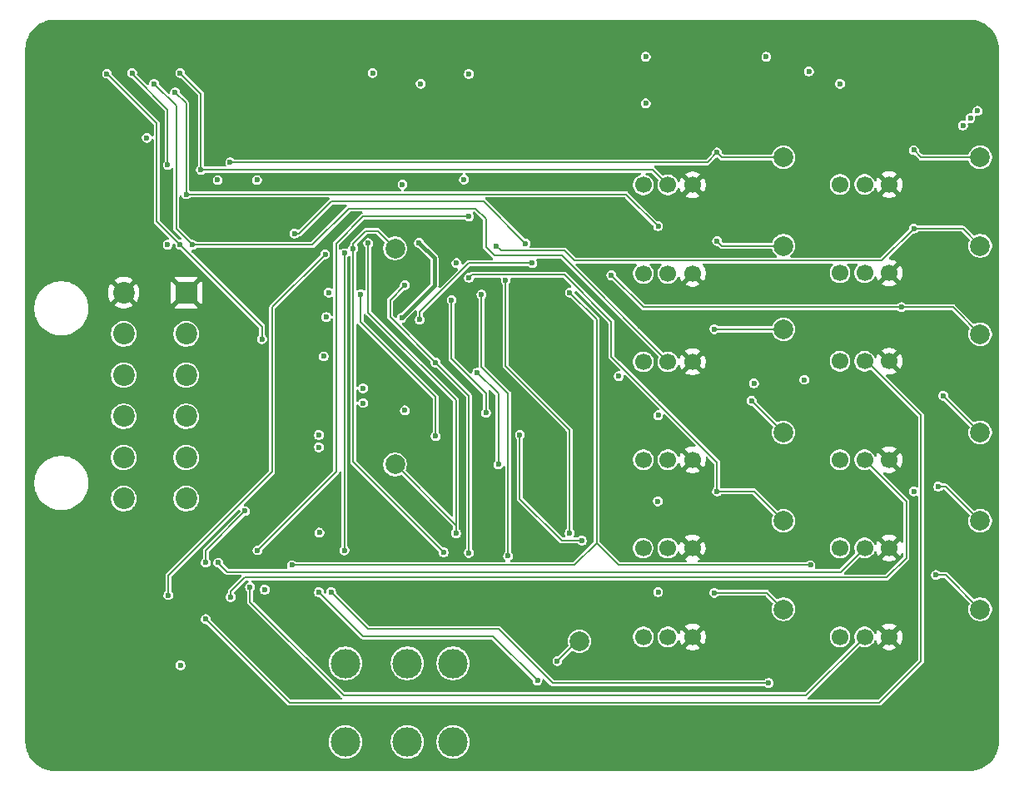
<source format=gbr>
%TF.GenerationSoftware,KiCad,Pcbnew,9.0.3*%
%TF.CreationDate,2025-12-22T19:21:40+07:00*%
%TF.ProjectId,BSPD v4 Rev 5,42535044-2076-4342-9052-657620352e6b,rev?*%
%TF.SameCoordinates,Original*%
%TF.FileFunction,Copper,L4,Bot*%
%TF.FilePolarity,Positive*%
%FSLAX46Y46*%
G04 Gerber Fmt 4.6, Leading zero omitted, Abs format (unit mm)*
G04 Created by KiCad (PCBNEW 9.0.3) date 2025-12-22 19:21:40*
%MOMM*%
%LPD*%
G01*
G04 APERTURE LIST*
G04 Aperture macros list*
%AMRoundRect*
0 Rectangle with rounded corners*
0 $1 Rounding radius*
0 $2 $3 $4 $5 $6 $7 $8 $9 X,Y pos of 4 corners*
0 Add a 4 corners polygon primitive as box body*
4,1,4,$2,$3,$4,$5,$6,$7,$8,$9,$2,$3,0*
0 Add four circle primitives for the rounded corners*
1,1,$1+$1,$2,$3*
1,1,$1+$1,$4,$5*
1,1,$1+$1,$6,$7*
1,1,$1+$1,$8,$9*
0 Add four rect primitives between the rounded corners*
20,1,$1+$1,$2,$3,$4,$5,0*
20,1,$1+$1,$4,$5,$6,$7,0*
20,1,$1+$1,$6,$7,$8,$9,0*
20,1,$1+$1,$8,$9,$2,$3,0*%
G04 Aperture macros list end*
%TA.AperFunction,ComponentPad*%
%ADD10C,0.800000*%
%TD*%
%TA.AperFunction,ComponentPad*%
%ADD11C,6.400000*%
%TD*%
%TA.AperFunction,ComponentPad*%
%ADD12C,1.700000*%
%TD*%
%TA.AperFunction,ComponentPad*%
%ADD13RoundRect,0.150000X0.960000X-0.950000X0.960000X0.950000X-0.960000X0.950000X-0.960000X-0.950000X0*%
%TD*%
%TA.AperFunction,ComponentPad*%
%ADD14C,2.200000*%
%TD*%
%TA.AperFunction,ComponentPad*%
%ADD15C,3.000000*%
%TD*%
%TA.AperFunction,SMDPad,CuDef*%
%ADD16C,2.000000*%
%TD*%
%TA.AperFunction,ViaPad*%
%ADD17C,0.600000*%
%TD*%
%TA.AperFunction,Conductor*%
%ADD18C,0.400000*%
%TD*%
%TA.AperFunction,Conductor*%
%ADD19C,0.200000*%
%TD*%
G04 APERTURE END LIST*
D10*
%TO.P,H4,1,1*%
%TO.N,GND*%
X234950000Y-141000000D03*
X235652944Y-139302944D03*
X235652944Y-142697056D03*
X237350000Y-138600000D03*
D11*
X237350000Y-141000000D03*
D10*
X237350000Y-143400000D03*
X239047056Y-139302944D03*
X239047056Y-142697056D03*
X239750000Y-141000000D03*
%TD*%
D12*
%TO.P,RV2,1,1*%
%TO.N,+5V*%
X204500000Y-93805000D03*
%TO.P,RV2,2,2*%
%TO.N,Net-(U1B--)*%
X207000000Y-93805000D03*
%TO.P,RV2,3,3*%
%TO.N,GND*%
X209500000Y-93805000D03*
%TD*%
D13*
%TO.P,J1,1,1*%
%TO.N,GND*%
X158000000Y-95770000D03*
D14*
%TO.P,J1,2,2*%
%TO.N,Net-(J1-Pad2)*%
X158000000Y-99960000D03*
%TO.P,J1,3,3*%
%TO.N,Net-(J1-Pad3)*%
X158000000Y-104150000D03*
%TO.P,J1,4,4*%
%TO.N,Net-(J1-Pad4)*%
X158000000Y-108350000D03*
%TO.P,J1,5,5*%
%TO.N,Net-(J1-Pad5)*%
X158000000Y-112540000D03*
%TO.P,J1,6,6*%
%TO.N,+5V*%
X158000000Y-116730000D03*
%TO.P,J1,7,7*%
%TO.N,+12V*%
X151650000Y-116730000D03*
%TO.P,J1,8,8*%
%TO.N,BSPD_status(12V)*%
X151650000Y-112540000D03*
%TO.P,J1,9,9*%
%TO.N,Relay_com*%
X151650000Y-108350000D03*
%TO.P,J1,10,10*%
%TO.N,Relay_NO*%
X151650000Y-104150000D03*
%TO.P,J1,11,11*%
%TO.N,Relay_NC*%
X151650000Y-99960000D03*
%TO.P,J1,12,12*%
%TO.N,GND*%
X151650000Y-95770000D03*
%TD*%
D15*
%TO.P,U23,1,COM*%
%TO.N,Relay_com*%
X174200000Y-133500000D03*
X174200000Y-141500000D03*
%TO.P,U23,2*%
%TO.N,BSPD_status(12V)*%
X180500000Y-141500000D03*
%TO.P,U23,3,NO*%
%TO.N,Relay_NO*%
X185150000Y-141500000D03*
%TO.P,U23,4,NC*%
%TO.N,Relay_NC*%
X185150000Y-133500000D03*
%TO.P,U23,5*%
%TO.N,+12V*%
X180500000Y-133500000D03*
%TD*%
D12*
%TO.P,RV3,1,1*%
%TO.N,+12V*%
X204500000Y-102800000D03*
%TO.P,RV3,2,2*%
%TO.N,Net-(U1C--)*%
X207000000Y-102800000D03*
%TO.P,RV3,3,3*%
%TO.N,GND*%
X209500000Y-102800000D03*
%TD*%
%TO.P,RV7,1,1*%
%TO.N,+5V*%
X224500000Y-84750000D03*
%TO.P,RV7,2,2*%
%TO.N,Net-(U2C--)*%
X227000000Y-84750000D03*
%TO.P,RV7,3,3*%
%TO.N,GND*%
X229500000Y-84750000D03*
%TD*%
D10*
%TO.P,H2,1,1*%
%TO.N,GND*%
X234950000Y-71400000D03*
X235652944Y-69702944D03*
X235652944Y-73097056D03*
X237350000Y-69000000D03*
D11*
X237350000Y-71400000D03*
D10*
X237350000Y-73800000D03*
X239047056Y-69702944D03*
X239047056Y-73097056D03*
X239750000Y-71400000D03*
%TD*%
%TO.P,H3,1,1*%
%TO.N,GND*%
X142600000Y-141000000D03*
X143302944Y-139302944D03*
X143302944Y-142697056D03*
X145000000Y-138600000D03*
D11*
X145000000Y-141000000D03*
D10*
X145000000Y-143400000D03*
X146697056Y-139302944D03*
X146697056Y-142697056D03*
X147400000Y-141000000D03*
%TD*%
D12*
%TO.P,RV4,1,1*%
%TO.N,+5V*%
X204500000Y-112780000D03*
%TO.P,RV4,2,2*%
%TO.N,Net-(U1D--)*%
X207000000Y-112780000D03*
%TO.P,RV4,3,3*%
%TO.N,GND*%
X209500000Y-112780000D03*
%TD*%
%TO.P,RV12,1,1*%
%TO.N,+12V*%
X224500000Y-130800000D03*
%TO.P,RV12,2,2*%
%TO.N,Net-(U3D--)*%
X227000000Y-130800000D03*
%TO.P,RV12,3,3*%
%TO.N,GND*%
X229500000Y-130800000D03*
%TD*%
%TO.P,RV11,1,1*%
%TO.N,+5V*%
X224500000Y-121750000D03*
%TO.P,RV11,2,2*%
%TO.N,Net-(U3C--)*%
X227000000Y-121750000D03*
%TO.P,RV11,3,3*%
%TO.N,GND*%
X229500000Y-121750000D03*
%TD*%
D10*
%TO.P,H1,1,1*%
%TO.N,GND*%
X142600000Y-71400000D03*
X143302944Y-69702944D03*
X143302944Y-73097056D03*
X145000000Y-69000000D03*
D11*
X145000000Y-71400000D03*
D10*
X145000000Y-73800000D03*
X146697056Y-69702944D03*
X146697056Y-73097056D03*
X147400000Y-71400000D03*
%TD*%
D12*
%TO.P,RV8,1,1*%
%TO.N,+5V*%
X224500000Y-93750000D03*
%TO.P,RV8,2,2*%
%TO.N,Net-(U2D--)*%
X227000000Y-93750000D03*
%TO.P,RV8,3,3*%
%TO.N,GND*%
X229500000Y-93750000D03*
%TD*%
%TO.P,RV6,1,1*%
%TO.N,+12V*%
X204500000Y-130810000D03*
%TO.P,RV6,2,2*%
%TO.N,Net-(U2B--)*%
X207000000Y-130810000D03*
%TO.P,RV6,3,3*%
%TO.N,GND*%
X209500000Y-130810000D03*
%TD*%
%TO.P,RV10,1,1*%
%TO.N,+5V*%
X224500000Y-112765000D03*
%TO.P,RV10,2,2*%
%TO.N,Net-(U3B--)*%
X227000000Y-112765000D03*
%TO.P,RV10,3,3*%
%TO.N,GND*%
X229500000Y-112765000D03*
%TD*%
%TO.P,RV1,1,1*%
%TO.N,+5V*%
X204500000Y-84800000D03*
%TO.P,RV1,2,2*%
%TO.N,Net-(U1A--)*%
X207000000Y-84800000D03*
%TO.P,RV1,3,3*%
%TO.N,GND*%
X209500000Y-84800000D03*
%TD*%
%TO.P,RV5,1,1*%
%TO.N,+5V*%
X204475000Y-121770000D03*
%TO.P,RV5,2,2*%
%TO.N,Net-(U2A--)*%
X206975000Y-121770000D03*
%TO.P,RV5,3,3*%
%TO.N,GND*%
X209475000Y-121770000D03*
%TD*%
%TO.P,RV9,1,1*%
%TO.N,+12V*%
X224500000Y-102740000D03*
%TO.P,RV9,2,2*%
%TO.N,Net-(U3A--)*%
X227000000Y-102740000D03*
%TO.P,RV9,3,3*%
%TO.N,GND*%
X229500000Y-102740000D03*
%TD*%
D16*
%TO.P,TP32,1,1*%
%TO.N,Net-(U21C-3B)*%
X179250000Y-113250000D03*
%TD*%
%TO.P,TP20,1,1*%
%TO.N,TPS2_sense*%
X218750000Y-110000000D03*
%TD*%
%TO.P,TP25,1,1*%
%TO.N,BRK1_over*%
X238750000Y-100000000D03*
%TD*%
%TO.P,TP26,1,1*%
%TO.N,BRK2_sense*%
X238750000Y-110000000D03*
%TD*%
%TO.P,TP27,1,1*%
%TO.N,BRK2_con*%
X238750000Y-119000000D03*
%TD*%
%TO.P,TP28,1,1*%
%TO.N,BRK2_over*%
X238750000Y-128000000D03*
%TD*%
%TO.P,TP18,1,1*%
%TO.N,TPS1_con*%
X218750000Y-91000000D03*
%TD*%
%TO.P,TP22,1,1*%
%TO.N,TPS2_over*%
X218750000Y-128000000D03*
%TD*%
%TO.P,TP21,1,1*%
%TO.N,TPS2_con*%
X218750000Y-119000000D03*
%TD*%
%TO.P,TP31,1,1*%
%TO.N,Net-(U21C-3A)*%
X179250000Y-91250000D03*
%TD*%
%TO.P,TP23,1,1*%
%TO.N,BRK1_sense*%
X238750000Y-82000000D03*
%TD*%
%TO.P,TP34,1,1*%
%TO.N,Logic_state*%
X198000000Y-131250000D03*
%TD*%
%TO.P,TP19,1,1*%
%TO.N,TPS1_over*%
X218750000Y-99500000D03*
%TD*%
%TO.P,TP24,1,1*%
%TO.N,BRK1_con*%
X238750000Y-91000000D03*
%TD*%
%TO.P,TP17,1,1*%
%TO.N,TPS1_sense*%
X218750000Y-82000000D03*
%TD*%
D17*
%TO.N,GND*%
X196750000Y-74000000D03*
X190750000Y-127200000D03*
X200500000Y-74000000D03*
X200500000Y-80750000D03*
X207250000Y-79250000D03*
X169950000Y-128800000D03*
X201250000Y-80750000D03*
X169300000Y-115750000D03*
X177400000Y-111200000D03*
X190300000Y-85000000D03*
X200500000Y-81500000D03*
X193850000Y-87150000D03*
X195250000Y-75500000D03*
X198250000Y-78500000D03*
X201250000Y-76250000D03*
X195250000Y-79250000D03*
X195250000Y-80750000D03*
X191500000Y-78500000D03*
X194500000Y-75500000D03*
X199000000Y-77000000D03*
X171450000Y-128050000D03*
X201250000Y-77000000D03*
X195800000Y-138450000D03*
X193450000Y-101800000D03*
X186250000Y-78500000D03*
X179000000Y-78500000D03*
X202750000Y-77750000D03*
X175900000Y-112700000D03*
X202000000Y-75500000D03*
X167000000Y-77000000D03*
X196750000Y-75500000D03*
X169300000Y-108750000D03*
X206500000Y-79250000D03*
X197500000Y-75500000D03*
X175900000Y-111950000D03*
X172250000Y-81250000D03*
X192250000Y-128700000D03*
X194500000Y-78500000D03*
X199750000Y-77000000D03*
X193850000Y-120650000D03*
X158750000Y-80000000D03*
X196750000Y-77750000D03*
X187750000Y-77000000D03*
X203750000Y-139850000D03*
X202000000Y-81500000D03*
X199000000Y-80000000D03*
X210250000Y-79250000D03*
X193000000Y-78500000D03*
X199750000Y-74000000D03*
X188000000Y-121850000D03*
X196000000Y-78500000D03*
X201250000Y-81500000D03*
X188500000Y-77750000D03*
X198300000Y-106250000D03*
X200500000Y-76250000D03*
X200550000Y-108200000D03*
X197500000Y-73250000D03*
X192250000Y-127950000D03*
X206500000Y-78500000D03*
X167750000Y-77000000D03*
X199000000Y-99750000D03*
X202750000Y-80750000D03*
X180450000Y-121900000D03*
X191500000Y-127950000D03*
X199000000Y-76250000D03*
X169400000Y-88750000D03*
X196750000Y-78500000D03*
X198550000Y-101900000D03*
X189250000Y-78500000D03*
X201250000Y-75500000D03*
X197500000Y-76250000D03*
X170700000Y-129550000D03*
X189350000Y-95950000D03*
X201250000Y-80000000D03*
X187000000Y-77750000D03*
X176650000Y-117000000D03*
X197500000Y-79250000D03*
X199000000Y-78500000D03*
X177500000Y-77000000D03*
X199750000Y-80750000D03*
X188350000Y-113000000D03*
X193600000Y-99500000D03*
X184350000Y-113050000D03*
X205750000Y-79250000D03*
X204250000Y-78500000D03*
X185500000Y-91000000D03*
X199750000Y-76250000D03*
X193000000Y-77750000D03*
X167750000Y-78500000D03*
X198250000Y-81500000D03*
X199000000Y-77750000D03*
X202750000Y-77000000D03*
X198250000Y-77750000D03*
X196750000Y-77000000D03*
X208750000Y-79250000D03*
X200500000Y-78500000D03*
X196000000Y-74000000D03*
X179000000Y-77000000D03*
X197500000Y-78500000D03*
X199000000Y-101250000D03*
X190000000Y-77000000D03*
X201250000Y-78500000D03*
X179060000Y-94212500D03*
X201250000Y-77750000D03*
X198250000Y-73250000D03*
X178250000Y-77750000D03*
X202000000Y-80750000D03*
X196000000Y-81500000D03*
X190750000Y-77750000D03*
X196000000Y-75500000D03*
X202750000Y-81500000D03*
X181150000Y-127950000D03*
X196750000Y-74750000D03*
X196000000Y-77750000D03*
X195900000Y-101850000D03*
X219500000Y-138450000D03*
X197500000Y-74000000D03*
X194500000Y-80000000D03*
X160950000Y-87250000D03*
X201250000Y-79250000D03*
X170700000Y-128050000D03*
X175400000Y-122050000D03*
X199000000Y-74000000D03*
X196750000Y-76250000D03*
X202000000Y-77750000D03*
X183400000Y-84950000D03*
X198300000Y-117000000D03*
X172650000Y-91150000D03*
X190000000Y-78500000D03*
X209500000Y-78500000D03*
X196000000Y-77000000D03*
X194500000Y-79250000D03*
X194500000Y-80750000D03*
X199000000Y-81500000D03*
X196750000Y-79250000D03*
X199000000Y-79250000D03*
X187750000Y-78500000D03*
X193750000Y-78500000D03*
X158750000Y-125000000D03*
X190750000Y-128700000D03*
X202750000Y-78500000D03*
X177500000Y-77750000D03*
X214350000Y-119000000D03*
X208000000Y-79250000D03*
X202000000Y-79250000D03*
X167800000Y-100300000D03*
X169950000Y-128050000D03*
X199750000Y-73250000D03*
X196000000Y-79250000D03*
X197500000Y-77750000D03*
X187000000Y-78500000D03*
X177400000Y-111950000D03*
X198250000Y-80000000D03*
X199750000Y-79250000D03*
X199550000Y-125550000D03*
X196750000Y-80750000D03*
X198250000Y-80750000D03*
X200500000Y-75500000D03*
X185500000Y-78500000D03*
X210250000Y-78500000D03*
X186700000Y-91000000D03*
X188500000Y-78500000D03*
X191500000Y-77750000D03*
X197650000Y-87150000D03*
X199750000Y-80000000D03*
X194500000Y-74750000D03*
X209750000Y-116600000D03*
X188500000Y-77000000D03*
X170750000Y-81250000D03*
X195250000Y-78500000D03*
X169200000Y-103750000D03*
X195250000Y-77000000D03*
X197500000Y-80750000D03*
X205750000Y-78500000D03*
X193750000Y-77000000D03*
X167000000Y-77750000D03*
X195250000Y-74000000D03*
X192250000Y-127200000D03*
X194050000Y-114450000D03*
X196000000Y-74750000D03*
X200500000Y-74750000D03*
X193750000Y-77750000D03*
X198250000Y-76250000D03*
X199750000Y-77750000D03*
X169950000Y-129550000D03*
X193000000Y-77000000D03*
X187000000Y-77000000D03*
X197500000Y-74750000D03*
X199750000Y-81500000D03*
X187750000Y-77750000D03*
X195250000Y-76250000D03*
X198250000Y-74750000D03*
X208750000Y-78500000D03*
X208000000Y-78500000D03*
X199000000Y-74750000D03*
X191500000Y-77000000D03*
X199000000Y-100500000D03*
X195250000Y-74750000D03*
X202000000Y-77000000D03*
X207250000Y-78500000D03*
X199000000Y-75500000D03*
X205000000Y-79250000D03*
X199750000Y-78500000D03*
X198250000Y-75500000D03*
X179000000Y-77750000D03*
X186250000Y-77750000D03*
X190750000Y-77000000D03*
X174100000Y-90850000D03*
X197500000Y-80000000D03*
X190000000Y-77750000D03*
X205000000Y-78500000D03*
X170700000Y-128800000D03*
X201250000Y-74750000D03*
X196000000Y-76250000D03*
X202000000Y-76250000D03*
X176650000Y-122050000D03*
X195250000Y-77750000D03*
X200500000Y-80000000D03*
X200500000Y-79250000D03*
X197500000Y-77000000D03*
X171450000Y-129550000D03*
X178250000Y-77000000D03*
X198250000Y-77000000D03*
X200500000Y-77000000D03*
X171450000Y-128800000D03*
X194500000Y-77750000D03*
X189250000Y-77750000D03*
X191500000Y-127200000D03*
X191500000Y-128700000D03*
X199000000Y-80750000D03*
X195250000Y-80000000D03*
X159500000Y-133950000D03*
X192250000Y-77750000D03*
X168500000Y-77000000D03*
X199000000Y-73250000D03*
X194400000Y-116800000D03*
X190750000Y-127950000D03*
X176650000Y-111950000D03*
X196000000Y-80000000D03*
X194500000Y-76250000D03*
X209500000Y-79250000D03*
X176650000Y-111200000D03*
X177500000Y-78500000D03*
X168500000Y-78500000D03*
X202000000Y-78500000D03*
X199750000Y-75500000D03*
X196000000Y-80750000D03*
X197500000Y-81500000D03*
X194500000Y-77000000D03*
X176650000Y-112700000D03*
X168500000Y-77750000D03*
X171500000Y-81250000D03*
X171700000Y-113000000D03*
X192250000Y-77000000D03*
X202000000Y-80000000D03*
X167750000Y-77750000D03*
X196750000Y-80000000D03*
X202750000Y-80000000D03*
X196000000Y-73250000D03*
X189250000Y-77000000D03*
X195250000Y-81500000D03*
X199750000Y-74750000D03*
X196750000Y-73250000D03*
X196750000Y-81500000D03*
X167550000Y-98350000D03*
X192250000Y-78500000D03*
X203500000Y-78500000D03*
X200500000Y-77750000D03*
X204250000Y-79250000D03*
X202750000Y-76250000D03*
X167000000Y-78500000D03*
X202750000Y-79250000D03*
X198250000Y-74000000D03*
X198250000Y-79250000D03*
X203500000Y-79250000D03*
X190750000Y-78500000D03*
X175900000Y-111200000D03*
X178250000Y-78500000D03*
%TO.N,+5V*%
X181690000Y-90690000D03*
X187593750Y-103906250D03*
X166000000Y-126000000D03*
X171555000Y-120195000D03*
X189750000Y-113250000D03*
X179930000Y-98320000D03*
X157440000Y-133690000D03*
X180250000Y-107750000D03*
%TO.N,BRK2*%
X160000000Y-123250000D03*
X164000000Y-118000000D03*
X204750000Y-76500000D03*
%TO.N,BRK1*%
X204750000Y-71750000D03*
X176000000Y-107000000D03*
%TO.N,TPS2*%
X157400000Y-90900000D03*
X165712500Y-100500000D03*
X149948132Y-73473554D03*
%TO.N,+12V*%
X161210000Y-84300000D03*
X215750000Y-105000000D03*
X172250000Y-98250000D03*
X154000000Y-80000000D03*
%TO.N,TPS1*%
X152500000Y-73400000D03*
X156130000Y-82750000D03*
%TO.N,Net-(U27A-+)*%
X186750000Y-122250000D03*
X183370000Y-102870000D03*
X180250000Y-95000000D03*
X180000000Y-84750000D03*
%TO.N,Net-(U1A--)*%
X157392857Y-73392857D03*
X159500000Y-83250000D03*
%TO.N,Net-(U1B--)*%
X156875000Y-75375000D03*
X206000000Y-89000000D03*
X158000000Y-85750000D03*
%TO.N,Net-(U2A--)*%
X176000000Y-105500000D03*
X205975000Y-117000000D03*
X181857143Y-74500000D03*
%TO.N,Net-(U2B--)*%
X206000000Y-126250000D03*
X172000000Y-102250000D03*
X186750000Y-73500000D03*
%TO.N,Net-(U27B-+)*%
X188500000Y-108000000D03*
X185000000Y-96500000D03*
X186250000Y-84250000D03*
%TO.N,Logic_state*%
X195750000Y-133250000D03*
X193725000Y-135250000D03*
X171500000Y-126250000D03*
%TO.N,Net-(U1C--)*%
X158670000Y-90900000D03*
X154750000Y-74500000D03*
%TO.N,Net-(U2C--)*%
X171500000Y-111500000D03*
X217000000Y-71750000D03*
%TO.N,Net-(U3A--)*%
X160000000Y-129000000D03*
X224500000Y-74500000D03*
%TO.N,Net-(U3B--)*%
X237000000Y-78750000D03*
X162540000Y-126750000D03*
%TO.N,Net-(U3C--)*%
X161270000Y-123250000D03*
X237750000Y-78000000D03*
%TO.N,Net-(U1D--)*%
X176964286Y-73400000D03*
X156130000Y-90870000D03*
X206000000Y-108250000D03*
%TO.N,Net-(U2D--)*%
X221333333Y-73250000D03*
X171500000Y-110250000D03*
%TO.N,Net-(U3D--)*%
X164500000Y-125750000D03*
X238483662Y-77266338D03*
%TO.N,TPS1_sense*%
X162480000Y-82500000D03*
X212000000Y-81500000D03*
%TO.N,TPS1_con*%
X165200000Y-84300000D03*
X212000000Y-90500000D03*
X185500000Y-92750000D03*
%TO.N,TPS1_over*%
X169000000Y-89750000D03*
X192500000Y-90750000D03*
X211725000Y-99475000D03*
%TO.N,TPS2_sense*%
X215500000Y-106750000D03*
X202000000Y-104250000D03*
X172500000Y-95750000D03*
%TO.N,TPS2_con*%
X186770000Y-94250000D03*
X212000000Y-116000000D03*
%TO.N,TPS2_over*%
X193210000Y-92750000D03*
X211725000Y-126310000D03*
X181750000Y-98500000D03*
%TO.N,BRK1_sense*%
X232000000Y-81250000D03*
X175750000Y-95940000D03*
X183370000Y-110380000D03*
%TO.N,BRK1_con*%
X232000000Y-89250000D03*
X189500000Y-91000000D03*
%TO.N,BRK1_over*%
X201250000Y-94000000D03*
X230750000Y-97250000D03*
%TO.N,BRK2_sense*%
X220875000Y-104625000D03*
X235000000Y-106250000D03*
X156190000Y-126560000D03*
X172132230Y-91867771D03*
%TO.N,BRK2_con*%
X186770000Y-88000000D03*
X165262500Y-121987500D03*
X234500000Y-115500000D03*
X232000000Y-116000000D03*
%TO.N,BRK2_over*%
X197020000Y-95750000D03*
X221500000Y-123500000D03*
X234250000Y-124500000D03*
X168750000Y-123500000D03*
%TO.N,Net-(U21C-3A)*%
X175000000Y-91250000D03*
X184190000Y-122190000D03*
%TO.N,Net-(U21C-3B)*%
X176520000Y-90730000D03*
X185460000Y-120250000D03*
%TO.N,Net-(U21C-3Y)*%
X217225000Y-135500000D03*
X174095000Y-122000000D03*
X174095000Y-91750000D03*
X172750000Y-126250000D03*
%TO.N,Net-(U17B-2Y)*%
X190750000Y-122560000D03*
X188040000Y-95960000D03*
%TO.N,Net-(U17C-3Y)*%
X197000000Y-120250000D03*
X190500000Y-94500000D03*
%TO.N,Net-(U18-Pad6)*%
X198250000Y-121000000D03*
X191940000Y-110250000D03*
%TD*%
D18*
%TO.N,+5V*%
X183250000Y-92250000D02*
X181690000Y-90690000D01*
D19*
X189750000Y-106062500D02*
X187593750Y-103906250D01*
X189750000Y-113250000D02*
X189750000Y-106062500D01*
D18*
X179930000Y-98320000D02*
X183250000Y-95000000D01*
X183250000Y-95000000D02*
X183250000Y-92250000D01*
D19*
%TO.N,BRK2*%
X160000000Y-123250000D02*
X160000000Y-122000000D01*
X160000000Y-122000000D02*
X164000000Y-118000000D01*
%TO.N,TPS2*%
X165712500Y-100500000D02*
X165712500Y-99212500D01*
X155000000Y-78500000D02*
X150000000Y-73500000D01*
X155000000Y-88500000D02*
X155000000Y-78500000D01*
X157400000Y-90900000D02*
X155000000Y-88500000D01*
X165712500Y-99212500D02*
X157400000Y-90900000D01*
%TO.N,TPS1*%
X152500000Y-73500000D02*
X156130000Y-77130000D01*
X152500000Y-73400000D02*
X152500000Y-73500000D01*
X156130000Y-77130000D02*
X156130000Y-82750000D01*
%TO.N,Net-(U27A-+)*%
X178750000Y-98250000D02*
X178750000Y-96500000D01*
X178750000Y-96500000D02*
X180250000Y-95000000D01*
X186750000Y-122250000D02*
X186750000Y-106250000D01*
X186750000Y-106250000D02*
X183370000Y-102870000D01*
X183370000Y-102870000D02*
X178750000Y-98250000D01*
%TO.N,Net-(U1A--)*%
X159500000Y-75500000D02*
X157392857Y-73392857D01*
X159500000Y-83250000D02*
X205450000Y-83250000D01*
X205450000Y-83250000D02*
X207000000Y-84800000D01*
X159500000Y-83250000D02*
X159500000Y-75500000D01*
%TO.N,Net-(U1B--)*%
X158000000Y-85750000D02*
X202750000Y-85750000D01*
X158000000Y-76500000D02*
X158000000Y-85750000D01*
X202750000Y-85750000D02*
X206000000Y-89000000D01*
X156875000Y-75375000D02*
X158000000Y-76500000D01*
%TO.N,Net-(U27B-+)*%
X188500000Y-106000000D02*
X188500000Y-108000000D01*
X185000000Y-96500000D02*
X185000000Y-102500000D01*
X185000000Y-102500000D02*
X188500000Y-106000000D01*
%TO.N,Logic_state*%
X195750000Y-133250000D02*
X197750000Y-131250000D01*
X189225000Y-130750000D02*
X193725000Y-135250000D01*
X176000000Y-130750000D02*
X189225000Y-130750000D01*
X197750000Y-131250000D02*
X198000000Y-131250000D01*
X171500000Y-126250000D02*
X176000000Y-130750000D01*
%TO.N,Net-(U1C--)*%
X174561000Y-87189000D02*
X187439000Y-87189000D01*
X188500000Y-88250000D02*
X188500000Y-91139000D01*
X158670000Y-90900000D02*
X157000000Y-89230000D01*
X187439000Y-87189000D02*
X188500000Y-88250000D01*
X188500000Y-91139000D02*
X189361000Y-92000000D01*
X189361000Y-92000000D02*
X196200000Y-92000000D01*
X157000000Y-89230000D02*
X157000000Y-76750000D01*
X158670000Y-90900000D02*
X170850000Y-90900000D01*
X157000000Y-76750000D02*
X154750000Y-74500000D01*
X196200000Y-92000000D02*
X207000000Y-102800000D01*
X170850000Y-90900000D02*
X174561000Y-87189000D01*
%TO.N,Net-(U3A--)*%
X228500000Y-137500000D02*
X232750000Y-133250000D01*
X168500000Y-137500000D02*
X228500000Y-137500000D01*
X160000000Y-129000000D02*
X168500000Y-137500000D01*
X232750000Y-133250000D02*
X232750000Y-108250000D01*
X232750000Y-108250000D02*
X227240000Y-102740000D01*
X227240000Y-102740000D02*
X227000000Y-102740000D01*
%TO.N,Net-(U3B--)*%
X162540000Y-126210000D02*
X162540000Y-126750000D01*
X231250000Y-117015000D02*
X231250000Y-122750000D01*
X164000000Y-124750000D02*
X162540000Y-126210000D01*
X231250000Y-122750000D02*
X229250000Y-124750000D01*
X227000000Y-112765000D02*
X231250000Y-117015000D01*
X229250000Y-124750000D02*
X164000000Y-124750000D01*
%TO.N,Net-(U3C--)*%
X161270000Y-123270000D02*
X162190000Y-124190000D01*
X161270000Y-123250000D02*
X161270000Y-123270000D01*
X162190000Y-124190000D02*
X224560000Y-124190000D01*
X224560000Y-124190000D02*
X227000000Y-121750000D01*
%TO.N,Net-(U3D--)*%
X221050000Y-136750000D02*
X227000000Y-130800000D01*
X164500000Y-127250000D02*
X174000000Y-136750000D01*
X174000000Y-136750000D02*
X221050000Y-136750000D01*
X164500000Y-125750000D02*
X164500000Y-127250000D01*
%TO.N,TPS1_sense*%
X162480000Y-82500000D02*
X211000000Y-82500000D01*
X212500000Y-82000000D02*
X212000000Y-81500000D01*
X211000000Y-82500000D02*
X212000000Y-81500000D01*
X162480000Y-82500000D02*
X162480000Y-82690000D01*
X218750000Y-82000000D02*
X212500000Y-82000000D01*
%TO.N,TPS1_con*%
X212500000Y-91000000D02*
X212000000Y-90500000D01*
X218750000Y-91000000D02*
X212500000Y-91000000D01*
%TO.N,TPS1_over*%
X211750000Y-99500000D02*
X211725000Y-99475000D01*
X218750000Y-99500000D02*
X211750000Y-99500000D01*
X169000000Y-89750000D02*
X169500000Y-89750000D01*
X172750000Y-86500000D02*
X188250000Y-86500000D01*
X188250000Y-86500000D02*
X192500000Y-90750000D01*
X169500000Y-89750000D02*
X172750000Y-86500000D01*
%TO.N,TPS2_sense*%
X215500000Y-106750000D02*
X218750000Y-110000000D01*
%TO.N,TPS2_con*%
X187081000Y-93939000D02*
X186770000Y-94250000D01*
X218750000Y-119000000D02*
X215750000Y-116000000D01*
X196470563Y-93939000D02*
X187081000Y-93939000D01*
X212000000Y-113028669D02*
X201250000Y-102278669D01*
X215750000Y-116000000D02*
X212000000Y-116000000D01*
X201250000Y-102278669D02*
X201250000Y-98718437D01*
X212000000Y-116000000D02*
X212000000Y-113028669D01*
X201250000Y-98718437D02*
X196470563Y-93939000D01*
%TO.N,TPS2_over*%
X186750000Y-92750000D02*
X193210000Y-92750000D01*
X181750000Y-97750000D02*
X186750000Y-92750000D01*
X217060000Y-126310000D02*
X211725000Y-126310000D01*
X181750000Y-98500000D02*
X181750000Y-97750000D01*
X218750000Y-128000000D02*
X217060000Y-126310000D01*
%TO.N,BRK1_sense*%
X232750000Y-82000000D02*
X232000000Y-81250000D01*
X175750000Y-98750000D02*
X183370000Y-106370000D01*
X183370000Y-106370000D02*
X183370000Y-110380000D01*
X175750000Y-95940000D02*
X175750000Y-98750000D01*
X238750000Y-82000000D02*
X232750000Y-82000000D01*
%TO.N,BRK1_con*%
X189500000Y-91000000D02*
X190000000Y-91500000D01*
X197490000Y-92490000D02*
X228760000Y-92490000D01*
X238750000Y-91000000D02*
X237000000Y-89250000D01*
X237000000Y-89250000D02*
X232000000Y-89250000D01*
X196500000Y-91500000D02*
X197490000Y-92490000D01*
X190000000Y-91500000D02*
X196500000Y-91500000D01*
X228760000Y-92490000D02*
X232000000Y-89250000D01*
%TO.N,BRK1_over*%
X236000000Y-97250000D02*
X230750000Y-97250000D01*
X204500000Y-97250000D02*
X230750000Y-97250000D01*
X201250000Y-94000000D02*
X204500000Y-97250000D01*
X238750000Y-100000000D02*
X236000000Y-97250000D01*
%TO.N,BRK2_sense*%
X156190000Y-124560000D02*
X156190000Y-126560000D01*
X238750000Y-110000000D02*
X235000000Y-106250000D01*
X172132230Y-91867771D02*
X166750000Y-97250000D01*
X166750000Y-114000000D02*
X156190000Y-124560000D01*
X166750000Y-97250000D02*
X166750000Y-114000000D01*
%TO.N,BRK2_con*%
X186770000Y-88000000D02*
X176000000Y-88000000D01*
X173250000Y-114000000D02*
X165262500Y-121987500D01*
X173250000Y-90750000D02*
X173250000Y-114000000D01*
X176000000Y-88000000D02*
X173250000Y-90750000D01*
X235250000Y-115500000D02*
X234500000Y-115500000D01*
X238750000Y-119000000D02*
X235250000Y-115500000D01*
%TO.N,BRK2_over*%
X199750000Y-121250000D02*
X199750000Y-98480000D01*
X221500000Y-123500000D02*
X221499999Y-123500000D01*
X235250000Y-124500000D02*
X234250000Y-124500000D01*
X168750000Y-123500000D02*
X197500000Y-123500000D01*
X238750000Y-128000000D02*
X235250000Y-124500000D01*
X199750000Y-121250000D02*
X202000000Y-123500000D01*
X197500000Y-123500000D02*
X199750000Y-121250000D01*
X202000000Y-123500000D02*
X221500000Y-123500000D01*
X199750000Y-98480000D02*
X197020000Y-95750000D01*
%TO.N,Net-(U21C-3A)*%
X175000000Y-113000000D02*
X184190000Y-122190000D01*
X179250000Y-91250000D02*
X177500000Y-89500000D01*
X175000000Y-91250000D02*
X175000000Y-113000000D01*
X176250000Y-89500000D02*
X175000000Y-90750000D01*
X177500000Y-89500000D02*
X176250000Y-89500000D01*
X175000000Y-90750000D02*
X175000000Y-91250000D01*
%TO.N,Net-(U21C-3B)*%
X176520000Y-97770000D02*
X176520000Y-90730000D01*
X185460000Y-106710000D02*
X176520000Y-97770000D01*
X179250000Y-113250000D02*
X185460000Y-119460000D01*
X185460000Y-120250000D02*
X185460000Y-106710000D01*
X185460000Y-119460000D02*
X185460000Y-120250000D01*
%TO.N,Net-(U21C-3Y)*%
X189750000Y-130000000D02*
X195250000Y-135500000D01*
X174095000Y-91750000D02*
X174095000Y-122000000D01*
X195250000Y-135500000D02*
X217225000Y-135500000D01*
X176500000Y-130000000D02*
X189750000Y-130000000D01*
X172750000Y-126250000D02*
X176500000Y-130000000D01*
%TO.N,Net-(U17B-2Y)*%
X190750000Y-122560000D02*
X190750000Y-106000000D01*
X188040000Y-103290000D02*
X188040000Y-95960000D01*
X190750000Y-106000000D02*
X188040000Y-103290000D01*
%TO.N,Net-(U17C-3Y)*%
X197000000Y-120250000D02*
X197000000Y-109750000D01*
X197000000Y-109750000D02*
X190500000Y-103250000D01*
X190500000Y-103250000D02*
X190500000Y-94500000D01*
%TO.N,Net-(U18-Pad6)*%
X196206626Y-121000000D02*
X191940000Y-116733374D01*
X191940000Y-116733374D02*
X191940000Y-110250000D01*
X198250000Y-121000000D02*
X196206626Y-121000000D01*
%TD*%
%TA.AperFunction,Conductor*%
%TO.N,GND*%
G36*
X230615270Y-122511717D02*
G01*
X230615270Y-122511716D01*
X230654622Y-122457554D01*
X230715015Y-122339028D01*
X230762990Y-122288232D01*
X230830811Y-122271437D01*
X230896946Y-122293974D01*
X230940397Y-122348690D01*
X230949500Y-122395323D01*
X230949500Y-122574167D01*
X230929815Y-122641206D01*
X230913181Y-122661848D01*
X229161848Y-124413181D01*
X229100525Y-124446666D01*
X229074167Y-124449500D01*
X225024833Y-124449500D01*
X224957794Y-124429815D01*
X224912039Y-124377011D01*
X224902095Y-124307853D01*
X224931120Y-124244297D01*
X224937152Y-124237819D01*
X225310204Y-123864767D01*
X226437896Y-122737073D01*
X226499217Y-122703590D01*
X226568908Y-122708574D01*
X226573007Y-122710186D01*
X226693580Y-122760130D01*
X226811613Y-122783608D01*
X226896530Y-122800499D01*
X226896534Y-122800500D01*
X226896535Y-122800500D01*
X227103466Y-122800500D01*
X227103467Y-122800499D01*
X227306420Y-122760130D01*
X227497598Y-122680941D01*
X227669655Y-122565977D01*
X227815977Y-122419655D01*
X227930941Y-122247598D01*
X227976748Y-122137009D01*
X228020589Y-122082606D01*
X228086883Y-122060541D01*
X228154582Y-122077820D01*
X228202193Y-122128957D01*
X228209240Y-122146144D01*
X228248904Y-122268216D01*
X228345375Y-122457550D01*
X228384728Y-122511716D01*
X229057861Y-121838584D01*
X229080667Y-121923694D01*
X229139910Y-122026306D01*
X229223694Y-122110090D01*
X229326306Y-122169333D01*
X229411415Y-122192138D01*
X228738282Y-122865269D01*
X228738282Y-122865270D01*
X228792449Y-122904624D01*
X228981782Y-123001095D01*
X229183870Y-123066757D01*
X229393754Y-123100000D01*
X229606246Y-123100000D01*
X229816127Y-123066757D01*
X229816130Y-123066757D01*
X230018217Y-123001095D01*
X230207554Y-122904622D01*
X230261716Y-122865270D01*
X230261717Y-122865270D01*
X229588584Y-122192138D01*
X229673694Y-122169333D01*
X229776306Y-122110090D01*
X229860090Y-122026306D01*
X229919333Y-121923694D01*
X229942138Y-121838584D01*
X230615270Y-122511717D01*
G37*
%TD.AperFunction*%
%TA.AperFunction,Conductor*%
G36*
X157505703Y-85908493D02*
G01*
X157531887Y-85940206D01*
X157599497Y-86057310D01*
X157599499Y-86057312D01*
X157599500Y-86057314D01*
X157692686Y-86150500D01*
X157806814Y-86216392D01*
X157934108Y-86250500D01*
X157934110Y-86250500D01*
X158065890Y-86250500D01*
X158065892Y-86250500D01*
X158193186Y-86216392D01*
X158307314Y-86150500D01*
X158370995Y-86086819D01*
X158432318Y-86053334D01*
X158458676Y-86050500D01*
X172475167Y-86050500D01*
X172542206Y-86070185D01*
X172587961Y-86122989D01*
X172597905Y-86192147D01*
X172568880Y-86255703D01*
X172562848Y-86262181D01*
X169479102Y-89345926D01*
X169417779Y-89379411D01*
X169348087Y-89374427D01*
X169314829Y-89353053D01*
X169313760Y-89354447D01*
X169307316Y-89349502D01*
X169307314Y-89349500D01*
X169249103Y-89315892D01*
X169193187Y-89283608D01*
X169129539Y-89266554D01*
X169065892Y-89249500D01*
X168934108Y-89249500D01*
X168806812Y-89283608D01*
X168692686Y-89349500D01*
X168692683Y-89349502D01*
X168599502Y-89442683D01*
X168599500Y-89442686D01*
X168533608Y-89556812D01*
X168530025Y-89570185D01*
X168499500Y-89684108D01*
X168499500Y-89815892D01*
X168505107Y-89836819D01*
X168533608Y-89943187D01*
X168560902Y-89990460D01*
X168599500Y-90057314D01*
X168692686Y-90150500D01*
X168806814Y-90216392D01*
X168934108Y-90250500D01*
X168934110Y-90250500D01*
X169065890Y-90250500D01*
X169065892Y-90250500D01*
X169193186Y-90216392D01*
X169307314Y-90150500D01*
X169370995Y-90086819D01*
X169432318Y-90053334D01*
X169458676Y-90050500D01*
X169539560Y-90050500D01*
X169539562Y-90050500D01*
X169615989Y-90030021D01*
X169684511Y-89990460D01*
X169740460Y-89934511D01*
X172838152Y-86836819D01*
X172899475Y-86803334D01*
X172925833Y-86800500D01*
X174225167Y-86800500D01*
X174292206Y-86820185D01*
X174337961Y-86872989D01*
X174347905Y-86942147D01*
X174318880Y-87005703D01*
X174312848Y-87012181D01*
X170761848Y-90563181D01*
X170700525Y-90596666D01*
X170674167Y-90599500D01*
X159128676Y-90599500D01*
X159061637Y-90579815D01*
X159040995Y-90563181D01*
X158977316Y-90499502D01*
X158977314Y-90499500D01*
X158878910Y-90442686D01*
X158863187Y-90433608D01*
X158751223Y-90403608D01*
X158735892Y-90399500D01*
X158645833Y-90399500D01*
X158578794Y-90379815D01*
X158558152Y-90363181D01*
X157336819Y-89141848D01*
X157303334Y-89080525D01*
X157300500Y-89054167D01*
X157300500Y-86002206D01*
X157320185Y-85935167D01*
X157372989Y-85889412D01*
X157442147Y-85879468D01*
X157505703Y-85908493D01*
G37*
%TD.AperFunction*%
%TA.AperFunction,Conductor*%
G36*
X237653244Y-67975670D02*
G01*
X237957046Y-67991592D01*
X237969953Y-67992949D01*
X238101089Y-68013718D01*
X238267209Y-68040028D01*
X238279896Y-68042724D01*
X238570625Y-68120625D01*
X238582965Y-68124635D01*
X238863938Y-68232490D01*
X238875790Y-68237767D01*
X239143968Y-68374411D01*
X239155199Y-68380896D01*
X239407608Y-68544812D01*
X239418109Y-68552441D01*
X239652010Y-68741850D01*
X239661655Y-68750535D01*
X239874464Y-68963344D01*
X239883149Y-68972989D01*
X240072558Y-69206890D01*
X240080187Y-69217391D01*
X240244101Y-69469796D01*
X240250591Y-69481036D01*
X240387231Y-69749206D01*
X240392510Y-69761064D01*
X240500363Y-70042033D01*
X240504374Y-70054376D01*
X240582273Y-70345097D01*
X240584971Y-70357794D01*
X240632050Y-70655046D01*
X240633407Y-70667953D01*
X240649330Y-70971756D01*
X240649500Y-70978246D01*
X240649500Y-141471753D01*
X240649330Y-141478243D01*
X240633407Y-141782046D01*
X240632050Y-141794953D01*
X240584971Y-142092205D01*
X240582273Y-142104902D01*
X240504374Y-142395623D01*
X240500363Y-142407966D01*
X240392510Y-142688935D01*
X240387231Y-142700793D01*
X240250591Y-142968963D01*
X240244101Y-142980203D01*
X240080187Y-143232608D01*
X240072558Y-143243109D01*
X239883149Y-143477010D01*
X239874464Y-143486655D01*
X239661655Y-143699464D01*
X239652010Y-143708149D01*
X239418109Y-143897558D01*
X239407608Y-143905187D01*
X239155203Y-144069101D01*
X239143963Y-144075591D01*
X238875793Y-144212231D01*
X238863935Y-144217510D01*
X238582966Y-144325363D01*
X238570623Y-144329374D01*
X238279902Y-144407273D01*
X238267205Y-144409971D01*
X237969953Y-144457050D01*
X237957046Y-144458407D01*
X237653244Y-144474330D01*
X237646754Y-144474500D01*
X144653246Y-144474500D01*
X144646756Y-144474330D01*
X144342953Y-144458407D01*
X144330046Y-144457050D01*
X144032794Y-144409971D01*
X144020097Y-144407273D01*
X143729376Y-144329374D01*
X143717033Y-144325363D01*
X143436064Y-144217510D01*
X143424206Y-144212231D01*
X143156036Y-144075591D01*
X143144796Y-144069101D01*
X142892391Y-143905187D01*
X142881890Y-143897558D01*
X142647989Y-143708149D01*
X142638344Y-143699464D01*
X142425535Y-143486655D01*
X142416850Y-143477010D01*
X142227441Y-143243109D01*
X142219812Y-143232608D01*
X142198961Y-143200500D01*
X142055896Y-142980199D01*
X142049408Y-142968963D01*
X142022904Y-142916947D01*
X141912767Y-142700790D01*
X141907489Y-142688935D01*
X141814532Y-142446773D01*
X141799635Y-142407965D01*
X141795625Y-142395623D01*
X141757604Y-142253726D01*
X141717724Y-142104896D01*
X141715028Y-142092205D01*
X141667949Y-141794953D01*
X141666592Y-141782046D01*
X141650670Y-141478243D01*
X141650500Y-141471753D01*
X141650500Y-141388549D01*
X172499500Y-141388549D01*
X172499500Y-141611450D01*
X172499501Y-141611466D01*
X172528594Y-141832452D01*
X172528595Y-141832457D01*
X172528596Y-141832463D01*
X172528597Y-141832465D01*
X172586290Y-142047780D01*
X172586293Y-142047790D01*
X172609950Y-142104902D01*
X172671595Y-142253726D01*
X172783052Y-142446774D01*
X172783057Y-142446780D01*
X172783058Y-142446782D01*
X172918751Y-142623622D01*
X172918757Y-142623629D01*
X173076370Y-142781242D01*
X173076376Y-142781247D01*
X173253226Y-142916948D01*
X173446274Y-143028405D01*
X173652219Y-143113710D01*
X173867537Y-143171404D01*
X174088543Y-143200500D01*
X174088550Y-143200500D01*
X174311450Y-143200500D01*
X174311457Y-143200500D01*
X174532463Y-143171404D01*
X174747781Y-143113710D01*
X174953726Y-143028405D01*
X175146774Y-142916948D01*
X175323624Y-142781247D01*
X175481247Y-142623624D01*
X175616948Y-142446774D01*
X175728405Y-142253726D01*
X175813710Y-142047781D01*
X175871404Y-141832463D01*
X175900500Y-141611457D01*
X175900500Y-141388549D01*
X178799500Y-141388549D01*
X178799500Y-141611450D01*
X178799501Y-141611466D01*
X178828594Y-141832452D01*
X178828595Y-141832457D01*
X178828596Y-141832463D01*
X178828597Y-141832465D01*
X178886290Y-142047780D01*
X178886293Y-142047790D01*
X178909950Y-142104902D01*
X178971595Y-142253726D01*
X179083052Y-142446774D01*
X179083057Y-142446780D01*
X179083058Y-142446782D01*
X179218751Y-142623622D01*
X179218757Y-142623629D01*
X179376370Y-142781242D01*
X179376376Y-142781247D01*
X179553226Y-142916948D01*
X179746274Y-143028405D01*
X179952219Y-143113710D01*
X180167537Y-143171404D01*
X180388543Y-143200500D01*
X180388550Y-143200500D01*
X180611450Y-143200500D01*
X180611457Y-143200500D01*
X180832463Y-143171404D01*
X181047781Y-143113710D01*
X181253726Y-143028405D01*
X181446774Y-142916948D01*
X181623624Y-142781247D01*
X181781247Y-142623624D01*
X181916948Y-142446774D01*
X182028405Y-142253726D01*
X182113710Y-142047781D01*
X182171404Y-141832463D01*
X182200500Y-141611457D01*
X182200500Y-141388549D01*
X183449500Y-141388549D01*
X183449500Y-141611450D01*
X183449501Y-141611466D01*
X183478594Y-141832452D01*
X183478595Y-141832457D01*
X183478596Y-141832463D01*
X183478597Y-141832465D01*
X183536290Y-142047780D01*
X183536293Y-142047790D01*
X183559950Y-142104902D01*
X183621595Y-142253726D01*
X183733052Y-142446774D01*
X183733057Y-142446780D01*
X183733058Y-142446782D01*
X183868751Y-142623622D01*
X183868757Y-142623629D01*
X184026370Y-142781242D01*
X184026376Y-142781247D01*
X184203226Y-142916948D01*
X184396274Y-143028405D01*
X184602219Y-143113710D01*
X184817537Y-143171404D01*
X185038543Y-143200500D01*
X185038550Y-143200500D01*
X185261450Y-143200500D01*
X185261457Y-143200500D01*
X185482463Y-143171404D01*
X185697781Y-143113710D01*
X185903726Y-143028405D01*
X186096774Y-142916948D01*
X186273624Y-142781247D01*
X186431247Y-142623624D01*
X186566948Y-142446774D01*
X186678405Y-142253726D01*
X186763710Y-142047781D01*
X186821404Y-141832463D01*
X186850500Y-141611457D01*
X186850500Y-141388543D01*
X186821404Y-141167537D01*
X186763710Y-140952219D01*
X186678405Y-140746274D01*
X186566948Y-140553226D01*
X186431247Y-140376376D01*
X186431242Y-140376370D01*
X186273629Y-140218757D01*
X186273622Y-140218751D01*
X186096782Y-140083058D01*
X186096780Y-140083057D01*
X186096774Y-140083052D01*
X185903726Y-139971595D01*
X185903722Y-139971593D01*
X185697790Y-139886293D01*
X185697783Y-139886291D01*
X185697781Y-139886290D01*
X185482463Y-139828596D01*
X185482457Y-139828595D01*
X185482452Y-139828594D01*
X185261466Y-139799501D01*
X185261463Y-139799500D01*
X185261457Y-139799500D01*
X185038543Y-139799500D01*
X185038537Y-139799500D01*
X185038533Y-139799501D01*
X184817547Y-139828594D01*
X184817540Y-139828595D01*
X184817537Y-139828596D01*
X184602219Y-139886290D01*
X184602209Y-139886293D01*
X184396277Y-139971593D01*
X184396273Y-139971595D01*
X184203226Y-140083052D01*
X184203217Y-140083058D01*
X184026377Y-140218751D01*
X184026370Y-140218757D01*
X183868757Y-140376370D01*
X183868751Y-140376377D01*
X183733058Y-140553217D01*
X183733052Y-140553226D01*
X183621595Y-140746273D01*
X183621593Y-140746277D01*
X183536293Y-140952209D01*
X183536290Y-140952219D01*
X183478597Y-141167534D01*
X183478594Y-141167547D01*
X183449501Y-141388533D01*
X183449500Y-141388549D01*
X182200500Y-141388549D01*
X182200500Y-141388543D01*
X182171404Y-141167537D01*
X182113710Y-140952219D01*
X182028405Y-140746274D01*
X181916948Y-140553226D01*
X181781247Y-140376376D01*
X181781242Y-140376370D01*
X181623629Y-140218757D01*
X181623622Y-140218751D01*
X181446782Y-140083058D01*
X181446780Y-140083057D01*
X181446774Y-140083052D01*
X181253726Y-139971595D01*
X181253722Y-139971593D01*
X181047790Y-139886293D01*
X181047783Y-139886291D01*
X181047781Y-139886290D01*
X180832463Y-139828596D01*
X180832457Y-139828595D01*
X180832452Y-139828594D01*
X180611466Y-139799501D01*
X180611463Y-139799500D01*
X180611457Y-139799500D01*
X180388543Y-139799500D01*
X180388537Y-139799500D01*
X180388533Y-139799501D01*
X180167547Y-139828594D01*
X180167540Y-139828595D01*
X180167537Y-139828596D01*
X179952219Y-139886290D01*
X179952209Y-139886293D01*
X179746277Y-139971593D01*
X179746273Y-139971595D01*
X179553226Y-140083052D01*
X179553217Y-140083058D01*
X179376377Y-140218751D01*
X179376370Y-140218757D01*
X179218757Y-140376370D01*
X179218751Y-140376377D01*
X179083058Y-140553217D01*
X179083052Y-140553226D01*
X178971595Y-140746273D01*
X178971593Y-140746277D01*
X178886293Y-140952209D01*
X178886290Y-140952219D01*
X178828597Y-141167534D01*
X178828594Y-141167547D01*
X178799501Y-141388533D01*
X178799500Y-141388549D01*
X175900500Y-141388549D01*
X175900500Y-141388543D01*
X175871404Y-141167537D01*
X175813710Y-140952219D01*
X175728405Y-140746274D01*
X175616948Y-140553226D01*
X175481247Y-140376376D01*
X175481242Y-140376370D01*
X175323629Y-140218757D01*
X175323622Y-140218751D01*
X175146782Y-140083058D01*
X175146780Y-140083057D01*
X175146774Y-140083052D01*
X174953726Y-139971595D01*
X174953722Y-139971593D01*
X174747790Y-139886293D01*
X174747783Y-139886291D01*
X174747781Y-139886290D01*
X174532463Y-139828596D01*
X174532457Y-139828595D01*
X174532452Y-139828594D01*
X174311466Y-139799501D01*
X174311463Y-139799500D01*
X174311457Y-139799500D01*
X174088543Y-139799500D01*
X174088537Y-139799500D01*
X174088533Y-139799501D01*
X173867547Y-139828594D01*
X173867540Y-139828595D01*
X173867537Y-139828596D01*
X173652219Y-139886290D01*
X173652209Y-139886293D01*
X173446277Y-139971593D01*
X173446273Y-139971595D01*
X173253226Y-140083052D01*
X173253217Y-140083058D01*
X173076377Y-140218751D01*
X173076370Y-140218757D01*
X172918757Y-140376370D01*
X172918751Y-140376377D01*
X172783058Y-140553217D01*
X172783052Y-140553226D01*
X172671595Y-140746273D01*
X172671593Y-140746277D01*
X172586293Y-140952209D01*
X172586290Y-140952219D01*
X172528597Y-141167534D01*
X172528594Y-141167547D01*
X172499501Y-141388533D01*
X172499500Y-141388549D01*
X141650500Y-141388549D01*
X141650500Y-133624108D01*
X156939500Y-133624108D01*
X156939500Y-133755891D01*
X156973608Y-133883187D01*
X157006554Y-133940250D01*
X157039500Y-133997314D01*
X157132686Y-134090500D01*
X157246814Y-134156392D01*
X157374108Y-134190500D01*
X157374110Y-134190500D01*
X157505890Y-134190500D01*
X157505892Y-134190500D01*
X157633186Y-134156392D01*
X157747314Y-134090500D01*
X157840500Y-133997314D01*
X157906392Y-133883186D01*
X157940500Y-133755892D01*
X157940500Y-133624108D01*
X157906392Y-133496814D01*
X157840500Y-133382686D01*
X157747314Y-133289500D01*
X157690250Y-133256554D01*
X157633187Y-133223608D01*
X157569539Y-133206554D01*
X157505892Y-133189500D01*
X157374108Y-133189500D01*
X157246812Y-133223608D01*
X157132686Y-133289500D01*
X157132683Y-133289502D01*
X157039502Y-133382683D01*
X157039500Y-133382686D01*
X156973608Y-133496812D01*
X156939500Y-133624108D01*
X141650500Y-133624108D01*
X141650500Y-128934108D01*
X159499500Y-128934108D01*
X159499500Y-129065892D01*
X159511814Y-129111848D01*
X159533608Y-129193187D01*
X159566554Y-129250250D01*
X159599500Y-129307314D01*
X159692686Y-129400500D01*
X159806814Y-129466392D01*
X159934108Y-129500500D01*
X159934110Y-129500500D01*
X160024167Y-129500500D01*
X160091206Y-129520185D01*
X160111848Y-129536819D01*
X168259540Y-137684511D01*
X168315489Y-137740460D01*
X168315491Y-137740461D01*
X168315495Y-137740464D01*
X168384004Y-137780017D01*
X168384011Y-137780021D01*
X168460438Y-137800500D01*
X168460440Y-137800500D01*
X228539560Y-137800500D01*
X228539562Y-137800500D01*
X228615989Y-137780021D01*
X228684511Y-137740460D01*
X228740460Y-137684511D01*
X232990460Y-133434511D01*
X233030022Y-133365988D01*
X233050500Y-133289562D01*
X233050500Y-133210438D01*
X233050500Y-124434108D01*
X233749500Y-124434108D01*
X233749500Y-124565891D01*
X233783608Y-124693187D01*
X233785061Y-124695703D01*
X233849500Y-124807314D01*
X233942686Y-124900500D01*
X234056814Y-124966392D01*
X234184108Y-125000500D01*
X234184110Y-125000500D01*
X234315890Y-125000500D01*
X234315892Y-125000500D01*
X234443186Y-124966392D01*
X234557314Y-124900500D01*
X234620995Y-124836819D01*
X234682318Y-124803334D01*
X234708676Y-124800500D01*
X235074167Y-124800500D01*
X235141206Y-124820185D01*
X235161848Y-124836819D01*
X237650283Y-127325254D01*
X237683768Y-127386577D01*
X237678784Y-127456269D01*
X237673087Y-127469229D01*
X237637455Y-127539160D01*
X237579059Y-127718881D01*
X237549500Y-127905513D01*
X237549500Y-128094486D01*
X237579059Y-128281118D01*
X237637454Y-128460836D01*
X237723240Y-128629199D01*
X237834310Y-128782073D01*
X237967927Y-128915690D01*
X238120801Y-129026760D01*
X238167443Y-129050525D01*
X238289163Y-129112545D01*
X238289165Y-129112545D01*
X238289168Y-129112547D01*
X238385497Y-129143846D01*
X238468881Y-129170940D01*
X238655514Y-129200500D01*
X238655519Y-129200500D01*
X238844486Y-129200500D01*
X239031118Y-129170940D01*
X239210832Y-129112547D01*
X239379199Y-129026760D01*
X239532073Y-128915690D01*
X239665690Y-128782073D01*
X239776760Y-128629199D01*
X239862547Y-128460832D01*
X239920940Y-128281118D01*
X239950500Y-128094486D01*
X239950500Y-127905513D01*
X239920940Y-127718881D01*
X239862545Y-127539163D01*
X239776759Y-127370800D01*
X239773268Y-127365995D01*
X239665690Y-127217927D01*
X239532073Y-127084310D01*
X239379199Y-126973240D01*
X239361041Y-126963988D01*
X239210836Y-126887454D01*
X239031118Y-126829059D01*
X238844486Y-126799500D01*
X238844481Y-126799500D01*
X238655519Y-126799500D01*
X238655514Y-126799500D01*
X238468881Y-126829059D01*
X238289160Y-126887455D01*
X238219229Y-126923087D01*
X238150559Y-126935983D01*
X238085819Y-126909706D01*
X238075254Y-126900283D01*
X235434510Y-124259539D01*
X235408109Y-124244297D01*
X235382587Y-124229562D01*
X235365989Y-124219979D01*
X235289562Y-124199500D01*
X235289560Y-124199500D01*
X234708676Y-124199500D01*
X234641637Y-124179815D01*
X234620995Y-124163181D01*
X234557316Y-124099502D01*
X234557314Y-124099500D01*
X234500250Y-124066554D01*
X234443187Y-124033608D01*
X234379539Y-124016554D01*
X234315892Y-123999500D01*
X234184108Y-123999500D01*
X234056812Y-124033608D01*
X233942686Y-124099500D01*
X233942683Y-124099502D01*
X233849502Y-124192683D01*
X233849500Y-124192686D01*
X233783608Y-124306812D01*
X233749500Y-124434108D01*
X233050500Y-124434108D01*
X233050500Y-115434108D01*
X233999500Y-115434108D01*
X233999500Y-115565891D01*
X234033608Y-115693187D01*
X234059500Y-115738032D01*
X234099500Y-115807314D01*
X234192686Y-115900500D01*
X234306814Y-115966392D01*
X234434108Y-116000500D01*
X234434110Y-116000500D01*
X234565890Y-116000500D01*
X234565892Y-116000500D01*
X234693186Y-115966392D01*
X234807314Y-115900500D01*
X234870995Y-115836819D01*
X234897922Y-115822115D01*
X234923741Y-115805523D01*
X234929941Y-115804631D01*
X234932318Y-115803334D01*
X234958676Y-115800500D01*
X235074167Y-115800500D01*
X235141206Y-115820185D01*
X235161848Y-115836819D01*
X237650283Y-118325254D01*
X237683768Y-118386577D01*
X237678784Y-118456269D01*
X237673087Y-118469229D01*
X237637455Y-118539160D01*
X237579059Y-118718881D01*
X237549500Y-118905513D01*
X237549500Y-119094486D01*
X237579059Y-119281118D01*
X237637454Y-119460836D01*
X237700450Y-119584471D01*
X237723240Y-119629199D01*
X237834310Y-119782073D01*
X237967927Y-119915690D01*
X238120801Y-120026760D01*
X238200347Y-120067290D01*
X238289163Y-120112545D01*
X238289165Y-120112545D01*
X238289168Y-120112547D01*
X238385497Y-120143846D01*
X238468881Y-120170940D01*
X238655514Y-120200500D01*
X238655519Y-120200500D01*
X238844486Y-120200500D01*
X239031118Y-120170940D01*
X239210832Y-120112547D01*
X239379199Y-120026760D01*
X239532073Y-119915690D01*
X239665690Y-119782073D01*
X239776760Y-119629199D01*
X239862547Y-119460832D01*
X239920940Y-119281118D01*
X239950500Y-119094486D01*
X239950500Y-118905513D01*
X239920940Y-118718881D01*
X239862545Y-118539163D01*
X239776759Y-118370800D01*
X239665690Y-118217927D01*
X239532073Y-118084310D01*
X239379199Y-117973240D01*
X239356778Y-117961816D01*
X239210836Y-117887454D01*
X239031118Y-117829059D01*
X238844486Y-117799500D01*
X238844481Y-117799500D01*
X238655519Y-117799500D01*
X238655514Y-117799500D01*
X238468881Y-117829059D01*
X238289160Y-117887455D01*
X238219229Y-117923087D01*
X238150559Y-117935983D01*
X238085819Y-117909706D01*
X238075254Y-117900283D01*
X235434512Y-115259541D01*
X235434507Y-115259537D01*
X235425065Y-115254086D01*
X235425064Y-115254086D01*
X235365991Y-115219980D01*
X235365990Y-115219979D01*
X235340513Y-115213152D01*
X235289562Y-115199500D01*
X235289560Y-115199500D01*
X234958676Y-115199500D01*
X234891637Y-115179815D01*
X234870995Y-115163181D01*
X234807316Y-115099502D01*
X234807314Y-115099500D01*
X234750250Y-115066554D01*
X234693187Y-115033608D01*
X234629539Y-115016554D01*
X234565892Y-114999500D01*
X234434108Y-114999500D01*
X234306812Y-115033608D01*
X234192686Y-115099500D01*
X234192683Y-115099502D01*
X234099502Y-115192683D01*
X234099500Y-115192686D01*
X234033608Y-115306812D01*
X233999500Y-115434108D01*
X233050500Y-115434108D01*
X233050500Y-108210438D01*
X233043445Y-108184108D01*
X233030022Y-108134012D01*
X232990460Y-108065489D01*
X231109079Y-106184108D01*
X234499500Y-106184108D01*
X234499500Y-106315892D01*
X234508505Y-106349500D01*
X234533608Y-106443187D01*
X234563217Y-106494471D01*
X234599500Y-106557314D01*
X234692686Y-106650500D01*
X234806814Y-106716392D01*
X234934108Y-106750500D01*
X234934110Y-106750500D01*
X235024167Y-106750500D01*
X235091206Y-106770185D01*
X235111848Y-106786819D01*
X237650283Y-109325254D01*
X237683768Y-109386577D01*
X237678784Y-109456269D01*
X237673087Y-109469229D01*
X237637455Y-109539160D01*
X237579059Y-109718881D01*
X237549500Y-109905513D01*
X237549500Y-110094486D01*
X237579059Y-110281118D01*
X237637454Y-110460836D01*
X237719060Y-110620995D01*
X237723240Y-110629199D01*
X237834310Y-110782073D01*
X237967927Y-110915690D01*
X238120801Y-111026760D01*
X238200347Y-111067290D01*
X238289163Y-111112545D01*
X238289165Y-111112545D01*
X238289168Y-111112547D01*
X238385497Y-111143846D01*
X238468881Y-111170940D01*
X238655514Y-111200500D01*
X238655519Y-111200500D01*
X238844486Y-111200500D01*
X239031118Y-111170940D01*
X239210832Y-111112547D01*
X239379199Y-111026760D01*
X239532073Y-110915690D01*
X239665690Y-110782073D01*
X239776760Y-110629199D01*
X239862547Y-110460832D01*
X239920940Y-110281118D01*
X239935876Y-110186814D01*
X239950500Y-110094486D01*
X239950500Y-109905513D01*
X239920940Y-109718881D01*
X239871099Y-109565489D01*
X239862547Y-109539168D01*
X239862545Y-109539165D01*
X239862545Y-109539163D01*
X239776759Y-109370800D01*
X239665690Y-109217927D01*
X239532073Y-109084310D01*
X239379199Y-108973240D01*
X239361041Y-108963988D01*
X239210836Y-108887454D01*
X239031118Y-108829059D01*
X238844486Y-108799500D01*
X238844481Y-108799500D01*
X238655519Y-108799500D01*
X238655514Y-108799500D01*
X238468881Y-108829059D01*
X238289160Y-108887455D01*
X238219229Y-108923087D01*
X238150559Y-108935983D01*
X238085819Y-108909706D01*
X238075254Y-108900283D01*
X235536819Y-106361848D01*
X235503334Y-106300525D01*
X235500500Y-106274167D01*
X235500500Y-106184110D01*
X235500500Y-106184108D01*
X235466392Y-106056814D01*
X235400500Y-105942686D01*
X235307314Y-105849500D01*
X235248400Y-105815486D01*
X235193187Y-105783608D01*
X235103362Y-105759540D01*
X235065892Y-105749500D01*
X234934108Y-105749500D01*
X234806812Y-105783608D01*
X234692686Y-105849500D01*
X234692683Y-105849502D01*
X234599502Y-105942683D01*
X234599500Y-105942686D01*
X234533608Y-106056812D01*
X234514121Y-106129540D01*
X234499500Y-106184108D01*
X231109079Y-106184108D01*
X229213541Y-104288570D01*
X229180056Y-104227247D01*
X229185040Y-104157555D01*
X229226912Y-104101622D01*
X229292376Y-104077205D01*
X229320621Y-104078416D01*
X229393755Y-104090000D01*
X229606246Y-104090000D01*
X229816127Y-104056757D01*
X229816130Y-104056757D01*
X230018217Y-103991095D01*
X230207554Y-103894622D01*
X230261716Y-103855270D01*
X230261717Y-103855270D01*
X229588584Y-103182138D01*
X229673694Y-103159333D01*
X229776306Y-103100090D01*
X229860090Y-103016306D01*
X229919333Y-102913694D01*
X229942138Y-102828584D01*
X230615270Y-103501717D01*
X230615270Y-103501716D01*
X230654622Y-103447554D01*
X230751095Y-103258217D01*
X230816757Y-103056130D01*
X230816757Y-103056127D01*
X230850000Y-102846246D01*
X230850000Y-102633753D01*
X230816757Y-102423872D01*
X230816757Y-102423869D01*
X230751095Y-102221782D01*
X230654624Y-102032449D01*
X230615270Y-101978282D01*
X230615269Y-101978282D01*
X229942137Y-102651414D01*
X229919333Y-102566306D01*
X229860090Y-102463694D01*
X229776306Y-102379910D01*
X229673694Y-102320667D01*
X229588584Y-102297861D01*
X230261716Y-101624728D01*
X230207550Y-101585375D01*
X230018217Y-101488904D01*
X229816129Y-101423242D01*
X229606246Y-101390000D01*
X229393754Y-101390000D01*
X229183872Y-101423242D01*
X229183869Y-101423242D01*
X228981782Y-101488904D01*
X228792439Y-101585380D01*
X228738282Y-101624727D01*
X228738282Y-101624728D01*
X229411415Y-102297861D01*
X229326306Y-102320667D01*
X229223694Y-102379910D01*
X229139910Y-102463694D01*
X229080667Y-102566306D01*
X229057861Y-102651415D01*
X228384728Y-101978282D01*
X228384727Y-101978282D01*
X228345380Y-102032439D01*
X228248905Y-102221781D01*
X228209240Y-102343856D01*
X228169802Y-102401531D01*
X228105443Y-102428729D01*
X228036597Y-102416814D01*
X227985121Y-102369570D01*
X227976748Y-102352990D01*
X227975727Y-102350525D01*
X227930941Y-102242402D01*
X227815977Y-102070345D01*
X227815975Y-102070342D01*
X227669657Y-101924024D01*
X227554790Y-101847273D01*
X227497598Y-101809059D01*
X227306420Y-101729870D01*
X227306412Y-101729868D01*
X227103469Y-101689500D01*
X227103465Y-101689500D01*
X226896535Y-101689500D01*
X226896530Y-101689500D01*
X226693587Y-101729868D01*
X226693579Y-101729870D01*
X226502403Y-101809058D01*
X226330342Y-101924024D01*
X226184024Y-102070342D01*
X226069058Y-102242403D01*
X225989870Y-102433579D01*
X225989868Y-102433587D01*
X225949500Y-102636530D01*
X225949500Y-102843469D01*
X225983880Y-103016306D01*
X225989870Y-103046420D01*
X226069059Y-103237598D01*
X226112613Y-103302781D01*
X226184024Y-103409657D01*
X226330342Y-103555975D01*
X226330345Y-103555977D01*
X226502402Y-103670941D01*
X226693580Y-103750130D01*
X226896530Y-103790499D01*
X226896534Y-103790500D01*
X226896535Y-103790500D01*
X227103466Y-103790500D01*
X227103467Y-103790499D01*
X227306420Y-103750130D01*
X227497598Y-103670941D01*
X227497603Y-103670937D01*
X227497606Y-103670936D01*
X227561871Y-103627995D01*
X227628548Y-103607116D01*
X227695929Y-103625600D01*
X227718444Y-103643415D01*
X232413181Y-108338152D01*
X232446666Y-108399475D01*
X232449500Y-108425833D01*
X232449500Y-115466816D01*
X232429815Y-115533855D01*
X232377011Y-115579610D01*
X232307853Y-115589554D01*
X232263500Y-115574203D01*
X232193189Y-115533609D01*
X232193186Y-115533608D01*
X232065892Y-115499500D01*
X231934108Y-115499500D01*
X231806812Y-115533608D01*
X231692686Y-115599500D01*
X231692683Y-115599502D01*
X231599502Y-115692683D01*
X231599500Y-115692686D01*
X231533608Y-115806812D01*
X231499500Y-115934108D01*
X231499500Y-116065891D01*
X231533608Y-116193187D01*
X231566554Y-116250250D01*
X231599500Y-116307314D01*
X231692686Y-116400500D01*
X231806814Y-116466392D01*
X231934108Y-116500500D01*
X231934110Y-116500500D01*
X232065890Y-116500500D01*
X232065892Y-116500500D01*
X232193186Y-116466392D01*
X232263500Y-116425795D01*
X232331399Y-116409323D01*
X232397426Y-116432175D01*
X232440617Y-116487096D01*
X232449500Y-116533183D01*
X232449500Y-133074167D01*
X232429815Y-133141206D01*
X232413181Y-133161848D01*
X228411848Y-137163181D01*
X228350525Y-137196666D01*
X228324167Y-137199500D01*
X221324833Y-137199500D01*
X221257794Y-137179815D01*
X221212039Y-137127011D01*
X221202095Y-137057853D01*
X221231120Y-136994297D01*
X221237152Y-136987819D01*
X221290460Y-136934511D01*
X222574474Y-135650497D01*
X226437896Y-131787073D01*
X226499217Y-131753590D01*
X226568909Y-131758574D01*
X226573007Y-131760186D01*
X226693580Y-131810130D01*
X226896530Y-131850499D01*
X226896534Y-131850500D01*
X226896535Y-131850500D01*
X227103466Y-131850500D01*
X227103467Y-131850499D01*
X227306420Y-131810130D01*
X227497598Y-131730941D01*
X227669655Y-131615977D01*
X227815977Y-131469655D01*
X227930941Y-131297598D01*
X227976748Y-131187009D01*
X228020589Y-131132606D01*
X228086883Y-131110541D01*
X228154582Y-131127820D01*
X228202193Y-131178957D01*
X228209240Y-131196144D01*
X228248904Y-131318216D01*
X228345375Y-131507550D01*
X228384728Y-131561716D01*
X229057861Y-130888584D01*
X229080667Y-130973694D01*
X229139910Y-131076306D01*
X229223694Y-131160090D01*
X229326306Y-131219333D01*
X229411415Y-131242138D01*
X228738282Y-131915269D01*
X228738282Y-131915270D01*
X228792449Y-131954624D01*
X228981782Y-132051095D01*
X229183870Y-132116757D01*
X229393754Y-132150000D01*
X229606246Y-132150000D01*
X229816127Y-132116757D01*
X229816130Y-132116757D01*
X230018217Y-132051095D01*
X230207554Y-131954622D01*
X230261716Y-131915270D01*
X230261717Y-131915270D01*
X229588584Y-131242138D01*
X229673694Y-131219333D01*
X229776306Y-131160090D01*
X229860090Y-131076306D01*
X229919333Y-130973694D01*
X229942138Y-130888584D01*
X230615270Y-131561717D01*
X230615270Y-131561716D01*
X230654622Y-131507554D01*
X230751095Y-131318217D01*
X230816757Y-131116130D01*
X230816757Y-131116127D01*
X230850000Y-130906246D01*
X230850000Y-130693753D01*
X230816757Y-130483872D01*
X230816757Y-130483869D01*
X230751095Y-130281782D01*
X230654624Y-130092449D01*
X230615270Y-130038282D01*
X230615269Y-130038282D01*
X229942137Y-130711414D01*
X229919333Y-130626306D01*
X229860090Y-130523694D01*
X229776306Y-130439910D01*
X229673694Y-130380667D01*
X229588584Y-130357861D01*
X230261716Y-129684728D01*
X230207550Y-129645375D01*
X230018217Y-129548904D01*
X229816129Y-129483242D01*
X229606246Y-129450000D01*
X229393754Y-129450000D01*
X229183872Y-129483242D01*
X229183869Y-129483242D01*
X228981782Y-129548904D01*
X228792439Y-129645380D01*
X228738282Y-129684727D01*
X228738282Y-129684728D01*
X229411415Y-130357861D01*
X229326306Y-130380667D01*
X229223694Y-130439910D01*
X229139910Y-130523694D01*
X229080667Y-130626306D01*
X229057861Y-130711415D01*
X228384728Y-130038282D01*
X228384727Y-130038282D01*
X228345380Y-130092439D01*
X228248905Y-130281781D01*
X228209240Y-130403856D01*
X228169802Y-130461531D01*
X228105443Y-130488729D01*
X228036597Y-130476814D01*
X227985121Y-130429570D01*
X227976748Y-130412990D01*
X227972965Y-130403856D01*
X227930941Y-130302402D01*
X227815977Y-130130345D01*
X227815975Y-130130342D01*
X227669657Y-129984024D01*
X227512564Y-129879059D01*
X227497598Y-129869059D01*
X227306420Y-129789870D01*
X227306412Y-129789868D01*
X227103469Y-129749500D01*
X227103465Y-129749500D01*
X226896535Y-129749500D01*
X226896530Y-129749500D01*
X226693587Y-129789868D01*
X226693579Y-129789870D01*
X226502403Y-129869058D01*
X226330342Y-129984024D01*
X226184024Y-130130342D01*
X226069058Y-130302403D01*
X225989870Y-130493579D01*
X225989868Y-130493587D01*
X225949500Y-130696530D01*
X225949500Y-130903469D01*
X225989868Y-131106412D01*
X225989871Y-131106424D01*
X226039803Y-131226971D01*
X226047272Y-131296440D01*
X226015997Y-131358919D01*
X226012923Y-131362104D01*
X220961848Y-136413181D01*
X220900525Y-136446666D01*
X220874167Y-136449500D01*
X174175833Y-136449500D01*
X174108794Y-136429815D01*
X174088152Y-136413181D01*
X171063520Y-133388549D01*
X172499500Y-133388549D01*
X172499500Y-133611450D01*
X172499501Y-133611466D01*
X172528594Y-133832452D01*
X172528595Y-133832457D01*
X172528596Y-133832463D01*
X172572768Y-133997316D01*
X172586290Y-134047780D01*
X172586293Y-134047790D01*
X172645406Y-134190500D01*
X172671595Y-134253726D01*
X172783052Y-134446774D01*
X172783057Y-134446780D01*
X172783058Y-134446782D01*
X172918751Y-134623622D01*
X172918757Y-134623629D01*
X173076370Y-134781242D01*
X173076377Y-134781248D01*
X173202294Y-134877867D01*
X173253226Y-134916948D01*
X173446274Y-135028405D01*
X173514860Y-135056814D01*
X173648457Y-135112152D01*
X173652219Y-135113710D01*
X173867537Y-135171404D01*
X174088543Y-135200500D01*
X174088550Y-135200500D01*
X174311450Y-135200500D01*
X174311457Y-135200500D01*
X174532463Y-135171404D01*
X174747781Y-135113710D01*
X174953726Y-135028405D01*
X175146774Y-134916948D01*
X175323624Y-134781247D01*
X175481247Y-134623624D01*
X175616948Y-134446774D01*
X175728405Y-134253726D01*
X175813710Y-134047781D01*
X175871404Y-133832463D01*
X175900500Y-133611457D01*
X175900500Y-133388549D01*
X178799500Y-133388549D01*
X178799500Y-133611450D01*
X178799501Y-133611466D01*
X178828594Y-133832452D01*
X178828595Y-133832457D01*
X178828596Y-133832463D01*
X178872768Y-133997316D01*
X178886290Y-134047780D01*
X178886293Y-134047790D01*
X178945406Y-134190500D01*
X178971595Y-134253726D01*
X179083052Y-134446774D01*
X179083057Y-134446780D01*
X179083058Y-134446782D01*
X179218751Y-134623622D01*
X179218757Y-134623629D01*
X179376370Y-134781242D01*
X179376377Y-134781248D01*
X179502294Y-134877867D01*
X179553226Y-134916948D01*
X179746274Y-135028405D01*
X179814860Y-135056814D01*
X179948457Y-135112152D01*
X179952219Y-135113710D01*
X180167537Y-135171404D01*
X180388543Y-135200500D01*
X180388550Y-135200500D01*
X180611450Y-135200500D01*
X180611457Y-135200500D01*
X180832463Y-135171404D01*
X181047781Y-135113710D01*
X181253726Y-135028405D01*
X181446774Y-134916948D01*
X181623624Y-134781247D01*
X181781247Y-134623624D01*
X181916948Y-134446774D01*
X182028405Y-134253726D01*
X182113710Y-134047781D01*
X182171404Y-133832463D01*
X182200500Y-133611457D01*
X182200500Y-133388549D01*
X183449500Y-133388549D01*
X183449500Y-133611450D01*
X183449501Y-133611466D01*
X183478594Y-133832452D01*
X183478595Y-133832457D01*
X183478596Y-133832463D01*
X183522768Y-133997316D01*
X183536290Y-134047780D01*
X183536293Y-134047790D01*
X183595406Y-134190500D01*
X183621595Y-134253726D01*
X183733052Y-134446774D01*
X183733057Y-134446780D01*
X183733058Y-134446782D01*
X183868751Y-134623622D01*
X183868757Y-134623629D01*
X184026370Y-134781242D01*
X184026377Y-134781248D01*
X184152294Y-134877867D01*
X184203226Y-134916948D01*
X184396274Y-135028405D01*
X184464860Y-135056814D01*
X184598457Y-135112152D01*
X184602219Y-135113710D01*
X184817537Y-135171404D01*
X185038543Y-135200500D01*
X185038550Y-135200500D01*
X185261450Y-135200500D01*
X185261457Y-135200500D01*
X185482463Y-135171404D01*
X185697781Y-135113710D01*
X185903726Y-135028405D01*
X186096774Y-134916948D01*
X186273624Y-134781247D01*
X186431247Y-134623624D01*
X186566948Y-134446774D01*
X186678405Y-134253726D01*
X186763710Y-134047781D01*
X186821404Y-133832463D01*
X186850500Y-133611457D01*
X186850500Y-133388543D01*
X186821404Y-133167537D01*
X186763710Y-132952219D01*
X186678405Y-132746274D01*
X186566948Y-132553226D01*
X186431247Y-132376376D01*
X186431242Y-132376370D01*
X186273629Y-132218757D01*
X186273622Y-132218751D01*
X186096782Y-132083058D01*
X186096780Y-132083057D01*
X186096774Y-132083052D01*
X185903726Y-131971595D01*
X185903722Y-131971593D01*
X185697790Y-131886293D01*
X185697783Y-131886291D01*
X185697781Y-131886290D01*
X185482463Y-131828596D01*
X185482457Y-131828595D01*
X185482452Y-131828594D01*
X185261466Y-131799501D01*
X185261463Y-131799500D01*
X185261457Y-131799500D01*
X185038543Y-131799500D01*
X185038537Y-131799500D01*
X185038533Y-131799501D01*
X184817547Y-131828594D01*
X184817540Y-131828595D01*
X184817537Y-131828596D01*
X184735790Y-131850500D01*
X184602219Y-131886290D01*
X184602209Y-131886293D01*
X184396277Y-131971593D01*
X184396273Y-131971595D01*
X184203226Y-132083052D01*
X184203217Y-132083058D01*
X184026377Y-132218751D01*
X184026370Y-132218757D01*
X183868757Y-132376370D01*
X183868751Y-132376377D01*
X183733058Y-132553217D01*
X183733052Y-132553226D01*
X183621595Y-132746273D01*
X183621593Y-132746277D01*
X183536293Y-132952209D01*
X183536290Y-132952219D01*
X183480121Y-133161848D01*
X183478597Y-133167534D01*
X183478594Y-133167547D01*
X183449501Y-133388533D01*
X183449500Y-133388549D01*
X182200500Y-133388549D01*
X182200500Y-133388543D01*
X182171404Y-133167537D01*
X182113710Y-132952219D01*
X182028405Y-132746274D01*
X181916948Y-132553226D01*
X181781247Y-132376376D01*
X181781242Y-132376370D01*
X181623629Y-132218757D01*
X181623622Y-132218751D01*
X181446782Y-132083058D01*
X181446780Y-132083057D01*
X181446774Y-132083052D01*
X181253726Y-131971595D01*
X181253722Y-131971593D01*
X181047790Y-131886293D01*
X181047783Y-131886291D01*
X181047781Y-131886290D01*
X180832463Y-131828596D01*
X180832457Y-131828595D01*
X180832452Y-131828594D01*
X180611466Y-131799501D01*
X180611463Y-131799500D01*
X180611457Y-131799500D01*
X180388543Y-131799500D01*
X180388537Y-131799500D01*
X180388533Y-131799501D01*
X180167547Y-131828594D01*
X180167540Y-131828595D01*
X180167537Y-131828596D01*
X180085790Y-131850500D01*
X179952219Y-131886290D01*
X179952209Y-131886293D01*
X179746277Y-131971593D01*
X179746273Y-131971595D01*
X179553226Y-132083052D01*
X179553217Y-132083058D01*
X179376377Y-132218751D01*
X179376370Y-132218757D01*
X179218757Y-132376370D01*
X179218751Y-132376377D01*
X179083058Y-132553217D01*
X179083052Y-132553226D01*
X178971595Y-132746273D01*
X178971593Y-132746277D01*
X178886293Y-132952209D01*
X178886290Y-132952219D01*
X178830121Y-133161848D01*
X178828597Y-133167534D01*
X178828594Y-133167547D01*
X178799501Y-133388533D01*
X178799500Y-133388549D01*
X175900500Y-133388549D01*
X175900500Y-133388543D01*
X175871404Y-133167537D01*
X175813710Y-132952219D01*
X175728405Y-132746274D01*
X175616948Y-132553226D01*
X175481247Y-132376376D01*
X175481242Y-132376370D01*
X175323629Y-132218757D01*
X175323622Y-132218751D01*
X175146782Y-132083058D01*
X175146780Y-132083057D01*
X175146774Y-132083052D01*
X174953726Y-131971595D01*
X174953722Y-131971593D01*
X174747790Y-131886293D01*
X174747783Y-131886291D01*
X174747781Y-131886290D01*
X174532463Y-131828596D01*
X174532457Y-131828595D01*
X174532452Y-131828594D01*
X174311466Y-131799501D01*
X174311463Y-131799500D01*
X174311457Y-131799500D01*
X174088543Y-131799500D01*
X174088537Y-131799500D01*
X174088533Y-131799501D01*
X173867547Y-131828594D01*
X173867540Y-131828595D01*
X173867537Y-131828596D01*
X173785790Y-131850500D01*
X173652219Y-131886290D01*
X173652209Y-131886293D01*
X173446277Y-131971593D01*
X173446273Y-131971595D01*
X173253226Y-132083052D01*
X173253217Y-132083058D01*
X173076377Y-132218751D01*
X173076370Y-132218757D01*
X172918757Y-132376370D01*
X172918751Y-132376377D01*
X172783058Y-132553217D01*
X172783052Y-132553226D01*
X172671595Y-132746273D01*
X172671593Y-132746277D01*
X172586293Y-132952209D01*
X172586290Y-132952219D01*
X172530121Y-133161848D01*
X172528597Y-133167534D01*
X172528594Y-133167547D01*
X172499501Y-133388533D01*
X172499500Y-133388549D01*
X171063520Y-133388549D01*
X164836819Y-127161848D01*
X164803334Y-127100525D01*
X164800500Y-127074167D01*
X164800500Y-126208676D01*
X164820185Y-126141637D01*
X164836819Y-126120995D01*
X164863810Y-126094004D01*
X164900500Y-126057314D01*
X164966392Y-125943186D01*
X164968824Y-125934108D01*
X165499500Y-125934108D01*
X165499500Y-126065892D01*
X165508994Y-126101323D01*
X165533608Y-126193187D01*
X165542551Y-126208676D01*
X165599500Y-126307314D01*
X165692686Y-126400500D01*
X165806814Y-126466392D01*
X165934108Y-126500500D01*
X165934110Y-126500500D01*
X166065890Y-126500500D01*
X166065892Y-126500500D01*
X166193186Y-126466392D01*
X166307314Y-126400500D01*
X166400500Y-126307314D01*
X166466392Y-126193186D01*
X166468824Y-126184108D01*
X170999500Y-126184108D01*
X170999500Y-126315892D01*
X171006551Y-126342206D01*
X171033608Y-126443187D01*
X171047005Y-126466391D01*
X171099500Y-126557314D01*
X171192686Y-126650500D01*
X171291521Y-126707563D01*
X171296603Y-126710497D01*
X171306814Y-126716392D01*
X171434108Y-126750500D01*
X171434110Y-126750500D01*
X171524167Y-126750500D01*
X171591206Y-126770185D01*
X171611848Y-126786819D01*
X175759540Y-130934511D01*
X175815489Y-130990460D01*
X175815491Y-130990461D01*
X175815495Y-130990464D01*
X175884004Y-131030017D01*
X175884011Y-131030021D01*
X175960438Y-131050500D01*
X176039562Y-131050500D01*
X189049167Y-131050500D01*
X189116206Y-131070185D01*
X189136848Y-131086819D01*
X193188181Y-135138152D01*
X193221666Y-135199475D01*
X193224500Y-135225833D01*
X193224500Y-135315891D01*
X193258608Y-135443187D01*
X193291554Y-135500250D01*
X193324500Y-135557314D01*
X193417686Y-135650500D01*
X193531814Y-135716392D01*
X193659108Y-135750500D01*
X193659110Y-135750500D01*
X193790890Y-135750500D01*
X193790892Y-135750500D01*
X193918186Y-135716392D01*
X194032314Y-135650500D01*
X194125500Y-135557314D01*
X194191392Y-135443186D01*
X194225500Y-135315892D01*
X194225500Y-135199833D01*
X194245185Y-135132794D01*
X194297989Y-135087039D01*
X194367147Y-135077095D01*
X194430703Y-135106120D01*
X194437181Y-135112152D01*
X195065489Y-135740460D01*
X195134012Y-135780022D01*
X195210438Y-135800500D01*
X216766324Y-135800500D01*
X216833363Y-135820185D01*
X216854005Y-135836819D01*
X216917686Y-135900500D01*
X217031814Y-135966392D01*
X217159108Y-136000500D01*
X217159110Y-136000500D01*
X217290890Y-136000500D01*
X217290892Y-136000500D01*
X217418186Y-135966392D01*
X217532314Y-135900500D01*
X217625500Y-135807314D01*
X217691392Y-135693186D01*
X217725500Y-135565892D01*
X217725500Y-135434108D01*
X217691392Y-135306814D01*
X217625500Y-135192686D01*
X217532314Y-135099500D01*
X217458380Y-135056814D01*
X217418187Y-135033608D01*
X217354539Y-135016554D01*
X217290892Y-134999500D01*
X217159108Y-134999500D01*
X217031812Y-135033608D01*
X216917686Y-135099500D01*
X216917683Y-135099502D01*
X216854005Y-135163181D01*
X216792682Y-135196666D01*
X216766324Y-135199500D01*
X195425833Y-135199500D01*
X195358794Y-135179815D01*
X195338152Y-135163181D01*
X193359079Y-133184108D01*
X195249500Y-133184108D01*
X195249500Y-133315891D01*
X195283608Y-133443187D01*
X195314569Y-133496812D01*
X195349500Y-133557314D01*
X195442686Y-133650500D01*
X195556814Y-133716392D01*
X195684108Y-133750500D01*
X195684110Y-133750500D01*
X195815890Y-133750500D01*
X195815892Y-133750500D01*
X195943186Y-133716392D01*
X196057314Y-133650500D01*
X196150500Y-133557314D01*
X196216392Y-133443186D01*
X196250500Y-133315892D01*
X196250500Y-133225832D01*
X196270185Y-133158793D01*
X196286819Y-133138151D01*
X196711789Y-132713181D01*
X197166993Y-132257976D01*
X197228314Y-132224493D01*
X197298005Y-132229477D01*
X197327554Y-132245339D01*
X197344950Y-132257978D01*
X197370799Y-132276759D01*
X197539163Y-132362545D01*
X197539165Y-132362545D01*
X197539168Y-132362547D01*
X197635497Y-132393846D01*
X197718881Y-132420940D01*
X197905514Y-132450500D01*
X197905519Y-132450500D01*
X198094486Y-132450500D01*
X198281118Y-132420940D01*
X198460832Y-132362547D01*
X198629199Y-132276760D01*
X198782073Y-132165690D01*
X198915690Y-132032073D01*
X199026760Y-131879199D01*
X199112547Y-131710832D01*
X199170940Y-131531118D01*
X199179091Y-131479655D01*
X199200500Y-131344486D01*
X199200500Y-131155513D01*
X199170940Y-130968881D01*
X199119316Y-130810001D01*
X199112547Y-130789168D01*
X199070441Y-130706530D01*
X203449500Y-130706530D01*
X203449500Y-130913469D01*
X203489868Y-131116412D01*
X203489870Y-131116420D01*
X203519109Y-131187010D01*
X203569059Y-131307598D01*
X203626541Y-131393626D01*
X203684024Y-131479657D01*
X203830342Y-131625975D01*
X203830345Y-131625977D01*
X204002402Y-131740941D01*
X204193580Y-131820130D01*
X204396530Y-131860499D01*
X204396534Y-131860500D01*
X204396535Y-131860500D01*
X204603466Y-131860500D01*
X204603467Y-131860499D01*
X204806420Y-131820130D01*
X204997598Y-131740941D01*
X205169655Y-131625977D01*
X205315977Y-131479655D01*
X205430941Y-131307598D01*
X205510130Y-131116420D01*
X205550500Y-130913465D01*
X205550500Y-130706535D01*
X205550499Y-130706530D01*
X205949500Y-130706530D01*
X205949500Y-130913469D01*
X205989868Y-131116412D01*
X205989870Y-131116420D01*
X206019109Y-131187010D01*
X206069059Y-131307598D01*
X206126541Y-131393626D01*
X206184024Y-131479657D01*
X206330342Y-131625975D01*
X206330345Y-131625977D01*
X206502402Y-131740941D01*
X206693580Y-131820130D01*
X206896530Y-131860499D01*
X206896534Y-131860500D01*
X206896535Y-131860500D01*
X207103466Y-131860500D01*
X207103467Y-131860499D01*
X207306420Y-131820130D01*
X207497598Y-131740941D01*
X207669655Y-131625977D01*
X207815977Y-131479655D01*
X207930941Y-131307598D01*
X207976748Y-131197009D01*
X208020589Y-131142606D01*
X208086883Y-131120541D01*
X208154582Y-131137820D01*
X208202193Y-131188957D01*
X208209240Y-131206144D01*
X208248904Y-131328216D01*
X208345375Y-131517550D01*
X208384728Y-131571716D01*
X209057861Y-130898584D01*
X209080667Y-130983694D01*
X209139910Y-131086306D01*
X209223694Y-131170090D01*
X209326306Y-131229333D01*
X209411415Y-131252138D01*
X208738282Y-131925269D01*
X208738282Y-131925270D01*
X208792449Y-131964624D01*
X208981782Y-132061095D01*
X209183870Y-132126757D01*
X209393754Y-132160000D01*
X209606246Y-132160000D01*
X209816127Y-132126757D01*
X209816130Y-132126757D01*
X210018217Y-132061095D01*
X210207554Y-131964622D01*
X210261716Y-131925270D01*
X210261717Y-131925270D01*
X209588584Y-131252138D01*
X209673694Y-131229333D01*
X209776306Y-131170090D01*
X209860090Y-131086306D01*
X209919333Y-130983694D01*
X209942138Y-130898585D01*
X210615270Y-131571717D01*
X210615270Y-131571716D01*
X210654622Y-131517554D01*
X210751095Y-131328217D01*
X210816757Y-131126130D01*
X210816757Y-131126127D01*
X210850000Y-130916246D01*
X210850000Y-130703763D01*
X210849998Y-130703744D01*
X210848855Y-130696530D01*
X223449500Y-130696530D01*
X223449500Y-130903469D01*
X223489868Y-131106412D01*
X223489870Y-131106420D01*
X223540782Y-131229333D01*
X223569059Y-131297598D01*
X223582836Y-131318217D01*
X223684024Y-131469657D01*
X223830342Y-131615975D01*
X223830345Y-131615977D01*
X224002402Y-131730941D01*
X224193580Y-131810130D01*
X224396530Y-131850499D01*
X224396534Y-131850500D01*
X224396535Y-131850500D01*
X224603466Y-131850500D01*
X224603467Y-131850499D01*
X224806420Y-131810130D01*
X224997598Y-131730941D01*
X225169655Y-131615977D01*
X225315977Y-131469655D01*
X225430941Y-131297598D01*
X225510130Y-131106420D01*
X225550500Y-130903465D01*
X225550500Y-130696535D01*
X225510130Y-130493580D01*
X225430941Y-130302402D01*
X225315977Y-130130345D01*
X225315975Y-130130342D01*
X225169657Y-129984024D01*
X225012564Y-129879059D01*
X224997598Y-129869059D01*
X224806420Y-129789870D01*
X224806412Y-129789868D01*
X224603469Y-129749500D01*
X224603465Y-129749500D01*
X224396535Y-129749500D01*
X224396530Y-129749500D01*
X224193587Y-129789868D01*
X224193579Y-129789870D01*
X224002403Y-129869058D01*
X223830342Y-129984024D01*
X223684024Y-130130342D01*
X223569058Y-130302403D01*
X223489870Y-130493579D01*
X223489868Y-130493587D01*
X223449500Y-130696530D01*
X210848855Y-130696530D01*
X210816757Y-130493872D01*
X210816757Y-130493869D01*
X210751095Y-130291782D01*
X210654624Y-130102449D01*
X210615270Y-130048282D01*
X210615269Y-130048282D01*
X209942137Y-130721414D01*
X209919333Y-130636306D01*
X209860090Y-130533694D01*
X209776306Y-130449910D01*
X209673694Y-130390667D01*
X209588584Y-130367861D01*
X210261716Y-129694728D01*
X210207550Y-129655375D01*
X210018217Y-129558904D01*
X209816129Y-129493242D01*
X209606246Y-129460000D01*
X209393754Y-129460000D01*
X209183872Y-129493242D01*
X209183869Y-129493242D01*
X208981782Y-129558904D01*
X208792439Y-129655380D01*
X208738282Y-129694727D01*
X208738282Y-129694728D01*
X209411415Y-130367861D01*
X209326306Y-130390667D01*
X209223694Y-130449910D01*
X209139910Y-130533694D01*
X209080667Y-130636306D01*
X209057861Y-130721415D01*
X208384728Y-130048282D01*
X208384727Y-130048282D01*
X208345380Y-130102439D01*
X208248905Y-130291781D01*
X208209240Y-130413856D01*
X208169802Y-130471531D01*
X208105443Y-130498729D01*
X208036597Y-130486814D01*
X207985121Y-130439570D01*
X207976748Y-130422990D01*
X207970002Y-130406703D01*
X207930941Y-130312402D01*
X207815977Y-130140345D01*
X207815975Y-130140342D01*
X207669657Y-129994024D01*
X207583626Y-129936541D01*
X207497598Y-129879059D01*
X207306420Y-129799870D01*
X207306412Y-129799868D01*
X207103469Y-129759500D01*
X207103465Y-129759500D01*
X206896535Y-129759500D01*
X206896530Y-129759500D01*
X206693587Y-129799868D01*
X206693579Y-129799870D01*
X206502403Y-129879058D01*
X206330342Y-129994024D01*
X206184024Y-130140342D01*
X206069058Y-130312403D01*
X205989870Y-130503579D01*
X205989868Y-130503587D01*
X205949500Y-130706530D01*
X205550499Y-130706530D01*
X205510130Y-130503580D01*
X205430941Y-130312402D01*
X205315977Y-130140345D01*
X205315975Y-130140342D01*
X205169657Y-129994024D01*
X205083626Y-129936541D01*
X204997598Y-129879059D01*
X204806420Y-129799870D01*
X204806412Y-129799868D01*
X204603469Y-129759500D01*
X204603465Y-129759500D01*
X204396535Y-129759500D01*
X204396530Y-129759500D01*
X204193587Y-129799868D01*
X204193579Y-129799870D01*
X204002403Y-129879058D01*
X203830342Y-129994024D01*
X203684024Y-130140342D01*
X203569058Y-130312403D01*
X203489870Y-130503579D01*
X203489868Y-130503587D01*
X203449500Y-130706530D01*
X199070441Y-130706530D01*
X199026760Y-130620801D01*
X198915690Y-130467927D01*
X198782073Y-130334310D01*
X198629199Y-130223240D01*
X198460836Y-130137454D01*
X198281118Y-130079059D01*
X198094486Y-130049500D01*
X198094481Y-130049500D01*
X197905519Y-130049500D01*
X197905514Y-130049500D01*
X197718881Y-130079059D01*
X197539163Y-130137454D01*
X197370800Y-130223240D01*
X197300951Y-130273989D01*
X197217927Y-130334310D01*
X197217925Y-130334312D01*
X197217924Y-130334312D01*
X197084312Y-130467924D01*
X197084312Y-130467925D01*
X197084310Y-130467927D01*
X197043793Y-130523694D01*
X196973240Y-130620800D01*
X196887454Y-130789163D01*
X196829059Y-130968881D01*
X196799500Y-131155513D01*
X196799500Y-131344486D01*
X196829060Y-131531121D01*
X196858267Y-131621012D01*
X196860262Y-131690853D01*
X196828017Y-131747010D01*
X195861847Y-132713181D01*
X195800524Y-132746666D01*
X195774166Y-132749500D01*
X195684108Y-132749500D01*
X195556812Y-132783608D01*
X195442686Y-132849500D01*
X195442683Y-132849502D01*
X195349502Y-132942683D01*
X195349500Y-132942686D01*
X195283608Y-133056812D01*
X195249500Y-133184108D01*
X193359079Y-133184108D01*
X189934512Y-129759541D01*
X189934507Y-129759537D01*
X189917124Y-129749502D01*
X189917120Y-129749498D01*
X189917120Y-129749499D01*
X189891555Y-129734739D01*
X189865990Y-129719979D01*
X189840513Y-129713152D01*
X189789562Y-129699500D01*
X189789560Y-129699500D01*
X176675833Y-129699500D01*
X176608794Y-129679815D01*
X176588152Y-129663181D01*
X173286819Y-126361848D01*
X173272115Y-126334920D01*
X173255523Y-126309102D01*
X173254631Y-126302901D01*
X173253334Y-126300525D01*
X173250500Y-126274167D01*
X173250500Y-126184110D01*
X173250500Y-126184108D01*
X205499500Y-126184108D01*
X205499500Y-126315892D01*
X205506551Y-126342206D01*
X205533608Y-126443187D01*
X205547005Y-126466391D01*
X205599500Y-126557314D01*
X205692686Y-126650500D01*
X205791521Y-126707563D01*
X205796603Y-126710497D01*
X205806814Y-126716392D01*
X205934108Y-126750500D01*
X205934110Y-126750500D01*
X206065890Y-126750500D01*
X206065892Y-126750500D01*
X206193186Y-126716392D01*
X206307314Y-126650500D01*
X206400500Y-126557314D01*
X206466392Y-126443186D01*
X206500500Y-126315892D01*
X206500500Y-126244108D01*
X211224500Y-126244108D01*
X211224500Y-126375892D01*
X211231094Y-126400500D01*
X211258608Y-126503187D01*
X211289569Y-126556812D01*
X211324500Y-126617314D01*
X211417686Y-126710500D01*
X211491622Y-126753187D01*
X211529806Y-126775233D01*
X211531814Y-126776392D01*
X211659108Y-126810500D01*
X211659110Y-126810500D01*
X211790890Y-126810500D01*
X211790892Y-126810500D01*
X211918186Y-126776392D01*
X212032314Y-126710500D01*
X212095995Y-126646819D01*
X212157318Y-126613334D01*
X212183676Y-126610500D01*
X216884167Y-126610500D01*
X216951206Y-126630185D01*
X216971848Y-126646819D01*
X217650283Y-127325254D01*
X217683768Y-127386577D01*
X217678784Y-127456269D01*
X217673087Y-127469229D01*
X217637455Y-127539160D01*
X217579059Y-127718881D01*
X217549500Y-127905513D01*
X217549500Y-128094486D01*
X217579059Y-128281118D01*
X217637454Y-128460836D01*
X217723240Y-128629199D01*
X217834310Y-128782073D01*
X217967927Y-128915690D01*
X218120801Y-129026760D01*
X218167443Y-129050525D01*
X218289163Y-129112545D01*
X218289165Y-129112545D01*
X218289168Y-129112547D01*
X218385497Y-129143846D01*
X218468881Y-129170940D01*
X218655514Y-129200500D01*
X218655519Y-129200500D01*
X218844486Y-129200500D01*
X219031118Y-129170940D01*
X219210832Y-129112547D01*
X219379199Y-129026760D01*
X219532073Y-128915690D01*
X219665690Y-128782073D01*
X219776760Y-128629199D01*
X219862547Y-128460832D01*
X219920940Y-128281118D01*
X219950500Y-128094486D01*
X219950500Y-127905513D01*
X219920940Y-127718881D01*
X219862545Y-127539163D01*
X219776759Y-127370800D01*
X219773268Y-127365995D01*
X219665690Y-127217927D01*
X219532073Y-127084310D01*
X219379199Y-126973240D01*
X219361041Y-126963988D01*
X219210836Y-126887454D01*
X219031118Y-126829059D01*
X218844486Y-126799500D01*
X218844481Y-126799500D01*
X218655519Y-126799500D01*
X218655514Y-126799500D01*
X218468881Y-126829059D01*
X218289160Y-126887455D01*
X218219229Y-126923087D01*
X218150559Y-126935983D01*
X218085819Y-126909706D01*
X218075254Y-126900283D01*
X217244513Y-126069542D01*
X217244511Y-126069540D01*
X217223335Y-126057314D01*
X217175991Y-126029980D01*
X217175990Y-126029979D01*
X217150513Y-126023152D01*
X217099562Y-126009500D01*
X217099560Y-126009500D01*
X212183676Y-126009500D01*
X212116637Y-125989815D01*
X212095995Y-125973181D01*
X212032316Y-125909502D01*
X212032314Y-125909500D01*
X211975250Y-125876554D01*
X211918187Y-125843608D01*
X211814747Y-125815892D01*
X211790892Y-125809500D01*
X211659108Y-125809500D01*
X211531812Y-125843608D01*
X211417686Y-125909500D01*
X211417683Y-125909502D01*
X211324502Y-126002683D01*
X211324500Y-126002686D01*
X211258608Y-126116812D01*
X211244239Y-126170439D01*
X211224500Y-126244108D01*
X206500500Y-126244108D01*
X206500500Y-126184108D01*
X206466392Y-126056814D01*
X206400500Y-125942686D01*
X206307314Y-125849500D01*
X206233380Y-125806814D01*
X206193187Y-125783608D01*
X206129539Y-125766554D01*
X206065892Y-125749500D01*
X205934108Y-125749500D01*
X205806812Y-125783608D01*
X205692686Y-125849500D01*
X205692683Y-125849502D01*
X205599502Y-125942683D01*
X205599500Y-125942686D01*
X205533608Y-126056812D01*
X205510880Y-126141637D01*
X205499500Y-126184108D01*
X173250500Y-126184108D01*
X173216392Y-126056814D01*
X173150500Y-125942686D01*
X173057314Y-125849500D01*
X172983380Y-125806814D01*
X172943187Y-125783608D01*
X172879539Y-125766554D01*
X172815892Y-125749500D01*
X172684108Y-125749500D01*
X172556812Y-125783608D01*
X172442686Y-125849500D01*
X172442683Y-125849502D01*
X172349502Y-125942683D01*
X172349500Y-125942686D01*
X172283608Y-126056812D01*
X172249500Y-126184108D01*
X172249500Y-126275167D01*
X172243261Y-126296412D01*
X172241682Y-126318501D01*
X172233609Y-126329284D01*
X172229815Y-126342206D01*
X172213081Y-126356705D01*
X172199810Y-126374434D01*
X172187189Y-126379141D01*
X172177011Y-126387961D01*
X172155093Y-126391112D01*
X172134346Y-126398851D01*
X172121185Y-126395988D01*
X172107853Y-126397905D01*
X172087709Y-126388705D01*
X172066073Y-126383999D01*
X172048347Y-126370730D01*
X172044297Y-126368880D01*
X172037819Y-126362848D01*
X172036819Y-126361848D01*
X172003334Y-126300525D01*
X172000500Y-126274167D01*
X172000500Y-126184110D01*
X172000500Y-126184108D01*
X171966392Y-126056814D01*
X171900500Y-125942686D01*
X171807314Y-125849500D01*
X171733380Y-125806814D01*
X171693187Y-125783608D01*
X171629539Y-125766554D01*
X171565892Y-125749500D01*
X171434108Y-125749500D01*
X171306812Y-125783608D01*
X171192686Y-125849500D01*
X171192683Y-125849502D01*
X171099502Y-125942683D01*
X171099500Y-125942686D01*
X171033608Y-126056812D01*
X171010880Y-126141637D01*
X170999500Y-126184108D01*
X166468824Y-126184108D01*
X166500500Y-126065892D01*
X166500500Y-125934108D01*
X166466392Y-125806814D01*
X166400500Y-125692686D01*
X166307314Y-125599500D01*
X166233380Y-125556814D01*
X166193187Y-125533608D01*
X166129539Y-125516554D01*
X166065892Y-125499500D01*
X165934108Y-125499500D01*
X165806812Y-125533608D01*
X165692686Y-125599500D01*
X165692683Y-125599502D01*
X165599502Y-125692683D01*
X165599500Y-125692686D01*
X165533608Y-125806812D01*
X165523749Y-125843608D01*
X165499500Y-125934108D01*
X164968824Y-125934108D01*
X165000500Y-125815892D01*
X165000500Y-125684108D01*
X164966392Y-125556814D01*
X164900500Y-125442686D01*
X164807314Y-125349500D01*
X164807312Y-125349499D01*
X164807310Y-125349497D01*
X164690206Y-125281887D01*
X164641990Y-125231320D01*
X164628768Y-125162713D01*
X164654736Y-125097848D01*
X164711650Y-125057320D01*
X164752206Y-125050500D01*
X229289560Y-125050500D01*
X229289562Y-125050500D01*
X229365989Y-125030021D01*
X229434511Y-124990460D01*
X229490460Y-124934511D01*
X231490460Y-122934511D01*
X231491213Y-122933207D01*
X231530021Y-122865989D01*
X231550500Y-122789562D01*
X231550500Y-116975438D01*
X231542953Y-116947273D01*
X231530022Y-116899012D01*
X231490460Y-116830489D01*
X228894141Y-114234170D01*
X228860656Y-114172847D01*
X228865640Y-114103155D01*
X228907512Y-114047222D01*
X228972976Y-114022805D01*
X229020140Y-114028558D01*
X229183871Y-114081757D01*
X229393754Y-114115000D01*
X229606246Y-114115000D01*
X229816127Y-114081757D01*
X229816130Y-114081757D01*
X230018217Y-114016095D01*
X230207554Y-113919622D01*
X230261716Y-113880270D01*
X230261717Y-113880270D01*
X229588584Y-113207138D01*
X229673694Y-113184333D01*
X229776306Y-113125090D01*
X229860090Y-113041306D01*
X229919333Y-112938694D01*
X229942138Y-112853584D01*
X230615270Y-113526717D01*
X230615270Y-113526716D01*
X230654622Y-113472554D01*
X230751095Y-113283217D01*
X230816757Y-113081130D01*
X230816757Y-113081127D01*
X230850000Y-112871246D01*
X230850000Y-112658753D01*
X230816757Y-112448872D01*
X230816757Y-112448869D01*
X230751095Y-112246782D01*
X230654624Y-112057449D01*
X230615270Y-112003282D01*
X230615269Y-112003282D01*
X229942137Y-112676414D01*
X229919333Y-112591306D01*
X229860090Y-112488694D01*
X229776306Y-112404910D01*
X229673694Y-112345667D01*
X229588584Y-112322861D01*
X230261716Y-111649728D01*
X230207550Y-111610375D01*
X230018217Y-111513904D01*
X229816129Y-111448242D01*
X229606246Y-111415000D01*
X229393754Y-111415000D01*
X229183872Y-111448242D01*
X229183869Y-111448242D01*
X228981782Y-111513904D01*
X228792439Y-111610380D01*
X228738282Y-111649727D01*
X228738282Y-111649728D01*
X229411415Y-112322861D01*
X229326306Y-112345667D01*
X229223694Y-112404910D01*
X229139910Y-112488694D01*
X229080667Y-112591306D01*
X229057861Y-112676415D01*
X228384728Y-112003282D01*
X228384727Y-112003282D01*
X228345380Y-112057439D01*
X228248905Y-112246781D01*
X228209240Y-112368856D01*
X228169802Y-112426531D01*
X228105443Y-112453729D01*
X228036597Y-112441814D01*
X227985121Y-112394570D01*
X227976748Y-112377990D01*
X227969573Y-112360667D01*
X227930941Y-112267402D01*
X227815977Y-112095345D01*
X227815975Y-112095342D01*
X227669657Y-111949024D01*
X227520047Y-111849059D01*
X227497598Y-111834059D01*
X227306420Y-111754870D01*
X227306412Y-111754868D01*
X227103469Y-111714500D01*
X227103465Y-111714500D01*
X226896535Y-111714500D01*
X226896530Y-111714500D01*
X226693587Y-111754868D01*
X226693579Y-111754870D01*
X226502403Y-111834058D01*
X226330342Y-111949024D01*
X226184024Y-112095342D01*
X226069058Y-112267403D01*
X225989870Y-112458579D01*
X225989868Y-112458587D01*
X225949500Y-112661530D01*
X225949500Y-112868469D01*
X225989868Y-113071412D01*
X225989870Y-113071420D01*
X226069059Y-113262598D01*
X226079082Y-113277598D01*
X226184024Y-113434657D01*
X226330342Y-113580975D01*
X226330345Y-113580977D01*
X226502402Y-113695941D01*
X226693580Y-113775130D01*
X226861228Y-113808477D01*
X226896530Y-113815499D01*
X226896534Y-113815500D01*
X226896535Y-113815500D01*
X227103466Y-113815500D01*
X227103467Y-113815499D01*
X227306420Y-113775130D01*
X227426974Y-113725194D01*
X227496438Y-113717726D01*
X227558918Y-113749000D01*
X227562104Y-113752075D01*
X230913181Y-117103152D01*
X230946666Y-117164475D01*
X230949500Y-117190833D01*
X230949500Y-121104676D01*
X230929815Y-121171715D01*
X230877011Y-121217470D01*
X230807853Y-121227414D01*
X230744297Y-121198389D01*
X230715015Y-121160971D01*
X230654624Y-121042450D01*
X230615270Y-120988282D01*
X230615269Y-120988282D01*
X229942137Y-121661414D01*
X229919333Y-121576306D01*
X229860090Y-121473694D01*
X229776306Y-121389910D01*
X229673694Y-121330667D01*
X229588584Y-121307861D01*
X230261716Y-120634728D01*
X230207550Y-120595375D01*
X230018217Y-120498904D01*
X229816129Y-120433242D01*
X229606246Y-120400000D01*
X229393754Y-120400000D01*
X229183872Y-120433242D01*
X229183869Y-120433242D01*
X228981782Y-120498904D01*
X228792439Y-120595380D01*
X228738282Y-120634727D01*
X228738282Y-120634728D01*
X229411415Y-121307861D01*
X229326306Y-121330667D01*
X229223694Y-121389910D01*
X229139910Y-121473694D01*
X229080667Y-121576306D01*
X229057861Y-121661415D01*
X228384728Y-120988282D01*
X228384727Y-120988282D01*
X228345380Y-121042439D01*
X228248905Y-121231781D01*
X228209240Y-121353856D01*
X228169802Y-121411531D01*
X228105443Y-121438729D01*
X228036597Y-121426814D01*
X227985121Y-121379570D01*
X227976748Y-121362990D01*
X227965908Y-121336819D01*
X227930941Y-121252402D01*
X227815977Y-121080345D01*
X227815975Y-121080342D01*
X227669657Y-120934024D01*
X227527529Y-120839058D01*
X227497598Y-120819059D01*
X227468031Y-120806812D01*
X227443252Y-120796548D01*
X227306420Y-120739870D01*
X227306412Y-120739868D01*
X227103469Y-120699500D01*
X227103465Y-120699500D01*
X226896535Y-120699500D01*
X226896530Y-120699500D01*
X226693587Y-120739868D01*
X226693579Y-120739870D01*
X226502403Y-120819058D01*
X226330342Y-120934024D01*
X226184024Y-121080342D01*
X226069058Y-121252403D01*
X225989870Y-121443579D01*
X225989868Y-121443587D01*
X225949500Y-121646530D01*
X225949500Y-121853469D01*
X225989868Y-122056412D01*
X225989871Y-122056424D01*
X226039803Y-122176971D01*
X226047272Y-122246440D01*
X226015997Y-122308919D01*
X226012923Y-122312104D01*
X224471848Y-123853181D01*
X224410525Y-123886666D01*
X224384167Y-123889500D01*
X222067825Y-123889500D01*
X222000786Y-123869815D01*
X221955031Y-123817011D01*
X221945087Y-123747853D01*
X221960437Y-123703501D01*
X221966391Y-123693187D01*
X221966392Y-123693186D01*
X222000500Y-123565892D01*
X222000500Y-123434108D01*
X221966392Y-123306814D01*
X221900500Y-123192686D01*
X221807314Y-123099500D01*
X221739764Y-123060500D01*
X221693187Y-123033608D01*
X221616238Y-123012990D01*
X221565892Y-122999500D01*
X221434108Y-122999500D01*
X221306812Y-123033608D01*
X221192686Y-123099500D01*
X221192683Y-123099502D01*
X221129005Y-123163181D01*
X221067682Y-123196666D01*
X221041324Y-123199500D01*
X210159576Y-123199500D01*
X210092537Y-123179815D01*
X210046782Y-123127011D01*
X210036838Y-123057853D01*
X210065863Y-122994297D01*
X210103281Y-122965015D01*
X210182554Y-122924622D01*
X210236716Y-122885270D01*
X210236717Y-122885270D01*
X209563584Y-122212138D01*
X209648694Y-122189333D01*
X209751306Y-122130090D01*
X209835090Y-122046306D01*
X209894333Y-121943694D01*
X209917138Y-121858584D01*
X210590270Y-122531717D01*
X210590270Y-122531716D01*
X210629622Y-122477554D01*
X210726095Y-122288217D01*
X210791757Y-122086130D01*
X210791757Y-122086127D01*
X210825000Y-121876246D01*
X210825000Y-121663757D01*
X210824380Y-121659844D01*
X210824380Y-121659841D01*
X210822272Y-121646530D01*
X223449500Y-121646530D01*
X223449500Y-121853469D01*
X223489868Y-122056412D01*
X223489870Y-122056420D01*
X223569059Y-122247598D01*
X223600609Y-122294816D01*
X223684024Y-122419657D01*
X223830342Y-122565975D01*
X223830345Y-122565977D01*
X224002402Y-122680941D01*
X224193580Y-122760130D01*
X224311613Y-122783608D01*
X224396530Y-122800499D01*
X224396534Y-122800500D01*
X224396535Y-122800500D01*
X224603466Y-122800500D01*
X224603467Y-122800499D01*
X224806420Y-122760130D01*
X224997598Y-122680941D01*
X225169655Y-122565977D01*
X225315977Y-122419655D01*
X225430941Y-122247598D01*
X225510130Y-122056420D01*
X225550500Y-121853465D01*
X225550500Y-121646535D01*
X225510130Y-121443580D01*
X225430941Y-121252402D01*
X225315977Y-121080345D01*
X225315975Y-121080342D01*
X225169657Y-120934024D01*
X225027529Y-120839058D01*
X224997598Y-120819059D01*
X224968031Y-120806812D01*
X224806420Y-120739870D01*
X224806412Y-120739868D01*
X224603469Y-120699500D01*
X224603465Y-120699500D01*
X224396535Y-120699500D01*
X224396530Y-120699500D01*
X224193587Y-120739868D01*
X224193579Y-120739870D01*
X224002403Y-120819058D01*
X223830342Y-120934024D01*
X223684024Y-121080342D01*
X223569058Y-121252403D01*
X223489870Y-121443579D01*
X223489868Y-121443587D01*
X223449500Y-121646530D01*
X210822272Y-121646530D01*
X210791757Y-121453872D01*
X210791757Y-121453869D01*
X210726095Y-121251782D01*
X210629624Y-121062449D01*
X210590270Y-121008282D01*
X210590269Y-121008282D01*
X209917137Y-121681414D01*
X209894333Y-121596306D01*
X209835090Y-121493694D01*
X209751306Y-121409910D01*
X209648694Y-121350667D01*
X209563584Y-121327861D01*
X210236716Y-120654728D01*
X210182550Y-120615375D01*
X209993217Y-120518904D01*
X209791129Y-120453242D01*
X209581246Y-120420000D01*
X209368754Y-120420000D01*
X209158872Y-120453242D01*
X209158869Y-120453242D01*
X208956782Y-120518904D01*
X208767439Y-120615380D01*
X208713282Y-120654727D01*
X208713282Y-120654728D01*
X209386415Y-121327861D01*
X209301306Y-121350667D01*
X209198694Y-121409910D01*
X209114910Y-121493694D01*
X209055667Y-121596306D01*
X209032861Y-121681415D01*
X208359728Y-121008282D01*
X208359727Y-121008282D01*
X208320380Y-121062439D01*
X208223905Y-121251781D01*
X208184240Y-121373856D01*
X208144802Y-121431531D01*
X208080443Y-121458729D01*
X208011597Y-121446814D01*
X207960121Y-121399570D01*
X207951748Y-121382990D01*
X207905941Y-121272402D01*
X207790977Y-121100345D01*
X207790975Y-121100342D01*
X207644657Y-120954024D01*
X207558626Y-120896541D01*
X207472598Y-120839059D01*
X207281420Y-120759870D01*
X207281412Y-120759868D01*
X207078469Y-120719500D01*
X207078465Y-120719500D01*
X206871535Y-120719500D01*
X206871530Y-120719500D01*
X206668587Y-120759868D01*
X206668579Y-120759870D01*
X206477403Y-120839058D01*
X206305342Y-120954024D01*
X206159024Y-121100342D01*
X206044058Y-121272403D01*
X205964870Y-121463579D01*
X205964868Y-121463587D01*
X205924500Y-121666530D01*
X205924500Y-121873469D01*
X205964868Y-122076412D01*
X205964870Y-122076420D01*
X206044059Y-122267598D01*
X206076327Y-122315891D01*
X206159024Y-122439657D01*
X206305342Y-122585975D01*
X206305345Y-122585977D01*
X206477402Y-122700941D01*
X206668580Y-122780130D01*
X206857358Y-122817680D01*
X206871530Y-122820499D01*
X206871534Y-122820500D01*
X206871535Y-122820500D01*
X207078466Y-122820500D01*
X207078467Y-122820499D01*
X207281420Y-122780130D01*
X207472598Y-122700941D01*
X207644655Y-122585977D01*
X207790977Y-122439655D01*
X207905941Y-122267598D01*
X207951748Y-122157009D01*
X207995589Y-122102606D01*
X208061883Y-122080541D01*
X208129582Y-122097820D01*
X208177193Y-122148957D01*
X208184240Y-122166144D01*
X208223904Y-122288216D01*
X208320375Y-122477550D01*
X208359728Y-122531716D01*
X209032861Y-121858584D01*
X209055667Y-121943694D01*
X209114910Y-122046306D01*
X209198694Y-122130090D01*
X209301306Y-122189333D01*
X209386415Y-122212138D01*
X208713282Y-122885269D01*
X208713282Y-122885270D01*
X208767450Y-122924624D01*
X208846719Y-122965015D01*
X208897515Y-123012990D01*
X208914310Y-123080811D01*
X208891772Y-123146946D01*
X208837057Y-123190397D01*
X208790424Y-123199500D01*
X202175833Y-123199500D01*
X202108794Y-123179815D01*
X202088152Y-123163181D01*
X200591501Y-121666530D01*
X203424500Y-121666530D01*
X203424500Y-121873469D01*
X203464868Y-122076412D01*
X203464870Y-122076420D01*
X203544059Y-122267598D01*
X203576327Y-122315891D01*
X203659024Y-122439657D01*
X203805342Y-122585975D01*
X203805345Y-122585977D01*
X203977402Y-122700941D01*
X204168580Y-122780130D01*
X204357358Y-122817680D01*
X204371530Y-122820499D01*
X204371534Y-122820500D01*
X204371535Y-122820500D01*
X204578466Y-122820500D01*
X204578467Y-122820499D01*
X204781420Y-122780130D01*
X204972598Y-122700941D01*
X205144655Y-122585977D01*
X205290977Y-122439655D01*
X205405941Y-122267598D01*
X205485130Y-122076420D01*
X205525500Y-121873465D01*
X205525500Y-121666535D01*
X205485130Y-121463580D01*
X205405941Y-121272402D01*
X205290977Y-121100345D01*
X205290975Y-121100342D01*
X205144657Y-120954024D01*
X205058626Y-120896541D01*
X204972598Y-120839059D01*
X204894747Y-120806812D01*
X204781420Y-120759870D01*
X204781412Y-120759868D01*
X204578469Y-120719500D01*
X204578465Y-120719500D01*
X204371535Y-120719500D01*
X204371530Y-120719500D01*
X204168587Y-120759868D01*
X204168579Y-120759870D01*
X203977403Y-120839058D01*
X203805342Y-120954024D01*
X203659024Y-121100342D01*
X203544058Y-121272403D01*
X203464870Y-121463579D01*
X203464868Y-121463587D01*
X203424500Y-121666530D01*
X200591501Y-121666530D01*
X200086819Y-121161848D01*
X200053334Y-121100525D01*
X200050500Y-121074167D01*
X200050500Y-116934108D01*
X205474500Y-116934108D01*
X205474500Y-117065891D01*
X205508608Y-117193187D01*
X205509147Y-117194120D01*
X205574500Y-117307314D01*
X205667686Y-117400500D01*
X205781814Y-117466392D01*
X205909108Y-117500500D01*
X205909110Y-117500500D01*
X206040890Y-117500500D01*
X206040892Y-117500500D01*
X206168186Y-117466392D01*
X206282314Y-117400500D01*
X206375500Y-117307314D01*
X206441392Y-117193186D01*
X206475500Y-117065892D01*
X206475500Y-116934108D01*
X206441392Y-116806814D01*
X206375500Y-116692686D01*
X206282314Y-116599500D01*
X206208363Y-116556804D01*
X206168187Y-116533608D01*
X206104539Y-116516554D01*
X206040892Y-116499500D01*
X205909108Y-116499500D01*
X205781812Y-116533608D01*
X205667686Y-116599500D01*
X205667683Y-116599502D01*
X205574502Y-116692683D01*
X205574500Y-116692686D01*
X205508608Y-116806812D01*
X205474500Y-116934108D01*
X200050500Y-116934108D01*
X200050500Y-112676530D01*
X203449500Y-112676530D01*
X203449500Y-112883469D01*
X203489868Y-113086412D01*
X203489870Y-113086420D01*
X203527863Y-113178144D01*
X203569059Y-113277598D01*
X203613752Y-113344486D01*
X203684024Y-113449657D01*
X203830342Y-113595975D01*
X203830345Y-113595977D01*
X204002402Y-113710941D01*
X204193580Y-113790130D01*
X204364692Y-113824166D01*
X204396530Y-113830499D01*
X204396534Y-113830500D01*
X204396535Y-113830500D01*
X204603466Y-113830500D01*
X204603467Y-113830499D01*
X204806420Y-113790130D01*
X204997598Y-113710941D01*
X205169655Y-113595977D01*
X205315977Y-113449655D01*
X205430941Y-113277598D01*
X205510130Y-113086420D01*
X205550500Y-112883465D01*
X205550500Y-112676535D01*
X205510130Y-112473580D01*
X205430941Y-112282402D01*
X205315977Y-112110345D01*
X205315975Y-112110342D01*
X205169657Y-111964024D01*
X205011557Y-111858386D01*
X204997598Y-111849059D01*
X204806420Y-111769870D01*
X204806412Y-111769868D01*
X204603469Y-111729500D01*
X204603465Y-111729500D01*
X204396535Y-111729500D01*
X204396530Y-111729500D01*
X204193587Y-111769868D01*
X204193579Y-111769870D01*
X204002403Y-111849058D01*
X203830342Y-111964024D01*
X203684024Y-112110342D01*
X203569058Y-112282403D01*
X203489870Y-112473579D01*
X203489868Y-112473587D01*
X203449500Y-112676530D01*
X200050500Y-112676530D01*
X200050500Y-98440439D01*
X200048912Y-98434511D01*
X200030021Y-98364011D01*
X200012892Y-98334342D01*
X199990464Y-98295495D01*
X199990458Y-98295487D01*
X197556819Y-95861848D01*
X197542115Y-95834920D01*
X197525523Y-95809102D01*
X197524631Y-95802901D01*
X197523334Y-95800525D01*
X197520500Y-95774167D01*
X197520500Y-95713270D01*
X197540185Y-95646231D01*
X197592989Y-95600476D01*
X197662147Y-95590532D01*
X197725703Y-95619557D01*
X197732181Y-95625589D01*
X200913181Y-98806589D01*
X200946666Y-98867912D01*
X200949500Y-98894270D01*
X200949500Y-102318231D01*
X200964853Y-102375529D01*
X200969979Y-102394658D01*
X200997997Y-102443186D01*
X200997996Y-102443186D01*
X200997999Y-102443190D01*
X201009538Y-102463177D01*
X201009541Y-102463182D01*
X202084178Y-103537819D01*
X202117663Y-103599142D01*
X202112679Y-103668834D01*
X202070807Y-103724767D01*
X202005343Y-103749184D01*
X201996497Y-103749500D01*
X201934108Y-103749500D01*
X201806812Y-103783608D01*
X201692686Y-103849500D01*
X201692683Y-103849502D01*
X201599502Y-103942683D01*
X201599500Y-103942686D01*
X201533608Y-104056812D01*
X201499500Y-104184108D01*
X201499500Y-104315891D01*
X201533608Y-104443187D01*
X201566121Y-104499500D01*
X201599500Y-104557314D01*
X201692686Y-104650500D01*
X201806814Y-104716392D01*
X201934108Y-104750500D01*
X201934110Y-104750500D01*
X202065890Y-104750500D01*
X202065892Y-104750500D01*
X202193186Y-104716392D01*
X202307314Y-104650500D01*
X202400500Y-104557314D01*
X202466392Y-104443186D01*
X202500500Y-104315892D01*
X202500500Y-104253502D01*
X202520185Y-104186463D01*
X202572989Y-104140708D01*
X202642147Y-104130764D01*
X202705703Y-104159789D01*
X202712181Y-104165821D01*
X206084179Y-107537819D01*
X206117664Y-107599142D01*
X206112680Y-107668834D01*
X206070808Y-107724767D01*
X206005344Y-107749184D01*
X205996498Y-107749500D01*
X205934108Y-107749500D01*
X205806812Y-107783608D01*
X205692686Y-107849500D01*
X205692683Y-107849502D01*
X205599502Y-107942683D01*
X205599500Y-107942686D01*
X205533608Y-108056812D01*
X205513793Y-108130764D01*
X205499500Y-108184108D01*
X205499500Y-108315892D01*
X205515196Y-108374471D01*
X205533608Y-108443187D01*
X205538899Y-108452351D01*
X205599500Y-108557314D01*
X205692686Y-108650500D01*
X205806814Y-108716392D01*
X205934108Y-108750500D01*
X205934110Y-108750500D01*
X206065890Y-108750500D01*
X206065892Y-108750500D01*
X206193186Y-108716392D01*
X206307314Y-108650500D01*
X206400500Y-108557314D01*
X206466392Y-108443186D01*
X206500500Y-108315892D01*
X206500500Y-108253502D01*
X206520185Y-108186463D01*
X206572989Y-108140708D01*
X206642147Y-108130764D01*
X206705703Y-108159789D01*
X206712181Y-108165821D01*
X209776157Y-111229797D01*
X209809642Y-111291120D01*
X209804658Y-111360812D01*
X209762786Y-111416745D01*
X209697322Y-111441162D01*
X209669079Y-111439952D01*
X209606241Y-111430000D01*
X209393754Y-111430000D01*
X209183872Y-111463242D01*
X209183869Y-111463242D01*
X208981782Y-111528904D01*
X208792439Y-111625380D01*
X208738282Y-111664727D01*
X208738282Y-111664728D01*
X209411415Y-112337861D01*
X209326306Y-112360667D01*
X209223694Y-112419910D01*
X209139910Y-112503694D01*
X209080667Y-112606306D01*
X209057861Y-112691415D01*
X208384728Y-112018282D01*
X208384727Y-112018282D01*
X208345380Y-112072439D01*
X208248905Y-112261781D01*
X208209240Y-112383856D01*
X208169802Y-112441531D01*
X208105443Y-112468729D01*
X208036597Y-112456814D01*
X207985121Y-112409570D01*
X207976748Y-112392990D01*
X207930941Y-112282402D01*
X207815977Y-112110345D01*
X207815975Y-112110342D01*
X207669657Y-111964024D01*
X207511557Y-111858386D01*
X207497598Y-111849059D01*
X207306420Y-111769870D01*
X207306412Y-111769868D01*
X207103469Y-111729500D01*
X207103465Y-111729500D01*
X206896535Y-111729500D01*
X206896530Y-111729500D01*
X206693587Y-111769868D01*
X206693579Y-111769870D01*
X206502403Y-111849058D01*
X206330342Y-111964024D01*
X206184024Y-112110342D01*
X206069058Y-112282403D01*
X205989870Y-112473579D01*
X205989868Y-112473587D01*
X205949500Y-112676530D01*
X205949500Y-112883469D01*
X205989868Y-113086412D01*
X205989870Y-113086420D01*
X206027863Y-113178144D01*
X206069059Y-113277598D01*
X206113752Y-113344486D01*
X206184024Y-113449657D01*
X206330342Y-113595975D01*
X206330345Y-113595977D01*
X206502402Y-113710941D01*
X206693580Y-113790130D01*
X206864692Y-113824166D01*
X206896530Y-113830499D01*
X206896534Y-113830500D01*
X206896535Y-113830500D01*
X207103466Y-113830500D01*
X207103467Y-113830499D01*
X207306420Y-113790130D01*
X207497598Y-113710941D01*
X207669655Y-113595977D01*
X207815977Y-113449655D01*
X207930941Y-113277598D01*
X207976748Y-113167009D01*
X208020589Y-113112606D01*
X208086883Y-113090541D01*
X208154582Y-113107820D01*
X208202193Y-113158957D01*
X208209240Y-113176144D01*
X208248904Y-113298216D01*
X208345375Y-113487550D01*
X208384728Y-113541716D01*
X209057861Y-112868584D01*
X209080667Y-112953694D01*
X209139910Y-113056306D01*
X209223694Y-113140090D01*
X209326306Y-113199333D01*
X209411415Y-113222138D01*
X208738282Y-113895269D01*
X208738282Y-113895270D01*
X208792449Y-113934624D01*
X208981782Y-114031095D01*
X209183870Y-114096757D01*
X209393754Y-114130000D01*
X209606246Y-114130000D01*
X209816127Y-114096757D01*
X209816130Y-114096757D01*
X210018217Y-114031095D01*
X210207554Y-113934622D01*
X210261716Y-113895270D01*
X210261717Y-113895270D01*
X209588584Y-113222138D01*
X209673694Y-113199333D01*
X209776306Y-113140090D01*
X209860090Y-113056306D01*
X209919333Y-112953694D01*
X209942138Y-112868584D01*
X210615270Y-113541717D01*
X210615270Y-113541716D01*
X210654622Y-113487554D01*
X210751095Y-113298217D01*
X210816757Y-113096130D01*
X210816757Y-113096127D01*
X210850000Y-112886246D01*
X210850000Y-112673754D01*
X210840048Y-112610921D01*
X210849002Y-112541628D01*
X210893998Y-112488176D01*
X210960750Y-112467536D01*
X211028064Y-112486261D01*
X211050202Y-112503842D01*
X211663181Y-113116821D01*
X211696666Y-113178144D01*
X211699500Y-113204502D01*
X211699500Y-115541323D01*
X211679815Y-115608362D01*
X211663182Y-115629004D01*
X211599500Y-115692686D01*
X211533608Y-115806812D01*
X211499500Y-115934108D01*
X211499500Y-116065891D01*
X211533608Y-116193187D01*
X211566554Y-116250250D01*
X211599500Y-116307314D01*
X211692686Y-116400500D01*
X211806814Y-116466392D01*
X211934108Y-116500500D01*
X211934110Y-116500500D01*
X212065890Y-116500500D01*
X212065892Y-116500500D01*
X212193186Y-116466392D01*
X212307314Y-116400500D01*
X212370995Y-116336819D01*
X212432318Y-116303334D01*
X212458676Y-116300500D01*
X215574167Y-116300500D01*
X215641206Y-116320185D01*
X215661848Y-116336819D01*
X217650283Y-118325254D01*
X217683768Y-118386577D01*
X217678784Y-118456269D01*
X217673087Y-118469229D01*
X217637455Y-118539160D01*
X217579059Y-118718881D01*
X217549500Y-118905513D01*
X217549500Y-119094486D01*
X217579059Y-119281118D01*
X217637454Y-119460836D01*
X217700450Y-119584471D01*
X217723240Y-119629199D01*
X217834310Y-119782073D01*
X217967927Y-119915690D01*
X218120801Y-120026760D01*
X218200347Y-120067290D01*
X218289163Y-120112545D01*
X218289165Y-120112545D01*
X218289168Y-120112547D01*
X218385497Y-120143846D01*
X218468881Y-120170940D01*
X218655514Y-120200500D01*
X218655519Y-120200500D01*
X218844486Y-120200500D01*
X219031118Y-120170940D01*
X219210832Y-120112547D01*
X219379199Y-120026760D01*
X219532073Y-119915690D01*
X219665690Y-119782073D01*
X219776760Y-119629199D01*
X219862547Y-119460832D01*
X219920940Y-119281118D01*
X219950500Y-119094486D01*
X219950500Y-118905513D01*
X219920940Y-118718881D01*
X219862545Y-118539163D01*
X219776759Y-118370800D01*
X219665690Y-118217927D01*
X219532073Y-118084310D01*
X219379199Y-117973240D01*
X219356778Y-117961816D01*
X219210836Y-117887454D01*
X219031118Y-117829059D01*
X218844486Y-117799500D01*
X218844481Y-117799500D01*
X218655519Y-117799500D01*
X218655514Y-117799500D01*
X218468881Y-117829059D01*
X218289160Y-117887455D01*
X218219229Y-117923087D01*
X218150559Y-117935983D01*
X218085819Y-117909706D01*
X218075254Y-117900283D01*
X215934512Y-115759541D01*
X215934507Y-115759537D01*
X215897260Y-115738033D01*
X215897260Y-115738032D01*
X215897258Y-115738032D01*
X215886347Y-115731732D01*
X215865990Y-115719979D01*
X215865991Y-115719979D01*
X215827775Y-115709739D01*
X215789562Y-115699500D01*
X215789560Y-115699500D01*
X212458676Y-115699500D01*
X212429231Y-115690854D01*
X212399248Y-115684331D01*
X212394233Y-115680577D01*
X212391637Y-115679815D01*
X212370998Y-115663184D01*
X212336817Y-115629003D01*
X212303333Y-115567679D01*
X212300500Y-115541323D01*
X212300500Y-112989109D01*
X212300500Y-112989107D01*
X212288109Y-112942863D01*
X212280022Y-112912681D01*
X212240460Y-112844158D01*
X212057832Y-112661530D01*
X223449500Y-112661530D01*
X223449500Y-112868469D01*
X223489868Y-113071412D01*
X223489870Y-113071420D01*
X223569059Y-113262598D01*
X223579082Y-113277598D01*
X223684024Y-113434657D01*
X223830342Y-113580975D01*
X223830345Y-113580977D01*
X224002402Y-113695941D01*
X224193580Y-113775130D01*
X224361228Y-113808477D01*
X224396530Y-113815499D01*
X224396534Y-113815500D01*
X224396535Y-113815500D01*
X224603466Y-113815500D01*
X224603467Y-113815499D01*
X224806420Y-113775130D01*
X224997598Y-113695941D01*
X225169655Y-113580977D01*
X225315977Y-113434655D01*
X225430941Y-113262598D01*
X225510130Y-113071420D01*
X225550500Y-112868465D01*
X225550500Y-112661535D01*
X225510130Y-112458580D01*
X225430941Y-112267402D01*
X225315977Y-112095345D01*
X225315975Y-112095342D01*
X225169657Y-111949024D01*
X225020047Y-111849059D01*
X224997598Y-111834059D01*
X224933030Y-111807314D01*
X224806420Y-111754870D01*
X224806412Y-111754868D01*
X224603469Y-111714500D01*
X224603465Y-111714500D01*
X224396535Y-111714500D01*
X224396530Y-111714500D01*
X224193587Y-111754868D01*
X224193579Y-111754870D01*
X224002403Y-111834058D01*
X223830342Y-111949024D01*
X223684024Y-112095342D01*
X223569058Y-112267403D01*
X223489870Y-112458579D01*
X223489868Y-112458587D01*
X223449500Y-112661530D01*
X212057832Y-112661530D01*
X206080410Y-106684108D01*
X214999500Y-106684108D01*
X214999500Y-106815892D01*
X215004478Y-106834471D01*
X215033608Y-106943187D01*
X215066554Y-107000250D01*
X215099500Y-107057314D01*
X215192686Y-107150500D01*
X215306814Y-107216392D01*
X215434108Y-107250500D01*
X215434110Y-107250500D01*
X215524167Y-107250500D01*
X215591206Y-107270185D01*
X215611848Y-107286819D01*
X217650283Y-109325254D01*
X217683768Y-109386577D01*
X217678784Y-109456269D01*
X217673087Y-109469229D01*
X217637455Y-109539160D01*
X217579059Y-109718881D01*
X217549500Y-109905513D01*
X217549500Y-110094486D01*
X217579059Y-110281118D01*
X217637454Y-110460836D01*
X217719060Y-110620995D01*
X217723240Y-110629199D01*
X217834310Y-110782073D01*
X217967927Y-110915690D01*
X218120801Y-111026760D01*
X218200347Y-111067290D01*
X218289163Y-111112545D01*
X218289165Y-111112545D01*
X218289168Y-111112547D01*
X218385497Y-111143846D01*
X218468881Y-111170940D01*
X218655514Y-111200500D01*
X218655519Y-111200500D01*
X218844486Y-111200500D01*
X219031118Y-111170940D01*
X219210832Y-111112547D01*
X219379199Y-111026760D01*
X219532073Y-110915690D01*
X219665690Y-110782073D01*
X219776760Y-110629199D01*
X219862547Y-110460832D01*
X219920940Y-110281118D01*
X219935876Y-110186814D01*
X219950500Y-110094486D01*
X219950500Y-109905513D01*
X219920940Y-109718881D01*
X219871099Y-109565489D01*
X219862547Y-109539168D01*
X219862545Y-109539165D01*
X219862545Y-109539163D01*
X219776759Y-109370800D01*
X219665690Y-109217927D01*
X219532073Y-109084310D01*
X219379199Y-108973240D01*
X219361041Y-108963988D01*
X219210836Y-108887454D01*
X219031118Y-108829059D01*
X218844486Y-108799500D01*
X218844481Y-108799500D01*
X218655519Y-108799500D01*
X218655514Y-108799500D01*
X218468881Y-108829059D01*
X218289160Y-108887455D01*
X218219229Y-108923087D01*
X218150559Y-108935983D01*
X218085819Y-108909706D01*
X218075254Y-108900283D01*
X216036819Y-106861848D01*
X216003334Y-106800525D01*
X216000500Y-106774167D01*
X216000500Y-106684110D01*
X216000500Y-106684108D01*
X215966392Y-106556814D01*
X215900500Y-106442686D01*
X215807314Y-106349500D01*
X215749102Y-106315891D01*
X215693187Y-106283608D01*
X215582727Y-106254011D01*
X215565892Y-106249500D01*
X215434108Y-106249500D01*
X215306812Y-106283608D01*
X215192686Y-106349500D01*
X215192683Y-106349502D01*
X215099502Y-106442683D01*
X215099500Y-106442686D01*
X215033608Y-106556812D01*
X215023641Y-106594011D01*
X214999500Y-106684108D01*
X206080410Y-106684108D01*
X204330410Y-104934108D01*
X215249500Y-104934108D01*
X215249500Y-105065892D01*
X215265472Y-105125500D01*
X215283608Y-105193187D01*
X215315135Y-105247793D01*
X215349500Y-105307314D01*
X215442686Y-105400500D01*
X215556814Y-105466392D01*
X215684108Y-105500500D01*
X215684110Y-105500500D01*
X215815890Y-105500500D01*
X215815892Y-105500500D01*
X215943186Y-105466392D01*
X216057314Y-105400500D01*
X216150500Y-105307314D01*
X216216392Y-105193186D01*
X216250500Y-105065892D01*
X216250500Y-104934108D01*
X216216392Y-104806814D01*
X216150500Y-104692686D01*
X216057314Y-104599500D01*
X215987353Y-104559108D01*
X220374500Y-104559108D01*
X220374500Y-104690892D01*
X220390472Y-104750500D01*
X220408608Y-104818187D01*
X220416358Y-104831610D01*
X220474500Y-104932314D01*
X220567686Y-105025500D01*
X220681814Y-105091392D01*
X220809108Y-105125500D01*
X220809110Y-105125500D01*
X220940890Y-105125500D01*
X220940892Y-105125500D01*
X221068186Y-105091392D01*
X221182314Y-105025500D01*
X221275500Y-104932314D01*
X221341392Y-104818186D01*
X221375500Y-104690892D01*
X221375500Y-104559108D01*
X221341392Y-104431814D01*
X221275500Y-104317686D01*
X221182314Y-104224500D01*
X221112353Y-104184108D01*
X221068187Y-104158608D01*
X221001382Y-104140708D01*
X220940892Y-104124500D01*
X220809108Y-104124500D01*
X220681812Y-104158608D01*
X220567686Y-104224500D01*
X220567683Y-104224502D01*
X220474502Y-104317683D01*
X220474500Y-104317686D01*
X220408608Y-104431812D01*
X220402520Y-104454534D01*
X220374500Y-104559108D01*
X215987353Y-104559108D01*
X215943187Y-104533608D01*
X215879539Y-104516554D01*
X215815892Y-104499500D01*
X215684108Y-104499500D01*
X215556812Y-104533608D01*
X215442686Y-104599500D01*
X215442683Y-104599502D01*
X215349502Y-104692683D01*
X215349500Y-104692686D01*
X215283608Y-104806812D01*
X215276964Y-104831610D01*
X215249500Y-104934108D01*
X204330410Y-104934108D01*
X202092832Y-102696530D01*
X203449500Y-102696530D01*
X203449500Y-102903469D01*
X203489868Y-103106412D01*
X203489870Y-103106420D01*
X203565729Y-103289560D01*
X203569059Y-103297598D01*
X203614756Y-103365989D01*
X203684024Y-103469657D01*
X203830342Y-103615975D01*
X203830345Y-103615977D01*
X204002402Y-103730941D01*
X204193580Y-103810130D01*
X204371222Y-103845465D01*
X204396530Y-103850499D01*
X204396534Y-103850500D01*
X204396535Y-103850500D01*
X204603466Y-103850500D01*
X204603467Y-103850499D01*
X204806420Y-103810130D01*
X204997598Y-103730941D01*
X205169655Y-103615977D01*
X205315977Y-103469655D01*
X205430941Y-103297598D01*
X205510130Y-103106420D01*
X205550500Y-102903465D01*
X205550500Y-102696535D01*
X205510130Y-102493580D01*
X205430941Y-102302402D01*
X205315977Y-102130345D01*
X205315975Y-102130342D01*
X205169657Y-101984024D01*
X205083626Y-101926541D01*
X204997598Y-101869059D01*
X204945002Y-101847273D01*
X204806420Y-101789870D01*
X204806412Y-101789868D01*
X204603469Y-101749500D01*
X204603465Y-101749500D01*
X204396535Y-101749500D01*
X204396530Y-101749500D01*
X204193587Y-101789868D01*
X204193579Y-101789870D01*
X204002403Y-101869058D01*
X203830342Y-101984024D01*
X203684024Y-102130342D01*
X203569058Y-102302403D01*
X203489870Y-102493579D01*
X203489868Y-102493587D01*
X203449500Y-102696530D01*
X202092832Y-102696530D01*
X201586819Y-102190517D01*
X201553334Y-102129194D01*
X201550500Y-102102836D01*
X201550500Y-98678876D01*
X201550500Y-98678875D01*
X201546651Y-98664511D01*
X201530022Y-98602449D01*
X201490460Y-98533926D01*
X196655074Y-93698540D01*
X196655072Y-93698539D01*
X196655067Y-93698535D01*
X196586558Y-93658982D01*
X196586553Y-93658979D01*
X196540111Y-93646535D01*
X196510125Y-93638500D01*
X187041438Y-93638500D01*
X187011452Y-93646535D01*
X186965009Y-93658979D01*
X186965004Y-93658982D01*
X186896488Y-93698539D01*
X186881847Y-93713181D01*
X186820524Y-93746666D01*
X186794166Y-93749500D01*
X186704108Y-93749500D01*
X186576812Y-93783608D01*
X186462686Y-93849500D01*
X186462683Y-93849502D01*
X186369502Y-93942683D01*
X186369500Y-93942686D01*
X186303608Y-94056812D01*
X186283242Y-94132820D01*
X186269500Y-94184108D01*
X186269500Y-94315892D01*
X186271463Y-94323217D01*
X186303608Y-94443187D01*
X186335522Y-94498463D01*
X186369500Y-94557314D01*
X186462686Y-94650500D01*
X186576814Y-94716392D01*
X186704108Y-94750500D01*
X186704110Y-94750500D01*
X186835890Y-94750500D01*
X186835892Y-94750500D01*
X186963186Y-94716392D01*
X187077314Y-94650500D01*
X187170500Y-94557314D01*
X187236392Y-94443186D01*
X187266343Y-94331404D01*
X187302707Y-94271747D01*
X187365553Y-94241217D01*
X187386117Y-94239500D01*
X189890045Y-94239500D01*
X189957084Y-94259185D01*
X190002839Y-94311989D01*
X190012783Y-94381147D01*
X190009820Y-94395592D01*
X189999500Y-94434106D01*
X189999500Y-94434108D01*
X189999500Y-94565892D01*
X189999523Y-94565977D01*
X190033608Y-94693187D01*
X190047654Y-94717515D01*
X190099500Y-94807314D01*
X190099502Y-94807316D01*
X190163181Y-94870995D01*
X190196666Y-94932318D01*
X190199500Y-94958676D01*
X190199500Y-103289562D01*
X190215370Y-103348789D01*
X190219979Y-103365989D01*
X190247455Y-103413579D01*
X190247457Y-103413581D01*
X190259542Y-103434514D01*
X190259543Y-103434515D01*
X196663181Y-109838152D01*
X196696666Y-109899475D01*
X196699500Y-109925833D01*
X196699500Y-119791323D01*
X196679815Y-119858362D01*
X196663182Y-119879004D01*
X196599500Y-119942686D01*
X196533608Y-120056812D01*
X196499500Y-120184108D01*
X196499500Y-120315891D01*
X196533608Y-120443187D01*
X196552447Y-120475817D01*
X196574204Y-120513500D01*
X196575636Y-120519401D01*
X196579611Y-120523989D01*
X196583775Y-120552951D01*
X196590677Y-120581399D01*
X196588690Y-120587137D01*
X196589555Y-120593147D01*
X196577396Y-120619769D01*
X196567825Y-120647426D01*
X196563052Y-120651179D01*
X196560530Y-120656703D01*
X196535906Y-120672527D01*
X196512904Y-120690617D01*
X196505553Y-120692033D01*
X196501752Y-120694477D01*
X196466817Y-120699500D01*
X196382459Y-120699500D01*
X196315420Y-120679815D01*
X196294778Y-120663181D01*
X192276819Y-116645222D01*
X192243334Y-116583899D01*
X192240500Y-116557541D01*
X192240500Y-110708676D01*
X192260185Y-110641637D01*
X192276819Y-110620995D01*
X192340500Y-110557314D01*
X192406392Y-110443186D01*
X192440500Y-110315892D01*
X192440500Y-110184108D01*
X192406392Y-110056814D01*
X192340500Y-109942686D01*
X192247314Y-109849500D01*
X192190250Y-109816554D01*
X192133187Y-109783608D01*
X192069539Y-109766554D01*
X192005892Y-109749500D01*
X191874108Y-109749500D01*
X191746812Y-109783608D01*
X191632686Y-109849500D01*
X191632683Y-109849502D01*
X191539502Y-109942683D01*
X191539500Y-109942686D01*
X191473608Y-110056812D01*
X191439500Y-110184108D01*
X191439500Y-110315891D01*
X191473608Y-110443187D01*
X191475170Y-110445892D01*
X191539500Y-110557314D01*
X191539502Y-110557316D01*
X191603181Y-110620995D01*
X191636666Y-110682318D01*
X191639500Y-110708676D01*
X191639500Y-116772936D01*
X191648577Y-116806812D01*
X191659979Y-116849364D01*
X191659980Y-116849365D01*
X191688643Y-116899011D01*
X191699540Y-116917885D01*
X195966166Y-121184511D01*
X196022115Y-121240460D01*
X196022117Y-121240461D01*
X196022121Y-121240464D01*
X196077440Y-121272402D01*
X196090637Y-121280021D01*
X196167064Y-121300500D01*
X197791324Y-121300500D01*
X197858363Y-121320185D01*
X197879005Y-121336819D01*
X197942686Y-121400500D01*
X198017301Y-121443579D01*
X198051955Y-121463587D01*
X198056814Y-121466392D01*
X198184108Y-121500500D01*
X198184110Y-121500500D01*
X198315890Y-121500500D01*
X198315892Y-121500500D01*
X198443186Y-121466392D01*
X198557314Y-121400500D01*
X198650500Y-121307314D01*
X198716392Y-121193186D01*
X198750500Y-121065892D01*
X198750500Y-120934108D01*
X198716392Y-120806814D01*
X198650500Y-120692686D01*
X198557314Y-120599500D01*
X198500250Y-120566554D01*
X198443187Y-120533608D01*
X198368137Y-120513499D01*
X198315892Y-120499500D01*
X198184108Y-120499500D01*
X198056812Y-120533608D01*
X197942686Y-120599500D01*
X197942683Y-120599502D01*
X197879005Y-120663181D01*
X197817682Y-120696666D01*
X197791324Y-120699500D01*
X197533183Y-120699500D01*
X197466144Y-120679815D01*
X197420389Y-120627011D01*
X197410445Y-120557853D01*
X197425795Y-120513501D01*
X197466392Y-120443186D01*
X197500500Y-120315892D01*
X197500500Y-120184108D01*
X197466392Y-120056814D01*
X197400500Y-119942686D01*
X197336818Y-119879004D01*
X197303334Y-119817680D01*
X197300500Y-119791323D01*
X197300500Y-109710439D01*
X197280020Y-109634009D01*
X197280017Y-109634004D01*
X197240464Y-109565495D01*
X197240458Y-109565487D01*
X190836819Y-103161848D01*
X190803334Y-103100525D01*
X190800500Y-103074167D01*
X190800500Y-94958676D01*
X190820185Y-94891637D01*
X190836819Y-94870995D01*
X190858031Y-94849783D01*
X190900500Y-94807314D01*
X190966392Y-94693186D01*
X191000500Y-94565892D01*
X191000500Y-94434108D01*
X190990180Y-94395592D01*
X190991843Y-94325743D01*
X191031006Y-94267880D01*
X191095235Y-94240377D01*
X191109955Y-94239500D01*
X196294730Y-94239500D01*
X196361769Y-94259185D01*
X196382411Y-94275819D01*
X197144411Y-95037819D01*
X197177896Y-95099142D01*
X197172912Y-95168834D01*
X197131040Y-95224767D01*
X197065576Y-95249184D01*
X197056730Y-95249500D01*
X196954108Y-95249500D01*
X196826812Y-95283608D01*
X196712686Y-95349500D01*
X196712683Y-95349502D01*
X196619502Y-95442683D01*
X196619500Y-95442686D01*
X196553608Y-95556812D01*
X196544573Y-95590532D01*
X196519500Y-95684108D01*
X196519500Y-95815892D01*
X196528369Y-95848991D01*
X196553608Y-95943187D01*
X196586121Y-95999500D01*
X196619500Y-96057314D01*
X196712686Y-96150500D01*
X196826814Y-96216392D01*
X196954108Y-96250500D01*
X196954110Y-96250500D01*
X197044167Y-96250500D01*
X197111206Y-96270185D01*
X197131848Y-96286819D01*
X199413181Y-98568152D01*
X199446666Y-98629475D01*
X199449500Y-98655833D01*
X199449500Y-121074167D01*
X199429815Y-121141206D01*
X199413181Y-121161848D01*
X197411848Y-123163181D01*
X197350525Y-123196666D01*
X197324167Y-123199500D01*
X191106128Y-123199500D01*
X191039089Y-123179815D01*
X190993334Y-123127011D01*
X190983390Y-123057853D01*
X191012415Y-122994297D01*
X191044128Y-122968113D01*
X191044517Y-122967887D01*
X191057314Y-122960500D01*
X191150500Y-122867314D01*
X191216392Y-122753186D01*
X191250500Y-122625892D01*
X191250500Y-122494108D01*
X191216392Y-122366814D01*
X191150500Y-122252686D01*
X191086818Y-122189004D01*
X191053334Y-122127680D01*
X191050500Y-122101323D01*
X191050500Y-105960439D01*
X191050500Y-105960438D01*
X191047569Y-105949500D01*
X191030022Y-105884012D01*
X190990460Y-105815489D01*
X188376819Y-103201848D01*
X188343334Y-103140525D01*
X188340500Y-103114167D01*
X188340500Y-96418676D01*
X188360185Y-96351637D01*
X188376819Y-96330995D01*
X188402051Y-96305763D01*
X188440500Y-96267314D01*
X188506392Y-96153186D01*
X188540500Y-96025892D01*
X188540500Y-95894108D01*
X188506392Y-95766814D01*
X188505839Y-95765857D01*
X188494845Y-95746814D01*
X188440500Y-95652686D01*
X188347314Y-95559500D01*
X188286391Y-95524326D01*
X188233187Y-95493608D01*
X188158544Y-95473608D01*
X188105892Y-95459500D01*
X187974108Y-95459500D01*
X187846812Y-95493608D01*
X187732686Y-95559500D01*
X187732683Y-95559502D01*
X187639502Y-95652683D01*
X187639500Y-95652686D01*
X187573608Y-95766812D01*
X187558421Y-95823492D01*
X187539500Y-95894108D01*
X187539500Y-96025892D01*
X187547920Y-96057316D01*
X187573608Y-96153187D01*
X187596413Y-96192686D01*
X187639500Y-96267314D01*
X187639502Y-96267316D01*
X187703181Y-96330995D01*
X187736666Y-96392318D01*
X187739500Y-96418676D01*
X187739500Y-103281750D01*
X187719815Y-103348789D01*
X187667011Y-103394544D01*
X187615500Y-103405750D01*
X187527858Y-103405750D01*
X187400562Y-103439858D01*
X187286436Y-103505750D01*
X187286433Y-103505752D01*
X187193252Y-103598933D01*
X187193250Y-103598936D01*
X187127358Y-103713062D01*
X187093250Y-103840358D01*
X187093250Y-103868917D01*
X187073565Y-103935956D01*
X187020761Y-103981711D01*
X186951603Y-103991655D01*
X186888047Y-103962630D01*
X186881569Y-103956598D01*
X185336819Y-102411848D01*
X185303334Y-102350525D01*
X185300500Y-102324167D01*
X185300500Y-96958676D01*
X185320185Y-96891637D01*
X185336819Y-96870995D01*
X185358314Y-96849500D01*
X185400500Y-96807314D01*
X185466392Y-96693186D01*
X185500500Y-96565892D01*
X185500500Y-96434108D01*
X185466392Y-96306814D01*
X185400500Y-96192686D01*
X185307314Y-96099500D01*
X185250250Y-96066554D01*
X185193187Y-96033608D01*
X185129539Y-96016554D01*
X185065892Y-95999500D01*
X184934108Y-95999500D01*
X184806812Y-96033608D01*
X184692686Y-96099500D01*
X184692683Y-96099502D01*
X184599502Y-96192683D01*
X184599500Y-96192686D01*
X184533608Y-96306812D01*
X184499500Y-96434108D01*
X184499500Y-96565891D01*
X184533608Y-96693187D01*
X184566121Y-96749500D01*
X184599500Y-96807314D01*
X184599502Y-96807316D01*
X184663181Y-96870995D01*
X184696666Y-96932318D01*
X184699500Y-96958676D01*
X184699500Y-102539562D01*
X184705696Y-102562686D01*
X184719979Y-102615990D01*
X184739902Y-102650496D01*
X184739903Y-102650499D01*
X184759537Y-102684507D01*
X184759541Y-102684512D01*
X188163181Y-106088152D01*
X188196666Y-106149475D01*
X188199500Y-106175833D01*
X188199500Y-107541323D01*
X188179815Y-107608362D01*
X188163182Y-107629004D01*
X188099500Y-107692686D01*
X188033608Y-107806812D01*
X187999500Y-107934108D01*
X187999500Y-108065891D01*
X188033608Y-108193187D01*
X188047005Y-108216391D01*
X188099500Y-108307314D01*
X188192686Y-108400500D01*
X188306814Y-108466392D01*
X188434108Y-108500500D01*
X188434110Y-108500500D01*
X188565890Y-108500500D01*
X188565892Y-108500500D01*
X188693186Y-108466392D01*
X188807314Y-108400500D01*
X188900500Y-108307314D01*
X188966392Y-108193186D01*
X189000500Y-108065892D01*
X189000500Y-107934108D01*
X188966392Y-107806814D01*
X188900500Y-107692686D01*
X188836818Y-107629004D01*
X188803334Y-107567680D01*
X188800500Y-107541323D01*
X188800500Y-105960439D01*
X188800500Y-105960438D01*
X188780021Y-105884011D01*
X188750283Y-105832503D01*
X188733810Y-105764603D01*
X188756663Y-105698576D01*
X188811584Y-105655385D01*
X188881137Y-105648744D01*
X188943240Y-105680760D01*
X188945351Y-105682822D01*
X189413181Y-106150652D01*
X189446666Y-106211975D01*
X189449500Y-106238333D01*
X189449500Y-112791323D01*
X189429815Y-112858362D01*
X189413182Y-112879004D01*
X189349500Y-112942686D01*
X189283608Y-113056812D01*
X189249500Y-113184108D01*
X189249500Y-113315891D01*
X189283608Y-113443187D01*
X189309222Y-113487550D01*
X189349500Y-113557314D01*
X189442686Y-113650500D01*
X189515583Y-113692587D01*
X189547185Y-113710833D01*
X189556814Y-113716392D01*
X189684108Y-113750500D01*
X189684110Y-113750500D01*
X189815890Y-113750500D01*
X189815892Y-113750500D01*
X189943186Y-113716392D01*
X190057314Y-113650500D01*
X190150500Y-113557314D01*
X190190776Y-113487554D01*
X190218113Y-113440206D01*
X190268680Y-113391990D01*
X190337287Y-113378768D01*
X190402152Y-113404736D01*
X190442680Y-113461650D01*
X190449500Y-113502206D01*
X190449500Y-122101323D01*
X190429815Y-122168362D01*
X190413182Y-122189004D01*
X190349500Y-122252686D01*
X190283608Y-122366812D01*
X190256927Y-122466391D01*
X190249500Y-122494108D01*
X190249500Y-122625892D01*
X190259134Y-122661848D01*
X190283608Y-122753187D01*
X190304610Y-122789562D01*
X190349500Y-122867314D01*
X190442686Y-122960500D01*
X190455190Y-122967719D01*
X190455872Y-122968113D01*
X190504088Y-123018680D01*
X190517310Y-123087287D01*
X190491342Y-123152152D01*
X190434428Y-123192680D01*
X190393872Y-123199500D01*
X169208676Y-123199500D01*
X169141637Y-123179815D01*
X169120995Y-123163181D01*
X169057316Y-123099502D01*
X169057314Y-123099500D01*
X168989764Y-123060500D01*
X168943187Y-123033608D01*
X168866238Y-123012990D01*
X168815892Y-122999500D01*
X168684108Y-122999500D01*
X168556812Y-123033608D01*
X168442686Y-123099500D01*
X168442683Y-123099502D01*
X168349502Y-123192683D01*
X168349500Y-123192686D01*
X168283608Y-123306812D01*
X168249500Y-123434108D01*
X168249500Y-123565891D01*
X168283608Y-123693187D01*
X168289563Y-123703501D01*
X168306035Y-123771401D01*
X168283182Y-123837428D01*
X168228260Y-123880618D01*
X168182175Y-123889500D01*
X162365833Y-123889500D01*
X162298794Y-123869815D01*
X162278152Y-123853181D01*
X161806819Y-123381848D01*
X161773334Y-123320525D01*
X161770500Y-123294167D01*
X161770500Y-123184110D01*
X161770500Y-123184108D01*
X161736392Y-123056814D01*
X161670500Y-122942686D01*
X161577314Y-122849500D01*
X161492442Y-122800499D01*
X161463187Y-122783608D01*
X161399539Y-122766554D01*
X161335892Y-122749500D01*
X161204108Y-122749500D01*
X161076812Y-122783608D01*
X160962686Y-122849500D01*
X160962683Y-122849502D01*
X160869502Y-122942683D01*
X160869500Y-122942686D01*
X160803608Y-123056812D01*
X160775107Y-123163181D01*
X160769500Y-123184108D01*
X160769500Y-123315892D01*
X160775763Y-123339266D01*
X160803608Y-123443187D01*
X160836554Y-123500250D01*
X160869500Y-123557314D01*
X160962686Y-123650500D01*
X161076814Y-123716392D01*
X161204108Y-123750500D01*
X161274167Y-123750500D01*
X161341206Y-123770185D01*
X161361848Y-123786819D01*
X161949540Y-124374511D01*
X162005489Y-124430460D01*
X162005491Y-124430461D01*
X162005495Y-124430464D01*
X162038467Y-124449500D01*
X162074011Y-124470021D01*
X162150438Y-124490500D01*
X163535167Y-124490500D01*
X163602206Y-124510185D01*
X163647961Y-124562989D01*
X163657905Y-124632147D01*
X163628880Y-124695703D01*
X163622848Y-124702181D01*
X162299541Y-126025487D01*
X162299535Y-126025495D01*
X162259982Y-126094004D01*
X162259979Y-126094009D01*
X162250957Y-126127680D01*
X162240057Y-126168362D01*
X162239500Y-126170439D01*
X162239500Y-126291323D01*
X162219815Y-126358362D01*
X162203182Y-126379004D01*
X162139500Y-126442686D01*
X162073608Y-126556812D01*
X162055099Y-126625890D01*
X162039500Y-126684108D01*
X162039500Y-126815892D01*
X162043593Y-126831166D01*
X162073608Y-126943187D01*
X162106554Y-127000250D01*
X162139500Y-127057314D01*
X162232686Y-127150500D01*
X162346814Y-127216392D01*
X162474108Y-127250500D01*
X162474110Y-127250500D01*
X162605890Y-127250500D01*
X162605892Y-127250500D01*
X162733186Y-127216392D01*
X162847314Y-127150500D01*
X162940500Y-127057314D01*
X163006392Y-126943186D01*
X163040500Y-126815892D01*
X163040500Y-126684108D01*
X163006392Y-126556814D01*
X162940500Y-126442686D01*
X162924073Y-126426259D01*
X162890588Y-126364936D01*
X162895572Y-126295244D01*
X162924071Y-126250899D01*
X164088152Y-125086819D01*
X164149475Y-125053334D01*
X164175833Y-125050500D01*
X164247794Y-125050500D01*
X164314833Y-125070185D01*
X164360588Y-125122989D01*
X164370532Y-125192147D01*
X164341507Y-125255703D01*
X164309794Y-125281887D01*
X164192689Y-125349497D01*
X164192683Y-125349502D01*
X164099502Y-125442683D01*
X164099500Y-125442686D01*
X164033608Y-125556812D01*
X164022170Y-125599500D01*
X163999500Y-125684108D01*
X163999500Y-125815892D01*
X164008505Y-125849500D01*
X164033608Y-125943187D01*
X164060529Y-125989815D01*
X164099500Y-126057314D01*
X164099502Y-126057316D01*
X164163181Y-126120995D01*
X164196666Y-126182318D01*
X164199500Y-126208676D01*
X164199500Y-127289562D01*
X164209064Y-127325254D01*
X164219979Y-127365990D01*
X164219982Y-127365995D01*
X164259535Y-127434504D01*
X164259541Y-127434512D01*
X173812848Y-136987819D01*
X173846333Y-137049142D01*
X173841349Y-137118834D01*
X173799477Y-137174767D01*
X173734013Y-137199184D01*
X173725167Y-137199500D01*
X168675833Y-137199500D01*
X168608794Y-137179815D01*
X168588152Y-137163181D01*
X160536819Y-129111848D01*
X160503334Y-129050525D01*
X160500500Y-129024167D01*
X160500500Y-128934110D01*
X160500500Y-128934108D01*
X160466392Y-128806814D01*
X160400500Y-128692686D01*
X160307314Y-128599500D01*
X160250250Y-128566554D01*
X160193187Y-128533608D01*
X160129539Y-128516554D01*
X160065892Y-128499500D01*
X159934108Y-128499500D01*
X159806812Y-128533608D01*
X159692686Y-128599500D01*
X159692683Y-128599502D01*
X159599502Y-128692683D01*
X159599500Y-128692686D01*
X159533608Y-128806812D01*
X159504436Y-128915687D01*
X159499500Y-128934108D01*
X141650500Y-128934108D01*
X141650500Y-114985528D01*
X142549500Y-114985528D01*
X142549500Y-115294471D01*
X142584086Y-115601437D01*
X142584089Y-115601455D01*
X142652831Y-115902635D01*
X142652835Y-115902647D01*
X142754862Y-116194222D01*
X142754868Y-116194236D01*
X142888903Y-116472562D01*
X142888905Y-116472565D01*
X143053265Y-116734143D01*
X143145150Y-116849363D01*
X143245692Y-116975439D01*
X143245880Y-116975674D01*
X143464326Y-117194120D01*
X143705857Y-117386735D01*
X143967435Y-117551095D01*
X144245771Y-117685135D01*
X144342968Y-117719146D01*
X144537352Y-117787164D01*
X144537364Y-117787168D01*
X144838548Y-117855911D01*
X144838554Y-117855911D01*
X144838562Y-117855913D01*
X145021627Y-117876539D01*
X145145529Y-117890499D01*
X145145532Y-117890500D01*
X145145535Y-117890500D01*
X145454468Y-117890500D01*
X145454469Y-117890499D01*
X145619359Y-117871921D01*
X145761437Y-117855913D01*
X145761442Y-117855912D01*
X145761452Y-117855911D01*
X146062636Y-117787168D01*
X146354229Y-117685135D01*
X146632565Y-117551095D01*
X146894143Y-117386735D01*
X147135674Y-117194120D01*
X147354120Y-116975674D01*
X147546735Y-116734143D01*
X147613650Y-116627648D01*
X150349500Y-116627648D01*
X150349500Y-116832352D01*
X150352195Y-116849365D01*
X150381522Y-117034534D01*
X150444781Y-117229223D01*
X150484571Y-117307313D01*
X150532052Y-117400500D01*
X150537715Y-117411613D01*
X150658028Y-117577213D01*
X150802786Y-117721971D01*
X150909498Y-117799500D01*
X150968390Y-117842287D01*
X151082213Y-117900283D01*
X151150776Y-117935218D01*
X151150778Y-117935218D01*
X151150781Y-117935220D01*
X151232635Y-117961816D01*
X151345465Y-117998477D01*
X151446557Y-118014488D01*
X151547648Y-118030500D01*
X151547649Y-118030500D01*
X151752351Y-118030500D01*
X151752352Y-118030500D01*
X151954534Y-117998477D01*
X152149219Y-117935220D01*
X152151398Y-117934110D01*
X152176601Y-117921268D01*
X152331610Y-117842287D01*
X152424590Y-117774732D01*
X152497213Y-117721971D01*
X152497215Y-117721968D01*
X152497219Y-117721966D01*
X152641966Y-117577219D01*
X152641968Y-117577215D01*
X152641971Y-117577213D01*
X152698432Y-117499500D01*
X152762287Y-117411610D01*
X152855220Y-117229219D01*
X152918477Y-117034534D01*
X152950500Y-116832352D01*
X152950500Y-116627648D01*
X156699500Y-116627648D01*
X156699500Y-116832352D01*
X156702195Y-116849365D01*
X156731522Y-117034534D01*
X156794781Y-117229223D01*
X156834571Y-117307313D01*
X156882052Y-117400500D01*
X156887715Y-117411613D01*
X157008028Y-117577213D01*
X157152786Y-117721971D01*
X157259498Y-117799500D01*
X157318390Y-117842287D01*
X157432213Y-117900283D01*
X157500776Y-117935218D01*
X157500778Y-117935218D01*
X157500781Y-117935220D01*
X157582635Y-117961816D01*
X157695465Y-117998477D01*
X157796557Y-118014488D01*
X157897648Y-118030500D01*
X157897649Y-118030500D01*
X158102351Y-118030500D01*
X158102352Y-118030500D01*
X158304534Y-117998477D01*
X158499219Y-117935220D01*
X158501398Y-117934110D01*
X158526601Y-117921268D01*
X158681610Y-117842287D01*
X158774590Y-117774732D01*
X158847213Y-117721971D01*
X158847215Y-117721968D01*
X158847219Y-117721966D01*
X158991966Y-117577219D01*
X158991968Y-117577215D01*
X158991971Y-117577213D01*
X159048432Y-117499500D01*
X159112287Y-117411610D01*
X159205220Y-117229219D01*
X159268477Y-117034534D01*
X159300500Y-116832352D01*
X159300500Y-116627648D01*
X159285538Y-116533183D01*
X159268477Y-116425465D01*
X159205218Y-116230776D01*
X159171503Y-116164607D01*
X159112287Y-116048390D01*
X159077493Y-116000500D01*
X158991971Y-115882786D01*
X158847213Y-115738028D01*
X158681613Y-115617715D01*
X158681612Y-115617714D01*
X158681610Y-115617713D01*
X158596217Y-115574203D01*
X158499223Y-115524781D01*
X158304534Y-115461522D01*
X158129995Y-115433878D01*
X158102352Y-115429500D01*
X157897648Y-115429500D01*
X157873329Y-115433351D01*
X157695465Y-115461522D01*
X157500776Y-115524781D01*
X157318386Y-115617715D01*
X157152786Y-115738028D01*
X157008028Y-115882786D01*
X156887715Y-116048386D01*
X156794781Y-116230776D01*
X156731522Y-116425465D01*
X156710604Y-116557541D01*
X156699500Y-116627648D01*
X152950500Y-116627648D01*
X152935538Y-116533183D01*
X152918477Y-116425465D01*
X152855218Y-116230776D01*
X152821503Y-116164607D01*
X152762287Y-116048390D01*
X152727493Y-116000500D01*
X152641971Y-115882786D01*
X152497213Y-115738028D01*
X152331613Y-115617715D01*
X152331612Y-115617714D01*
X152331610Y-115617713D01*
X152246217Y-115574203D01*
X152149223Y-115524781D01*
X151954534Y-115461522D01*
X151779995Y-115433878D01*
X151752352Y-115429500D01*
X151547648Y-115429500D01*
X151523329Y-115433351D01*
X151345465Y-115461522D01*
X151150776Y-115524781D01*
X150968386Y-115617715D01*
X150802786Y-115738028D01*
X150658028Y-115882786D01*
X150537715Y-116048386D01*
X150444781Y-116230776D01*
X150381522Y-116425465D01*
X150360604Y-116557541D01*
X150349500Y-116627648D01*
X147613650Y-116627648D01*
X147711095Y-116472565D01*
X147845135Y-116194229D01*
X147947168Y-115902636D01*
X148015911Y-115601452D01*
X148016575Y-115595565D01*
X148035285Y-115429500D01*
X148050500Y-115294465D01*
X148050500Y-114985535D01*
X148015911Y-114678548D01*
X147947168Y-114377364D01*
X147845135Y-114085771D01*
X147711095Y-113807435D01*
X147546735Y-113545857D01*
X147354120Y-113304326D01*
X147135674Y-113085880D01*
X147099226Y-113056814D01*
X147074334Y-113036963D01*
X146894143Y-112893265D01*
X146632565Y-112728905D01*
X146632562Y-112728903D01*
X146354236Y-112594868D01*
X146354222Y-112594862D01*
X146225491Y-112549817D01*
X146062647Y-112492835D01*
X146062635Y-112492831D01*
X145820861Y-112437648D01*
X150349500Y-112437648D01*
X150349500Y-112642351D01*
X150381522Y-112844534D01*
X150444781Y-113039223D01*
X150492846Y-113133554D01*
X150526362Y-113199333D01*
X150537715Y-113221613D01*
X150658028Y-113387213D01*
X150802786Y-113531971D01*
X150957749Y-113644556D01*
X150968390Y-113652287D01*
X151054066Y-113695941D01*
X151150776Y-113745218D01*
X151150778Y-113745218D01*
X151150781Y-113745220D01*
X151242835Y-113775130D01*
X151345465Y-113808477D01*
X151444521Y-113824166D01*
X151547648Y-113840500D01*
X151547649Y-113840500D01*
X151752351Y-113840500D01*
X151752352Y-113840500D01*
X151954534Y-113808477D01*
X152149219Y-113745220D01*
X152331610Y-113652287D01*
X152429763Y-113580975D01*
X152497213Y-113531971D01*
X152497215Y-113531968D01*
X152497219Y-113531966D01*
X152641966Y-113387219D01*
X152641968Y-113387215D01*
X152641971Y-113387213D01*
X152717527Y-113283217D01*
X152762287Y-113221610D01*
X152855220Y-113039219D01*
X152918477Y-112844534D01*
X152950500Y-112642352D01*
X152950500Y-112437648D01*
X156699500Y-112437648D01*
X156699500Y-112642351D01*
X156731522Y-112844534D01*
X156794781Y-113039223D01*
X156842846Y-113133554D01*
X156876362Y-113199333D01*
X156887715Y-113221613D01*
X157008028Y-113387213D01*
X157152786Y-113531971D01*
X157307749Y-113644556D01*
X157318390Y-113652287D01*
X157404066Y-113695941D01*
X157500776Y-113745218D01*
X157500778Y-113745218D01*
X157500781Y-113745220D01*
X157592835Y-113775130D01*
X157695465Y-113808477D01*
X157794521Y-113824166D01*
X157897648Y-113840500D01*
X157897649Y-113840500D01*
X158102351Y-113840500D01*
X158102352Y-113840500D01*
X158304534Y-113808477D01*
X158499219Y-113745220D01*
X158681610Y-113652287D01*
X158779763Y-113580975D01*
X158847213Y-113531971D01*
X158847215Y-113531968D01*
X158847219Y-113531966D01*
X158991966Y-113387219D01*
X158991968Y-113387215D01*
X158991971Y-113387213D01*
X159067527Y-113283217D01*
X159112287Y-113221610D01*
X159205220Y-113039219D01*
X159268477Y-112844534D01*
X159300500Y-112642352D01*
X159300500Y-112437648D01*
X159275911Y-112282402D01*
X159268477Y-112235465D01*
X159222948Y-112095342D01*
X159205220Y-112040781D01*
X159205218Y-112040778D01*
X159205218Y-112040776D01*
X159133743Y-111900500D01*
X159112287Y-111858390D01*
X159075180Y-111807316D01*
X158991971Y-111692786D01*
X158847213Y-111548028D01*
X158681613Y-111427715D01*
X158681612Y-111427714D01*
X158681610Y-111427713D01*
X158624653Y-111398691D01*
X158499223Y-111334781D01*
X158304534Y-111271522D01*
X158129995Y-111243878D01*
X158102352Y-111239500D01*
X157897648Y-111239500D01*
X157873329Y-111243351D01*
X157695465Y-111271522D01*
X157500776Y-111334781D01*
X157318386Y-111427715D01*
X157152786Y-111548028D01*
X157008028Y-111692786D01*
X156887715Y-111858386D01*
X156794781Y-112040776D01*
X156731522Y-112235465D01*
X156699500Y-112437648D01*
X152950500Y-112437648D01*
X152925911Y-112282402D01*
X152918477Y-112235465D01*
X152872948Y-112095342D01*
X152855220Y-112040781D01*
X152855218Y-112040778D01*
X152855218Y-112040776D01*
X152783743Y-111900500D01*
X152762287Y-111858390D01*
X152725180Y-111807316D01*
X152641971Y-111692786D01*
X152497213Y-111548028D01*
X152331613Y-111427715D01*
X152331612Y-111427714D01*
X152331610Y-111427713D01*
X152274653Y-111398691D01*
X152149223Y-111334781D01*
X151954534Y-111271522D01*
X151779995Y-111243878D01*
X151752352Y-111239500D01*
X151547648Y-111239500D01*
X151523329Y-111243351D01*
X151345465Y-111271522D01*
X151150776Y-111334781D01*
X150968386Y-111427715D01*
X150802786Y-111548028D01*
X150658028Y-111692786D01*
X150537715Y-111858386D01*
X150444781Y-112040776D01*
X150381522Y-112235465D01*
X150349500Y-112437648D01*
X145820861Y-112437648D01*
X145761455Y-112424089D01*
X145761437Y-112424086D01*
X145454471Y-112389500D01*
X145454465Y-112389500D01*
X145145535Y-112389500D01*
X145145528Y-112389500D01*
X144838562Y-112424086D01*
X144838544Y-112424089D01*
X144537364Y-112492831D01*
X144537352Y-112492835D01*
X144245777Y-112594862D01*
X144245763Y-112594868D01*
X143967437Y-112728903D01*
X143705858Y-112893264D01*
X143464326Y-113085879D01*
X143245879Y-113304326D01*
X143053264Y-113545858D01*
X142888903Y-113807437D01*
X142754868Y-114085763D01*
X142754862Y-114085777D01*
X142652835Y-114377352D01*
X142652831Y-114377364D01*
X142584089Y-114678544D01*
X142584086Y-114678562D01*
X142549500Y-114985528D01*
X141650500Y-114985528D01*
X141650500Y-108247648D01*
X150349500Y-108247648D01*
X150349500Y-108452351D01*
X150381522Y-108654534D01*
X150444781Y-108849223D01*
X150537715Y-109031613D01*
X150658028Y-109197213D01*
X150802786Y-109341971D01*
X150957749Y-109454556D01*
X150968390Y-109462287D01*
X151061129Y-109509540D01*
X151150776Y-109555218D01*
X151150778Y-109555218D01*
X151150781Y-109555220D01*
X151255137Y-109589127D01*
X151345465Y-109618477D01*
X151443498Y-109634004D01*
X151547648Y-109650500D01*
X151547649Y-109650500D01*
X151752351Y-109650500D01*
X151752352Y-109650500D01*
X151954534Y-109618477D01*
X152149219Y-109555220D01*
X152331610Y-109462287D01*
X152457532Y-109370800D01*
X152497213Y-109341971D01*
X152497215Y-109341968D01*
X152497219Y-109341966D01*
X152641966Y-109197219D01*
X152641968Y-109197215D01*
X152641971Y-109197213D01*
X152723997Y-109084312D01*
X152762287Y-109031610D01*
X152855220Y-108849219D01*
X152918477Y-108654534D01*
X152950500Y-108452352D01*
X152950500Y-108247648D01*
X156699500Y-108247648D01*
X156699500Y-108452351D01*
X156731522Y-108654534D01*
X156794781Y-108849223D01*
X156887715Y-109031613D01*
X157008028Y-109197213D01*
X157152786Y-109341971D01*
X157307749Y-109454556D01*
X157318390Y-109462287D01*
X157411129Y-109509540D01*
X157500776Y-109555218D01*
X157500778Y-109555218D01*
X157500781Y-109555220D01*
X157605137Y-109589127D01*
X157695465Y-109618477D01*
X157793498Y-109634004D01*
X157897648Y-109650500D01*
X157897649Y-109650500D01*
X158102351Y-109650500D01*
X158102352Y-109650500D01*
X158304534Y-109618477D01*
X158499219Y-109555220D01*
X158681610Y-109462287D01*
X158807532Y-109370800D01*
X158847213Y-109341971D01*
X158847215Y-109341968D01*
X158847219Y-109341966D01*
X158991966Y-109197219D01*
X158991968Y-109197215D01*
X158991971Y-109197213D01*
X159073997Y-109084312D01*
X159112287Y-109031610D01*
X159205220Y-108849219D01*
X159268477Y-108654534D01*
X159300500Y-108452352D01*
X159300500Y-108247648D01*
X159271712Y-108065890D01*
X159268477Y-108045465D01*
X159239127Y-107955137D01*
X159205220Y-107850781D01*
X159205218Y-107850778D01*
X159205218Y-107850776D01*
X159170994Y-107783608D01*
X159112287Y-107668390D01*
X159083672Y-107629004D01*
X158991971Y-107502786D01*
X158847213Y-107358028D01*
X158681613Y-107237715D01*
X158681612Y-107237714D01*
X158681610Y-107237713D01*
X158594221Y-107193186D01*
X158499223Y-107144781D01*
X158304534Y-107081522D01*
X158129995Y-107053878D01*
X158102352Y-107049500D01*
X157897648Y-107049500D01*
X157873329Y-107053351D01*
X157695465Y-107081522D01*
X157500776Y-107144781D01*
X157318386Y-107237715D01*
X157152786Y-107358028D01*
X157008028Y-107502786D01*
X156887715Y-107668386D01*
X156794781Y-107850776D01*
X156731522Y-108045465D01*
X156699500Y-108247648D01*
X152950500Y-108247648D01*
X152921712Y-108065890D01*
X152918477Y-108045465D01*
X152889127Y-107955137D01*
X152855220Y-107850781D01*
X152855218Y-107850778D01*
X152855218Y-107850776D01*
X152820994Y-107783608D01*
X152762287Y-107668390D01*
X152733672Y-107629004D01*
X152641971Y-107502786D01*
X152497213Y-107358028D01*
X152331613Y-107237715D01*
X152331612Y-107237714D01*
X152331610Y-107237713D01*
X152244221Y-107193186D01*
X152149223Y-107144781D01*
X151954534Y-107081522D01*
X151779995Y-107053878D01*
X151752352Y-107049500D01*
X151547648Y-107049500D01*
X151523329Y-107053351D01*
X151345465Y-107081522D01*
X151150776Y-107144781D01*
X150968386Y-107237715D01*
X150802786Y-107358028D01*
X150658028Y-107502786D01*
X150537715Y-107668386D01*
X150444781Y-107850776D01*
X150381522Y-108045465D01*
X150349500Y-108247648D01*
X141650500Y-108247648D01*
X141650500Y-104047648D01*
X150349500Y-104047648D01*
X150349500Y-104252351D01*
X150381522Y-104454534D01*
X150444781Y-104649223D01*
X150537715Y-104831613D01*
X150658028Y-104997213D01*
X150802786Y-105141971D01*
X150957749Y-105254556D01*
X150968390Y-105262287D01*
X151061628Y-105309794D01*
X151150776Y-105355218D01*
X151150778Y-105355218D01*
X151150781Y-105355220D01*
X151200058Y-105371231D01*
X151345465Y-105418477D01*
X151444155Y-105434108D01*
X151547648Y-105450500D01*
X151547649Y-105450500D01*
X151752351Y-105450500D01*
X151752352Y-105450500D01*
X151954534Y-105418477D01*
X152149219Y-105355220D01*
X152331610Y-105262287D01*
X152427408Y-105192686D01*
X152497213Y-105141971D01*
X152497215Y-105141968D01*
X152497219Y-105141966D01*
X152641966Y-104997219D01*
X152641968Y-104997215D01*
X152641971Y-104997213D01*
X152694732Y-104924590D01*
X152762287Y-104831610D01*
X152855220Y-104649219D01*
X152918477Y-104454534D01*
X152950500Y-104252352D01*
X152950500Y-104047648D01*
X156699500Y-104047648D01*
X156699500Y-104252351D01*
X156731522Y-104454534D01*
X156794781Y-104649223D01*
X156887715Y-104831613D01*
X157008028Y-104997213D01*
X157152786Y-105141971D01*
X157307749Y-105254556D01*
X157318390Y-105262287D01*
X157411628Y-105309794D01*
X157500776Y-105355218D01*
X157500778Y-105355218D01*
X157500781Y-105355220D01*
X157550058Y-105371231D01*
X157695465Y-105418477D01*
X157794155Y-105434108D01*
X157897648Y-105450500D01*
X157897649Y-105450500D01*
X158102351Y-105450500D01*
X158102352Y-105450500D01*
X158304534Y-105418477D01*
X158499219Y-105355220D01*
X158681610Y-105262287D01*
X158777408Y-105192686D01*
X158847213Y-105141971D01*
X158847215Y-105141968D01*
X158847219Y-105141966D01*
X158991966Y-104997219D01*
X158991968Y-104997215D01*
X158991971Y-104997213D01*
X159044732Y-104924590D01*
X159112287Y-104831610D01*
X159205220Y-104649219D01*
X159268477Y-104454534D01*
X159300500Y-104252352D01*
X159300500Y-104047648D01*
X159283875Y-103942683D01*
X159268477Y-103845465D01*
X159235243Y-103743183D01*
X159205220Y-103650781D01*
X159205218Y-103650778D01*
X159205218Y-103650776D01*
X159164802Y-103571457D01*
X159112287Y-103468390D01*
X159097149Y-103447554D01*
X158991971Y-103302786D01*
X158847213Y-103158028D01*
X158681613Y-103037715D01*
X158681612Y-103037714D01*
X158681610Y-103037713D01*
X158624653Y-103008691D01*
X158499223Y-102944781D01*
X158304534Y-102881522D01*
X158129995Y-102853878D01*
X158102352Y-102849500D01*
X157897648Y-102849500D01*
X157873329Y-102853351D01*
X157695465Y-102881522D01*
X157500776Y-102944781D01*
X157318386Y-103037715D01*
X157152786Y-103158028D01*
X157008028Y-103302786D01*
X156887715Y-103468386D01*
X156794781Y-103650776D01*
X156731522Y-103845465D01*
X156699500Y-104047648D01*
X152950500Y-104047648D01*
X152933875Y-103942683D01*
X152918477Y-103845465D01*
X152885243Y-103743183D01*
X152855220Y-103650781D01*
X152855218Y-103650778D01*
X152855218Y-103650776D01*
X152814802Y-103571457D01*
X152762287Y-103468390D01*
X152747149Y-103447554D01*
X152641971Y-103302786D01*
X152497213Y-103158028D01*
X152331613Y-103037715D01*
X152331612Y-103037714D01*
X152331610Y-103037713D01*
X152274653Y-103008691D01*
X152149223Y-102944781D01*
X151954534Y-102881522D01*
X151779995Y-102853878D01*
X151752352Y-102849500D01*
X151547648Y-102849500D01*
X151523329Y-102853351D01*
X151345465Y-102881522D01*
X151150776Y-102944781D01*
X150968386Y-103037715D01*
X150802786Y-103158028D01*
X150658028Y-103302786D01*
X150537715Y-103468386D01*
X150444781Y-103650776D01*
X150381522Y-103845465D01*
X150349500Y-104047648D01*
X141650500Y-104047648D01*
X141650500Y-97205528D01*
X142549500Y-97205528D01*
X142549500Y-97514471D01*
X142584086Y-97821437D01*
X142584089Y-97821455D01*
X142652831Y-98122635D01*
X142652835Y-98122647D01*
X142754862Y-98414222D01*
X142754868Y-98414236D01*
X142888903Y-98692562D01*
X142888905Y-98692565D01*
X143053265Y-98954143D01*
X143166798Y-99096509D01*
X143227748Y-99172938D01*
X143245880Y-99195674D01*
X143464326Y-99414120D01*
X143705857Y-99606735D01*
X143967435Y-99771095D01*
X144245771Y-99905135D01*
X144342968Y-99939146D01*
X144537352Y-100007164D01*
X144537364Y-100007168D01*
X144838548Y-100075911D01*
X144838554Y-100075911D01*
X144838562Y-100075913D01*
X145043206Y-100098970D01*
X145145529Y-100110499D01*
X145145532Y-100110500D01*
X145145535Y-100110500D01*
X145454468Y-100110500D01*
X145454469Y-100110499D01*
X145611356Y-100092822D01*
X145761437Y-100075913D01*
X145761442Y-100075912D01*
X145761452Y-100075911D01*
X146062636Y-100007168D01*
X146354229Y-99905135D01*
X146452836Y-99857648D01*
X150349500Y-99857648D01*
X150349500Y-100062351D01*
X150381522Y-100264534D01*
X150444781Y-100459223D01*
X150482567Y-100533380D01*
X150531389Y-100629199D01*
X150537715Y-100641613D01*
X150658028Y-100807213D01*
X150802786Y-100951971D01*
X150957749Y-101064556D01*
X150968390Y-101072287D01*
X151047401Y-101112545D01*
X151150776Y-101165218D01*
X151150778Y-101165218D01*
X151150781Y-101165220D01*
X151255137Y-101199127D01*
X151345465Y-101228477D01*
X151446557Y-101244488D01*
X151547648Y-101260500D01*
X151547649Y-101260500D01*
X151752351Y-101260500D01*
X151752352Y-101260500D01*
X151954534Y-101228477D01*
X152149219Y-101165220D01*
X152331610Y-101072287D01*
X152430419Y-101000499D01*
X152497213Y-100951971D01*
X152497215Y-100951968D01*
X152497219Y-100951966D01*
X152641966Y-100807219D01*
X152641968Y-100807215D01*
X152641971Y-100807213D01*
X152724815Y-100693186D01*
X152762287Y-100641610D01*
X152855220Y-100459219D01*
X152918477Y-100264534D01*
X152950500Y-100062352D01*
X152950500Y-99857648D01*
X156699500Y-99857648D01*
X156699500Y-100062351D01*
X156731522Y-100264534D01*
X156794781Y-100459223D01*
X156832567Y-100533380D01*
X156881389Y-100629199D01*
X156887715Y-100641613D01*
X157008028Y-100807213D01*
X157152786Y-100951971D01*
X157307749Y-101064556D01*
X157318390Y-101072287D01*
X157397401Y-101112545D01*
X157500776Y-101165218D01*
X157500778Y-101165218D01*
X157500781Y-101165220D01*
X157605137Y-101199127D01*
X157695465Y-101228477D01*
X157796557Y-101244488D01*
X157897648Y-101260500D01*
X157897649Y-101260500D01*
X158102351Y-101260500D01*
X158102352Y-101260500D01*
X158304534Y-101228477D01*
X158499219Y-101165220D01*
X158681610Y-101072287D01*
X158780419Y-101000499D01*
X158847213Y-100951971D01*
X158847215Y-100951968D01*
X158847219Y-100951966D01*
X158991966Y-100807219D01*
X158991968Y-100807215D01*
X158991971Y-100807213D01*
X159074815Y-100693186D01*
X159112287Y-100641610D01*
X159205220Y-100459219D01*
X159268477Y-100264534D01*
X159300500Y-100062352D01*
X159300500Y-99857648D01*
X159291897Y-99803334D01*
X159268477Y-99655465D01*
X159205218Y-99460776D01*
X159159372Y-99370800D01*
X159112287Y-99278390D01*
X159104556Y-99267749D01*
X158991971Y-99112786D01*
X158847213Y-98968028D01*
X158681613Y-98847715D01*
X158681612Y-98847714D01*
X158681610Y-98847713D01*
X158586987Y-98799500D01*
X158499223Y-98754781D01*
X158304534Y-98691522D01*
X158117176Y-98661848D01*
X158102352Y-98659500D01*
X157897648Y-98659500D01*
X157882824Y-98661848D01*
X157695465Y-98691522D01*
X157500776Y-98754781D01*
X157318386Y-98847715D01*
X157152786Y-98968028D01*
X157008028Y-99112786D01*
X156887715Y-99278386D01*
X156794781Y-99460776D01*
X156731522Y-99655465D01*
X156699500Y-99857648D01*
X152950500Y-99857648D01*
X152941897Y-99803334D01*
X152918477Y-99655465D01*
X152855218Y-99460776D01*
X152809372Y-99370800D01*
X152762287Y-99278390D01*
X152754556Y-99267749D01*
X152641971Y-99112786D01*
X152497213Y-98968028D01*
X152331613Y-98847715D01*
X152331612Y-98847714D01*
X152331610Y-98847713D01*
X152236987Y-98799500D01*
X152149223Y-98754781D01*
X151954534Y-98691522D01*
X151767176Y-98661848D01*
X151752352Y-98659500D01*
X151547648Y-98659500D01*
X151532824Y-98661848D01*
X151345465Y-98691522D01*
X151150776Y-98754781D01*
X150968386Y-98847715D01*
X150802786Y-98968028D01*
X150658028Y-99112786D01*
X150537715Y-99278386D01*
X150444781Y-99460776D01*
X150381522Y-99655465D01*
X150349500Y-99857648D01*
X146452836Y-99857648D01*
X146632565Y-99771095D01*
X146894143Y-99606735D01*
X147135674Y-99414120D01*
X147354120Y-99195674D01*
X147546735Y-98954143D01*
X147711095Y-98692565D01*
X147845135Y-98414229D01*
X147947168Y-98122636D01*
X148015911Y-97821452D01*
X148023906Y-97750500D01*
X148045672Y-97557314D01*
X148050500Y-97514465D01*
X148050500Y-97205535D01*
X148040015Y-97112484D01*
X148030821Y-97030875D01*
X148030821Y-97030874D01*
X148015913Y-96898562D01*
X148015910Y-96898544D01*
X147995087Y-96807314D01*
X147947168Y-96597364D01*
X147936155Y-96565892D01*
X147865662Y-96364434D01*
X147845135Y-96305771D01*
X147711095Y-96027435D01*
X147546735Y-95765857D01*
X147449614Y-95644071D01*
X150050000Y-95644071D01*
X150050000Y-95895928D01*
X150089397Y-96144669D01*
X150167219Y-96384184D01*
X150281557Y-96608583D01*
X150355748Y-96710697D01*
X150355748Y-96710698D01*
X151085387Y-95981059D01*
X151090889Y-96001591D01*
X151169881Y-96138408D01*
X151281592Y-96250119D01*
X151418409Y-96329111D01*
X151438940Y-96334612D01*
X150709300Y-97064250D01*
X150811416Y-97138442D01*
X151035815Y-97252780D01*
X151275330Y-97330602D01*
X151524072Y-97370000D01*
X151775928Y-97370000D01*
X152024669Y-97330602D01*
X152264184Y-97252780D01*
X152410583Y-97178186D01*
X152488575Y-97138446D01*
X152488581Y-97138442D01*
X152590697Y-97064250D01*
X152590698Y-97064250D01*
X151861059Y-96334612D01*
X151881591Y-96329111D01*
X152018408Y-96250119D01*
X152130119Y-96138408D01*
X152209111Y-96001591D01*
X152214612Y-95981060D01*
X152944250Y-96710698D01*
X152944250Y-96710697D01*
X153018442Y-96608581D01*
X153018446Y-96608575D01*
X153132780Y-96384184D01*
X153210602Y-96144669D01*
X153250000Y-95895928D01*
X153250000Y-95644071D01*
X153210602Y-95395330D01*
X153132780Y-95155815D01*
X153018442Y-94931416D01*
X152944250Y-94829301D01*
X152944250Y-94829300D01*
X152214612Y-95558939D01*
X152209111Y-95538409D01*
X152130119Y-95401592D01*
X152018408Y-95289881D01*
X151881591Y-95210889D01*
X151861058Y-95205387D01*
X152312096Y-94754350D01*
X156390000Y-94754350D01*
X156390000Y-96785649D01*
X156392899Y-96822484D01*
X156392899Y-96822487D01*
X156438162Y-96978285D01*
X157435387Y-95981060D01*
X157440889Y-96001591D01*
X157519881Y-96138408D01*
X157631592Y-96250119D01*
X157768409Y-96329111D01*
X157788939Y-96334612D01*
X156797210Y-97326339D01*
X156937509Y-97367099D01*
X156937515Y-97367100D01*
X156974350Y-97369999D01*
X156974366Y-97370000D01*
X159025634Y-97370000D01*
X159025649Y-97369999D01*
X159062489Y-97367100D01*
X159062495Y-97367099D01*
X159202788Y-97326340D01*
X159202788Y-97326339D01*
X158211060Y-96334612D01*
X158231591Y-96329111D01*
X158368408Y-96250119D01*
X158480119Y-96138408D01*
X158559111Y-96001591D01*
X158564612Y-95981060D01*
X159561836Y-96978285D01*
X159607099Y-96822492D01*
X159607100Y-96822489D01*
X159609999Y-96785649D01*
X159610000Y-96785634D01*
X159610000Y-94754365D01*
X159609999Y-94754350D01*
X159607100Y-94717510D01*
X159607099Y-94717504D01*
X159561837Y-94561713D01*
X159561836Y-94561713D01*
X158564611Y-95558938D01*
X158559111Y-95538409D01*
X158480119Y-95401592D01*
X158368408Y-95289881D01*
X158231591Y-95210889D01*
X158211060Y-95205387D01*
X159202787Y-94213659D01*
X159062490Y-94172900D01*
X159062484Y-94172899D01*
X159025649Y-94170000D01*
X156974350Y-94170000D01*
X156937515Y-94172899D01*
X156937508Y-94172900D01*
X156797211Y-94213659D01*
X157788939Y-95205387D01*
X157768409Y-95210889D01*
X157631592Y-95289881D01*
X157519881Y-95401592D01*
X157440889Y-95538409D01*
X157435388Y-95558939D01*
X156438162Y-94561713D01*
X156392900Y-94717509D01*
X156392899Y-94717515D01*
X156390000Y-94754350D01*
X152312096Y-94754350D01*
X152590698Y-94475748D01*
X152488583Y-94401557D01*
X152410579Y-94361812D01*
X152264184Y-94287219D01*
X152024669Y-94209397D01*
X151775928Y-94170000D01*
X151524072Y-94170000D01*
X151275330Y-94209397D01*
X151035815Y-94287219D01*
X150811413Y-94401559D01*
X150709301Y-94475747D01*
X150709300Y-94475748D01*
X151438940Y-95205387D01*
X151418409Y-95210889D01*
X151281592Y-95289881D01*
X151169881Y-95401592D01*
X151090889Y-95538409D01*
X151085387Y-95558940D01*
X150355748Y-94829300D01*
X150355747Y-94829301D01*
X150281559Y-94931413D01*
X150167219Y-95155815D01*
X150089397Y-95395330D01*
X150050000Y-95644071D01*
X147449614Y-95644071D01*
X147354120Y-95524326D01*
X147135674Y-95305880D01*
X146894143Y-95113265D01*
X146649621Y-94959622D01*
X146632562Y-94948903D01*
X146354236Y-94814868D01*
X146354222Y-94814862D01*
X146062647Y-94712835D01*
X146062635Y-94712831D01*
X145761457Y-94644090D01*
X145761437Y-94644086D01*
X145454471Y-94609500D01*
X145454465Y-94609500D01*
X145145535Y-94609500D01*
X145145528Y-94609500D01*
X144838562Y-94644086D01*
X144838544Y-94644089D01*
X144537364Y-94712831D01*
X144537352Y-94712835D01*
X144245777Y-94814862D01*
X144245763Y-94814868D01*
X143967437Y-94948903D01*
X143705858Y-95113264D01*
X143464326Y-95305879D01*
X143245879Y-95524326D01*
X143053264Y-95765858D01*
X142888903Y-96027437D01*
X142754868Y-96305763D01*
X142754862Y-96305777D01*
X142652835Y-96597352D01*
X142652831Y-96597364D01*
X142584089Y-96898544D01*
X142584086Y-96898562D01*
X142549500Y-97205528D01*
X141650500Y-97205528D01*
X141650500Y-73407662D01*
X149447632Y-73407662D01*
X149447632Y-73539446D01*
X149452420Y-73557314D01*
X149481740Y-73666741D01*
X149510406Y-73716391D01*
X149547632Y-73780868D01*
X149640818Y-73874054D01*
X149754946Y-73939946D01*
X149882240Y-73974054D01*
X149882242Y-73974054D01*
X149997721Y-73974054D01*
X150064760Y-73993739D01*
X150085402Y-74010373D01*
X154663181Y-78588152D01*
X154696666Y-78649475D01*
X154699500Y-78675833D01*
X154699500Y-79747793D01*
X154679815Y-79814832D01*
X154627011Y-79860587D01*
X154557853Y-79870531D01*
X154494297Y-79841506D01*
X154468113Y-79809794D01*
X154432316Y-79747793D01*
X154400500Y-79692686D01*
X154307314Y-79599500D01*
X154250250Y-79566554D01*
X154193187Y-79533608D01*
X154129539Y-79516554D01*
X154065892Y-79499500D01*
X153934108Y-79499500D01*
X153806812Y-79533608D01*
X153692686Y-79599500D01*
X153692683Y-79599502D01*
X153599502Y-79692683D01*
X153599500Y-79692686D01*
X153533608Y-79806812D01*
X153499500Y-79934108D01*
X153499500Y-80065891D01*
X153533608Y-80193187D01*
X153544268Y-80211650D01*
X153599500Y-80307314D01*
X153692686Y-80400500D01*
X153806814Y-80466392D01*
X153934108Y-80500500D01*
X153934110Y-80500500D01*
X154065890Y-80500500D01*
X154065892Y-80500500D01*
X154193186Y-80466392D01*
X154307314Y-80400500D01*
X154400500Y-80307314D01*
X154455732Y-80211650D01*
X154468113Y-80190206D01*
X154518680Y-80141990D01*
X154587287Y-80128768D01*
X154652152Y-80154736D01*
X154692680Y-80211650D01*
X154699500Y-80252206D01*
X154699500Y-88539562D01*
X154713152Y-88590513D01*
X154719979Y-88615990D01*
X154719982Y-88615995D01*
X154759535Y-88684504D01*
X154759541Y-88684512D01*
X156232848Y-90157819D01*
X156266333Y-90219142D01*
X156261349Y-90288834D01*
X156219477Y-90344767D01*
X156154013Y-90369184D01*
X156145167Y-90369500D01*
X156064108Y-90369500D01*
X155936812Y-90403608D01*
X155822686Y-90469500D01*
X155822683Y-90469502D01*
X155729502Y-90562683D01*
X155729500Y-90562686D01*
X155663608Y-90676812D01*
X155633871Y-90787794D01*
X155629500Y-90804108D01*
X155629500Y-90935892D01*
X155638339Y-90968881D01*
X155663608Y-91063187D01*
X155680929Y-91093187D01*
X155729500Y-91177314D01*
X155822686Y-91270500D01*
X155936814Y-91336392D01*
X156064108Y-91370500D01*
X156064110Y-91370500D01*
X156195890Y-91370500D01*
X156195892Y-91370500D01*
X156323186Y-91336392D01*
X156437314Y-91270500D01*
X156530500Y-91177314D01*
X156596392Y-91063186D01*
X156630500Y-90935892D01*
X156630500Y-90854833D01*
X156636738Y-90833587D01*
X156638318Y-90811499D01*
X156646390Y-90800715D01*
X156650185Y-90787794D01*
X156666918Y-90773294D01*
X156680190Y-90755566D01*
X156692810Y-90750858D01*
X156702989Y-90742039D01*
X156724906Y-90738887D01*
X156745654Y-90731149D01*
X156758814Y-90734011D01*
X156772147Y-90732095D01*
X156792290Y-90741294D01*
X156813927Y-90746001D01*
X156831652Y-90759269D01*
X156835703Y-90761120D01*
X156842181Y-90767152D01*
X156863181Y-90788152D01*
X156896666Y-90849475D01*
X156899500Y-90875833D01*
X156899500Y-90965892D01*
X156907920Y-90997316D01*
X156933608Y-91093187D01*
X156960902Y-91140460D01*
X156999500Y-91207314D01*
X157092686Y-91300500D01*
X157206814Y-91366392D01*
X157334108Y-91400500D01*
X157334110Y-91400500D01*
X157424167Y-91400500D01*
X157491206Y-91420185D01*
X157511848Y-91436819D01*
X165375681Y-99300652D01*
X165409166Y-99361975D01*
X165412000Y-99388333D01*
X165412000Y-100041323D01*
X165392315Y-100108362D01*
X165375682Y-100129004D01*
X165312000Y-100192686D01*
X165246108Y-100306812D01*
X165227874Y-100374865D01*
X165212000Y-100434108D01*
X165212000Y-100565892D01*
X165224501Y-100612545D01*
X165246108Y-100693187D01*
X165279054Y-100750250D01*
X165312000Y-100807314D01*
X165405186Y-100900500D01*
X165519314Y-100966392D01*
X165646608Y-101000500D01*
X165646610Y-101000500D01*
X165778390Y-101000500D01*
X165778392Y-101000500D01*
X165905686Y-100966392D01*
X166019814Y-100900500D01*
X166113000Y-100807314D01*
X166178892Y-100693186D01*
X166205725Y-100593039D01*
X166242090Y-100533380D01*
X166304937Y-100502851D01*
X166374312Y-100511146D01*
X166428190Y-100555631D01*
X166449465Y-100622183D01*
X166449500Y-100625134D01*
X166449500Y-113824167D01*
X166429815Y-113891206D01*
X166413181Y-113911848D01*
X155949541Y-124375487D01*
X155949535Y-124375495D01*
X155909982Y-124444004D01*
X155909979Y-124444009D01*
X155903009Y-124470021D01*
X155892248Y-124510185D01*
X155889500Y-124520439D01*
X155889500Y-126101323D01*
X155869815Y-126168362D01*
X155853182Y-126189004D01*
X155789500Y-126252686D01*
X155723608Y-126366812D01*
X155714582Y-126400499D01*
X155689500Y-126494108D01*
X155689500Y-126625892D01*
X155696094Y-126650500D01*
X155723608Y-126753187D01*
X155733422Y-126770185D01*
X155789500Y-126867314D01*
X155882686Y-126960500D01*
X155996814Y-127026392D01*
X156124108Y-127060500D01*
X156124110Y-127060500D01*
X156255890Y-127060500D01*
X156255892Y-127060500D01*
X156383186Y-127026392D01*
X156497314Y-126960500D01*
X156590500Y-126867314D01*
X156656392Y-126753186D01*
X156690500Y-126625892D01*
X156690500Y-126494108D01*
X156656392Y-126366814D01*
X156590500Y-126252686D01*
X156526818Y-126189004D01*
X156493334Y-126127680D01*
X156490500Y-126101323D01*
X156490500Y-124735833D01*
X156510185Y-124668794D01*
X156526819Y-124648152D01*
X163287819Y-117887152D01*
X163307255Y-117876539D01*
X163323989Y-117862039D01*
X163337320Y-117860122D01*
X163349142Y-117853667D01*
X163371228Y-117855246D01*
X163393147Y-117852095D01*
X163405398Y-117857690D01*
X163418834Y-117858651D01*
X163436560Y-117871921D01*
X163456703Y-117881120D01*
X163463985Y-117892451D01*
X163474767Y-117900523D01*
X163482504Y-117921268D01*
X163494477Y-117939898D01*
X163497628Y-117961816D01*
X163499184Y-117965987D01*
X163499500Y-117974833D01*
X163499500Y-118024166D01*
X163479815Y-118091205D01*
X163463181Y-118111847D01*
X159815489Y-121759540D01*
X159759541Y-121815487D01*
X159759535Y-121815495D01*
X159719982Y-121884004D01*
X159719979Y-121884009D01*
X159699500Y-121960439D01*
X159699500Y-122791323D01*
X159679815Y-122858362D01*
X159663182Y-122879004D01*
X159599500Y-122942686D01*
X159533608Y-123056812D01*
X159505107Y-123163181D01*
X159499500Y-123184108D01*
X159499500Y-123315892D01*
X159505763Y-123339266D01*
X159533608Y-123443187D01*
X159566554Y-123500250D01*
X159599500Y-123557314D01*
X159692686Y-123650500D01*
X159806814Y-123716392D01*
X159934108Y-123750500D01*
X159934110Y-123750500D01*
X160065890Y-123750500D01*
X160065892Y-123750500D01*
X160193186Y-123716392D01*
X160307314Y-123650500D01*
X160400500Y-123557314D01*
X160466392Y-123443186D01*
X160500500Y-123315892D01*
X160500500Y-123184108D01*
X160466392Y-123056814D01*
X160400500Y-122942686D01*
X160336818Y-122879004D01*
X160303334Y-122817680D01*
X160300500Y-122791323D01*
X160300500Y-122175832D01*
X160320185Y-122108793D01*
X160336814Y-122088156D01*
X163888151Y-118536818D01*
X163949474Y-118503334D01*
X163975832Y-118500500D01*
X164065890Y-118500500D01*
X164065892Y-118500500D01*
X164193186Y-118466392D01*
X164307314Y-118400500D01*
X164400500Y-118307314D01*
X164466392Y-118193186D01*
X164500500Y-118065892D01*
X164500500Y-117934108D01*
X164466392Y-117806814D01*
X164400500Y-117692686D01*
X164307314Y-117599500D01*
X164223476Y-117551096D01*
X164193187Y-117533608D01*
X164129539Y-117516554D01*
X164065892Y-117499500D01*
X163974833Y-117499500D01*
X163907794Y-117479815D01*
X163862039Y-117427011D01*
X163852095Y-117357853D01*
X163881120Y-117294297D01*
X163887152Y-117287819D01*
X165436943Y-115738028D01*
X166990460Y-114184511D01*
X167001326Y-114165690D01*
X167030021Y-114115989D01*
X167050500Y-114039562D01*
X167050500Y-111434108D01*
X170999500Y-111434108D01*
X170999500Y-111565891D01*
X171033608Y-111693187D01*
X171054574Y-111729500D01*
X171099500Y-111807314D01*
X171192686Y-111900500D01*
X171276730Y-111949023D01*
X171302712Y-111964024D01*
X171306814Y-111966392D01*
X171434108Y-112000500D01*
X171434110Y-112000500D01*
X171565890Y-112000500D01*
X171565892Y-112000500D01*
X171693186Y-111966392D01*
X171807314Y-111900500D01*
X171900500Y-111807314D01*
X171966392Y-111693186D01*
X172000500Y-111565892D01*
X172000500Y-111434108D01*
X171966392Y-111306814D01*
X171900500Y-111192686D01*
X171807314Y-111099500D01*
X171750250Y-111066554D01*
X171693187Y-111033608D01*
X171629539Y-111016554D01*
X171565892Y-110999500D01*
X171434108Y-110999500D01*
X171306812Y-111033608D01*
X171192686Y-111099500D01*
X171192683Y-111099502D01*
X171099502Y-111192683D01*
X171099500Y-111192686D01*
X171033608Y-111306812D01*
X170999500Y-111434108D01*
X167050500Y-111434108D01*
X167050500Y-110184108D01*
X170999500Y-110184108D01*
X170999500Y-110315891D01*
X171033608Y-110443187D01*
X171035170Y-110445892D01*
X171099500Y-110557314D01*
X171192686Y-110650500D01*
X171291521Y-110707563D01*
X171293449Y-110708676D01*
X171306814Y-110716392D01*
X171434108Y-110750500D01*
X171434110Y-110750500D01*
X171565890Y-110750500D01*
X171565892Y-110750500D01*
X171693186Y-110716392D01*
X171807314Y-110650500D01*
X171900500Y-110557314D01*
X171966392Y-110443186D01*
X172000500Y-110315892D01*
X172000500Y-110184108D01*
X171966392Y-110056814D01*
X171900500Y-109942686D01*
X171807314Y-109849500D01*
X171750250Y-109816554D01*
X171693187Y-109783608D01*
X171629539Y-109766554D01*
X171565892Y-109749500D01*
X171434108Y-109749500D01*
X171306812Y-109783608D01*
X171192686Y-109849500D01*
X171192683Y-109849502D01*
X171099502Y-109942683D01*
X171099500Y-109942686D01*
X171033608Y-110056812D01*
X170999500Y-110184108D01*
X167050500Y-110184108D01*
X167050500Y-102184108D01*
X171499500Y-102184108D01*
X171499500Y-102315892D01*
X171533608Y-102443186D01*
X171599500Y-102557314D01*
X171692686Y-102650500D01*
X171806814Y-102716392D01*
X171934108Y-102750500D01*
X171934110Y-102750500D01*
X172065890Y-102750500D01*
X172065892Y-102750500D01*
X172193186Y-102716392D01*
X172307314Y-102650500D01*
X172400500Y-102557314D01*
X172466392Y-102443186D01*
X172500500Y-102315892D01*
X172500500Y-102184108D01*
X172466392Y-102056814D01*
X172400500Y-101942686D01*
X172307314Y-101849500D01*
X172243963Y-101812924D01*
X172193187Y-101783608D01*
X172129539Y-101766554D01*
X172065892Y-101749500D01*
X171934108Y-101749500D01*
X171806812Y-101783608D01*
X171692686Y-101849500D01*
X171692683Y-101849502D01*
X171599502Y-101942683D01*
X171599500Y-101942686D01*
X171533608Y-102056812D01*
X171507514Y-102154198D01*
X171499500Y-102184108D01*
X167050500Y-102184108D01*
X167050500Y-97425833D01*
X167070185Y-97358794D01*
X167086819Y-97338152D01*
X172020381Y-92404590D01*
X172081704Y-92371105D01*
X172108062Y-92368271D01*
X172198120Y-92368271D01*
X172198122Y-92368271D01*
X172325416Y-92334163D01*
X172439544Y-92268271D01*
X172532730Y-92175085D01*
X172598622Y-92060957D01*
X172632730Y-91933663D01*
X172632730Y-91801879D01*
X172598622Y-91674585D01*
X172532730Y-91560457D01*
X172439544Y-91467271D01*
X172382480Y-91434325D01*
X172325417Y-91401379D01*
X172261769Y-91384325D01*
X172198122Y-91367271D01*
X172066338Y-91367271D01*
X171939042Y-91401379D01*
X171824916Y-91467271D01*
X171824913Y-91467273D01*
X171731732Y-91560454D01*
X171731730Y-91560457D01*
X171665838Y-91674583D01*
X171631730Y-91801879D01*
X171631730Y-91891936D01*
X171612045Y-91958975D01*
X171595411Y-91979617D01*
X166509541Y-97065487D01*
X166509535Y-97065495D01*
X166469982Y-97134004D01*
X166469979Y-97134009D01*
X166449500Y-97210439D01*
X166449500Y-100374865D01*
X166429815Y-100441904D01*
X166377011Y-100487659D01*
X166307853Y-100497603D01*
X166244297Y-100468578D01*
X166206523Y-100409800D01*
X166205725Y-100406958D01*
X166178891Y-100306812D01*
X166164056Y-100281118D01*
X166113000Y-100192686D01*
X166049318Y-100129004D01*
X166015834Y-100067680D01*
X166013000Y-100041323D01*
X166013000Y-99172939D01*
X166012613Y-99171494D01*
X165992521Y-99096511D01*
X165979813Y-99074500D01*
X165952964Y-99027995D01*
X165952958Y-99027987D01*
X158537152Y-91612181D01*
X158503667Y-91550858D01*
X158508651Y-91481166D01*
X158550523Y-91425233D01*
X158615987Y-91400816D01*
X158624833Y-91400500D01*
X158735890Y-91400500D01*
X158735892Y-91400500D01*
X158863186Y-91366392D01*
X158977314Y-91300500D01*
X159040995Y-91236819D01*
X159102318Y-91203334D01*
X159128676Y-91200500D01*
X170889560Y-91200500D01*
X170889562Y-91200500D01*
X170965989Y-91180021D01*
X171034511Y-91140460D01*
X171090460Y-91084511D01*
X174649152Y-87525819D01*
X174710475Y-87492334D01*
X174736833Y-87489500D01*
X175820438Y-87489500D01*
X175887477Y-87509185D01*
X175933232Y-87561989D01*
X175943176Y-87631147D01*
X175914151Y-87694703D01*
X175882437Y-87720887D01*
X175824934Y-87754085D01*
X175824935Y-87754086D01*
X175815492Y-87759537D01*
X175815487Y-87759541D01*
X173009541Y-90565487D01*
X173009535Y-90565495D01*
X172969982Y-90634004D01*
X172969979Y-90634009D01*
X172962163Y-90663181D01*
X172952648Y-90698692D01*
X172949500Y-90710439D01*
X172949500Y-95216816D01*
X172929815Y-95283855D01*
X172877011Y-95329610D01*
X172807853Y-95339554D01*
X172763500Y-95324203D01*
X172693189Y-95283609D01*
X172693186Y-95283608D01*
X172565892Y-95249500D01*
X172434108Y-95249500D01*
X172306812Y-95283608D01*
X172192686Y-95349500D01*
X172192683Y-95349502D01*
X172099502Y-95442683D01*
X172099500Y-95442686D01*
X172033608Y-95556812D01*
X172024573Y-95590532D01*
X171999500Y-95684108D01*
X171999500Y-95815892D01*
X172008369Y-95848991D01*
X172033608Y-95943187D01*
X172066121Y-95999500D01*
X172099500Y-96057314D01*
X172192686Y-96150500D01*
X172306814Y-96216392D01*
X172434108Y-96250500D01*
X172434110Y-96250500D01*
X172565890Y-96250500D01*
X172565892Y-96250500D01*
X172693186Y-96216392D01*
X172763500Y-96175795D01*
X172831399Y-96159323D01*
X172897426Y-96182175D01*
X172940617Y-96237096D01*
X172949500Y-96283183D01*
X172949500Y-97997793D01*
X172929815Y-98064832D01*
X172877011Y-98110587D01*
X172807853Y-98120531D01*
X172744297Y-98091506D01*
X172718113Y-98059794D01*
X172657329Y-97954515D01*
X172650500Y-97942686D01*
X172557314Y-97849500D01*
X172488140Y-97809562D01*
X172443187Y-97783608D01*
X172379539Y-97766554D01*
X172315892Y-97749500D01*
X172184108Y-97749500D01*
X172056812Y-97783608D01*
X171942686Y-97849500D01*
X171942683Y-97849502D01*
X171849502Y-97942683D01*
X171849500Y-97942686D01*
X171783608Y-98056812D01*
X171764265Y-98129004D01*
X171749500Y-98184108D01*
X171749500Y-98315892D01*
X171762393Y-98364009D01*
X171783608Y-98443187D01*
X171816554Y-98500250D01*
X171849500Y-98557314D01*
X171942686Y-98650500D01*
X172056814Y-98716392D01*
X172184108Y-98750500D01*
X172184110Y-98750500D01*
X172315890Y-98750500D01*
X172315892Y-98750500D01*
X172443186Y-98716392D01*
X172557314Y-98650500D01*
X172650500Y-98557314D01*
X172682317Y-98502206D01*
X172718113Y-98440206D01*
X172768680Y-98391990D01*
X172837287Y-98378768D01*
X172902152Y-98404736D01*
X172942680Y-98461650D01*
X172949500Y-98502206D01*
X172949500Y-113824166D01*
X172929815Y-113891205D01*
X172913181Y-113911847D01*
X165374347Y-121450681D01*
X165313024Y-121484166D01*
X165286666Y-121487000D01*
X165196608Y-121487000D01*
X165069312Y-121521108D01*
X164955186Y-121587000D01*
X164955183Y-121587002D01*
X164862002Y-121680183D01*
X164862000Y-121680186D01*
X164796108Y-121794312D01*
X164772074Y-121884011D01*
X164762000Y-121921608D01*
X164762000Y-122053392D01*
X164769828Y-122082606D01*
X164796108Y-122180687D01*
X164803325Y-122193187D01*
X164862000Y-122294814D01*
X164955186Y-122388000D01*
X165069314Y-122453892D01*
X165196608Y-122488000D01*
X165196610Y-122488000D01*
X165328390Y-122488000D01*
X165328392Y-122488000D01*
X165455686Y-122453892D01*
X165569814Y-122388000D01*
X165663000Y-122294814D01*
X165728892Y-122180686D01*
X165763000Y-122053392D01*
X165763000Y-121963332D01*
X165782685Y-121896293D01*
X165799319Y-121875651D01*
X167545862Y-120129108D01*
X171054500Y-120129108D01*
X171054500Y-120260891D01*
X171088608Y-120388187D01*
X171106976Y-120420000D01*
X171154500Y-120502314D01*
X171247686Y-120595500D01*
X171361814Y-120661392D01*
X171489108Y-120695500D01*
X171489110Y-120695500D01*
X171620890Y-120695500D01*
X171620892Y-120695500D01*
X171748186Y-120661392D01*
X171862314Y-120595500D01*
X171955500Y-120502314D01*
X172021392Y-120388186D01*
X172055500Y-120260892D01*
X172055500Y-120129108D01*
X172021392Y-120001814D01*
X171955500Y-119887686D01*
X171862314Y-119794500D01*
X171805250Y-119761554D01*
X171748187Y-119728608D01*
X171684539Y-119711554D01*
X171620892Y-119694500D01*
X171489108Y-119694500D01*
X171361812Y-119728608D01*
X171247686Y-119794500D01*
X171247683Y-119794502D01*
X171154502Y-119887683D01*
X171154500Y-119887686D01*
X171088608Y-120001812D01*
X171054500Y-120129108D01*
X167545862Y-120129108D01*
X169609080Y-118065890D01*
X173490460Y-114184511D01*
X173501326Y-114165690D01*
X173530021Y-114115989D01*
X173550500Y-114039562D01*
X173550500Y-114037118D01*
X173555126Y-114025373D01*
X173572422Y-114003123D01*
X173587090Y-113979060D01*
X173593579Y-113975907D01*
X173598009Y-113970210D01*
X173624592Y-113960842D01*
X173649937Y-113948531D01*
X173657100Y-113949387D01*
X173663907Y-113946989D01*
X173691333Y-113953480D01*
X173719313Y-113956826D01*
X173724877Y-113961420D01*
X173731898Y-113963082D01*
X173751456Y-113983365D01*
X173773191Y-114001311D01*
X173775388Y-114008184D01*
X173780396Y-114013378D01*
X173785884Y-114041019D01*
X173794465Y-114067863D01*
X173794500Y-114070814D01*
X173794500Y-121541323D01*
X173774815Y-121608362D01*
X173758182Y-121629004D01*
X173694500Y-121692686D01*
X173628608Y-121806812D01*
X173616107Y-121853469D01*
X173594500Y-121934108D01*
X173594500Y-122065892D01*
X173605995Y-122108793D01*
X173628608Y-122193187D01*
X173632542Y-122200000D01*
X173694500Y-122307314D01*
X173787686Y-122400500D01*
X173901814Y-122466392D01*
X174029108Y-122500500D01*
X174029110Y-122500500D01*
X174160890Y-122500500D01*
X174160892Y-122500500D01*
X174288186Y-122466392D01*
X174402314Y-122400500D01*
X174495500Y-122307314D01*
X174561392Y-122193186D01*
X174595500Y-122065892D01*
X174595500Y-121934108D01*
X174561392Y-121806814D01*
X174495500Y-121692686D01*
X174431818Y-121629004D01*
X174398334Y-121567680D01*
X174395500Y-121541323D01*
X174395500Y-92208676D01*
X174404144Y-92179235D01*
X174410668Y-92149249D01*
X174414422Y-92144233D01*
X174415185Y-92141637D01*
X174431819Y-92120995D01*
X174487819Y-92064995D01*
X174549142Y-92031510D01*
X174618834Y-92036494D01*
X174674767Y-92078366D01*
X174699184Y-92143830D01*
X174699500Y-92152676D01*
X174699500Y-113039562D01*
X174719979Y-113115989D01*
X174742802Y-113155519D01*
X174759540Y-113184511D01*
X174759542Y-113184513D01*
X183653181Y-122078152D01*
X183686666Y-122139475D01*
X183689500Y-122165833D01*
X183689500Y-122255892D01*
X183699704Y-122293974D01*
X183723608Y-122383187D01*
X183756210Y-122439655D01*
X183789500Y-122497314D01*
X183882686Y-122590500D01*
X183943987Y-122625892D01*
X183986603Y-122650497D01*
X183996814Y-122656392D01*
X184124108Y-122690500D01*
X184124110Y-122690500D01*
X184255890Y-122690500D01*
X184255892Y-122690500D01*
X184383186Y-122656392D01*
X184497314Y-122590500D01*
X184590500Y-122497314D01*
X184656392Y-122383186D01*
X184690500Y-122255892D01*
X184690500Y-122124108D01*
X184656392Y-121996814D01*
X184590500Y-121882686D01*
X184497314Y-121789500D01*
X184428898Y-121750000D01*
X184383187Y-121723608D01*
X184267782Y-121692686D01*
X184255892Y-121689500D01*
X184165833Y-121689500D01*
X184098794Y-121669815D01*
X184078152Y-121653181D01*
X175336819Y-112911848D01*
X175303334Y-112850525D01*
X175300500Y-112824167D01*
X175300500Y-107684108D01*
X179749500Y-107684108D01*
X179749500Y-107815892D01*
X179766554Y-107879539D01*
X179783608Y-107943187D01*
X179816554Y-108000250D01*
X179849500Y-108057314D01*
X179942686Y-108150500D01*
X180056814Y-108216392D01*
X180184108Y-108250500D01*
X180184110Y-108250500D01*
X180315890Y-108250500D01*
X180315892Y-108250500D01*
X180443186Y-108216392D01*
X180557314Y-108150500D01*
X180650500Y-108057314D01*
X180716392Y-107943186D01*
X180750500Y-107815892D01*
X180750500Y-107684108D01*
X180716392Y-107556814D01*
X180650500Y-107442686D01*
X180557314Y-107349500D01*
X180500250Y-107316554D01*
X180443187Y-107283608D01*
X180379539Y-107266554D01*
X180315892Y-107249500D01*
X180184108Y-107249500D01*
X180056812Y-107283608D01*
X179942686Y-107349500D01*
X179942683Y-107349502D01*
X179849502Y-107442683D01*
X179849500Y-107442686D01*
X179783608Y-107556812D01*
X179772266Y-107599142D01*
X179749500Y-107684108D01*
X175300500Y-107684108D01*
X175300500Y-107252206D01*
X175320185Y-107185167D01*
X175372989Y-107139412D01*
X175442147Y-107129468D01*
X175505703Y-107158493D01*
X175531887Y-107190206D01*
X175599497Y-107307310D01*
X175599499Y-107307312D01*
X175599500Y-107307314D01*
X175692686Y-107400500D01*
X175806814Y-107466392D01*
X175934108Y-107500500D01*
X175934110Y-107500500D01*
X176065890Y-107500500D01*
X176065892Y-107500500D01*
X176193186Y-107466392D01*
X176307314Y-107400500D01*
X176400500Y-107307314D01*
X176466392Y-107193186D01*
X176500500Y-107065892D01*
X176500500Y-106934108D01*
X176466392Y-106806814D01*
X176400500Y-106692686D01*
X176307314Y-106599500D01*
X176250250Y-106566554D01*
X176193187Y-106533608D01*
X176129539Y-106516554D01*
X176065892Y-106499500D01*
X175934108Y-106499500D01*
X175806812Y-106533608D01*
X175692686Y-106599500D01*
X175692683Y-106599502D01*
X175599502Y-106692683D01*
X175599500Y-106692686D01*
X175531887Y-106809794D01*
X175481319Y-106858009D01*
X175412712Y-106871231D01*
X175347848Y-106845263D01*
X175307320Y-106788349D01*
X175300500Y-106747793D01*
X175300500Y-105752206D01*
X175320185Y-105685167D01*
X175372989Y-105639412D01*
X175442147Y-105629468D01*
X175505703Y-105658493D01*
X175531887Y-105690206D01*
X175599497Y-105807310D01*
X175599499Y-105807312D01*
X175599500Y-105807314D01*
X175692686Y-105900500D01*
X175806814Y-105966392D01*
X175934108Y-106000500D01*
X175934110Y-106000500D01*
X176065890Y-106000500D01*
X176065892Y-106000500D01*
X176193186Y-105966392D01*
X176307314Y-105900500D01*
X176400500Y-105807314D01*
X176466392Y-105693186D01*
X176500500Y-105565892D01*
X176500500Y-105434108D01*
X176466392Y-105306814D01*
X176400500Y-105192686D01*
X176307314Y-105099500D01*
X176249100Y-105065890D01*
X176193187Y-105033608D01*
X176129539Y-105016554D01*
X176065892Y-104999500D01*
X175934108Y-104999500D01*
X175806812Y-105033608D01*
X175692686Y-105099500D01*
X175692683Y-105099502D01*
X175599502Y-105192683D01*
X175599500Y-105192686D01*
X175531887Y-105309794D01*
X175481319Y-105358009D01*
X175412712Y-105371231D01*
X175347848Y-105345263D01*
X175307320Y-105288349D01*
X175300500Y-105247793D01*
X175300500Y-99024833D01*
X175320185Y-98957794D01*
X175372989Y-98912039D01*
X175442147Y-98902095D01*
X175505703Y-98931120D01*
X175512181Y-98937152D01*
X183033181Y-106458152D01*
X183066666Y-106519475D01*
X183069500Y-106545833D01*
X183069500Y-109921323D01*
X183049815Y-109988362D01*
X183033182Y-110009004D01*
X182969500Y-110072686D01*
X182903608Y-110186812D01*
X182869500Y-110314108D01*
X182869500Y-110445891D01*
X182903608Y-110573187D01*
X182931211Y-110620995D01*
X182969500Y-110687314D01*
X183062686Y-110780500D01*
X183176814Y-110846392D01*
X183304108Y-110880500D01*
X183304110Y-110880500D01*
X183435890Y-110880500D01*
X183435892Y-110880500D01*
X183563186Y-110846392D01*
X183677314Y-110780500D01*
X183770500Y-110687314D01*
X183836392Y-110573186D01*
X183870500Y-110445892D01*
X183870500Y-110314108D01*
X183836392Y-110186814D01*
X183770500Y-110072686D01*
X183706818Y-110009004D01*
X183673334Y-109947680D01*
X183670500Y-109921323D01*
X183670500Y-106330439D01*
X183670500Y-106330438D01*
X183650021Y-106254011D01*
X183647417Y-106249500D01*
X183610464Y-106185495D01*
X183610458Y-106185487D01*
X176086819Y-98661848D01*
X176053334Y-98600525D01*
X176050500Y-98574167D01*
X176050500Y-98020575D01*
X176070185Y-97953536D01*
X176122989Y-97907781D01*
X176192147Y-97897837D01*
X176255703Y-97926862D01*
X176273746Y-97948718D01*
X176274596Y-97948067D01*
X176279543Y-97954515D01*
X185123181Y-106798152D01*
X185156666Y-106859475D01*
X185159500Y-106885833D01*
X185159500Y-118435167D01*
X185139815Y-118502206D01*
X185087011Y-118547961D01*
X185017853Y-118557905D01*
X184954297Y-118528880D01*
X184947819Y-118522848D01*
X180349715Y-113924744D01*
X180316230Y-113863421D01*
X180321214Y-113793729D01*
X180326907Y-113780778D01*
X180362547Y-113710832D01*
X180420940Y-113531118D01*
X180427840Y-113487554D01*
X180450500Y-113344486D01*
X180450500Y-113155513D01*
X180420940Y-112968881D01*
X180382150Y-112849500D01*
X180362547Y-112789168D01*
X180362545Y-112789165D01*
X180362545Y-112789163D01*
X180296097Y-112658753D01*
X180276760Y-112620801D01*
X180165690Y-112467927D01*
X180032073Y-112334310D01*
X179879199Y-112223240D01*
X179710836Y-112137454D01*
X179531118Y-112079059D01*
X179344486Y-112049500D01*
X179344481Y-112049500D01*
X179155519Y-112049500D01*
X179155514Y-112049500D01*
X178968881Y-112079059D01*
X178789163Y-112137454D01*
X178620800Y-112223240D01*
X178533579Y-112286610D01*
X178467927Y-112334310D01*
X178467925Y-112334312D01*
X178467924Y-112334312D01*
X178334312Y-112467924D01*
X178334312Y-112467925D01*
X178334310Y-112467927D01*
X178308324Y-112503694D01*
X178223240Y-112620800D01*
X178137454Y-112789163D01*
X178079059Y-112968881D01*
X178049500Y-113155513D01*
X178049500Y-113344486D01*
X178079059Y-113531118D01*
X178137454Y-113710836D01*
X178215201Y-113863421D01*
X178223240Y-113879199D01*
X178334310Y-114032073D01*
X178467927Y-114165690D01*
X178620801Y-114276760D01*
X178693918Y-114314015D01*
X178789163Y-114362545D01*
X178789165Y-114362545D01*
X178789168Y-114362547D01*
X178834733Y-114377352D01*
X178968881Y-114420940D01*
X179155514Y-114450500D01*
X179155519Y-114450500D01*
X179344486Y-114450500D01*
X179531118Y-114420940D01*
X179710832Y-114362547D01*
X179780769Y-114326911D01*
X179849436Y-114314015D01*
X179914177Y-114340291D01*
X179924744Y-114349715D01*
X185123181Y-119548152D01*
X185137884Y-119575079D01*
X185154477Y-119600898D01*
X185155368Y-119607098D01*
X185156666Y-119609475D01*
X185159500Y-119635833D01*
X185159500Y-119791323D01*
X185139815Y-119858362D01*
X185123182Y-119879004D01*
X185059500Y-119942686D01*
X184993608Y-120056812D01*
X184959500Y-120184108D01*
X184959500Y-120315891D01*
X184993608Y-120443187D01*
X185025777Y-120498904D01*
X185059500Y-120557314D01*
X185152686Y-120650500D01*
X185266814Y-120716392D01*
X185394108Y-120750500D01*
X185394110Y-120750500D01*
X185525890Y-120750500D01*
X185525892Y-120750500D01*
X185653186Y-120716392D01*
X185767314Y-120650500D01*
X185860500Y-120557314D01*
X185926392Y-120443186D01*
X185960500Y-120315892D01*
X185960500Y-120184108D01*
X185926392Y-120056814D01*
X185860500Y-119942686D01*
X185796818Y-119879004D01*
X185763334Y-119817680D01*
X185760500Y-119791323D01*
X185760500Y-106670439D01*
X185760500Y-106670438D01*
X185740021Y-106594011D01*
X185740017Y-106594004D01*
X185700464Y-106525495D01*
X185700458Y-106525487D01*
X176856819Y-97681848D01*
X176823334Y-97620525D01*
X176820500Y-97594167D01*
X176820500Y-91188676D01*
X176840185Y-91121637D01*
X176856819Y-91100995D01*
X176884322Y-91073492D01*
X176920500Y-91037314D01*
X176986392Y-90923186D01*
X177020500Y-90795892D01*
X177020500Y-90664108D01*
X176986392Y-90536814D01*
X176920500Y-90422686D01*
X176827314Y-90329500D01*
X176747827Y-90283608D01*
X176713187Y-90263608D01*
X176649539Y-90246554D01*
X176585892Y-90229500D01*
X176454108Y-90229500D01*
X176326812Y-90263608D01*
X176212686Y-90329500D01*
X176212683Y-90329502D01*
X176119502Y-90422683D01*
X176119500Y-90422686D01*
X176053608Y-90536812D01*
X176023923Y-90647600D01*
X176019500Y-90664108D01*
X176019500Y-90795892D01*
X176032729Y-90845263D01*
X176053608Y-90923187D01*
X176078264Y-90965891D01*
X176119500Y-91037314D01*
X176119502Y-91037316D01*
X176183181Y-91100995D01*
X176216666Y-91162318D01*
X176219500Y-91188676D01*
X176219500Y-95418363D01*
X176199815Y-95485402D01*
X176147011Y-95531157D01*
X176077853Y-95541101D01*
X176033500Y-95525750D01*
X175943189Y-95473609D01*
X175943186Y-95473608D01*
X175815892Y-95439500D01*
X175684108Y-95439500D01*
X175556814Y-95473608D01*
X175556813Y-95473608D01*
X175556811Y-95473609D01*
X175556810Y-95473609D01*
X175486500Y-95514203D01*
X175418600Y-95530676D01*
X175352573Y-95507823D01*
X175309382Y-95452902D01*
X175300500Y-95406816D01*
X175300500Y-91708676D01*
X175320185Y-91641637D01*
X175336819Y-91620995D01*
X175345633Y-91612181D01*
X175400500Y-91557314D01*
X175466392Y-91443186D01*
X175500500Y-91315892D01*
X175500500Y-91184108D01*
X175466392Y-91056814D01*
X175400500Y-90942686D01*
X175400495Y-90942681D01*
X175395553Y-90936240D01*
X175397701Y-90934591D01*
X175370588Y-90884936D01*
X175375572Y-90815244D01*
X175404073Y-90770897D01*
X175845469Y-90329502D01*
X176338152Y-89836819D01*
X176399475Y-89803334D01*
X176425833Y-89800500D01*
X177324167Y-89800500D01*
X177391206Y-89820185D01*
X177411848Y-89836819D01*
X178150283Y-90575254D01*
X178183768Y-90636577D01*
X178178784Y-90706269D01*
X178173087Y-90719229D01*
X178137455Y-90789160D01*
X178079059Y-90968881D01*
X178049500Y-91155513D01*
X178049500Y-91344486D01*
X178079059Y-91531118D01*
X178137454Y-91710836D01*
X178223240Y-91879199D01*
X178334310Y-92032073D01*
X178467927Y-92165690D01*
X178620801Y-92276760D01*
X178700347Y-92317290D01*
X178789163Y-92362545D01*
X178789165Y-92362545D01*
X178789168Y-92362547D01*
X178843852Y-92380315D01*
X178968881Y-92420940D01*
X179155514Y-92450500D01*
X179155519Y-92450500D01*
X179344486Y-92450500D01*
X179531118Y-92420940D01*
X179546651Y-92415893D01*
X179710832Y-92362547D01*
X179879199Y-92276760D01*
X180032073Y-92165690D01*
X180165690Y-92032073D01*
X180276760Y-91879199D01*
X180362547Y-91710832D01*
X180420940Y-91531118D01*
X180431052Y-91467273D01*
X180450500Y-91344486D01*
X180450500Y-91155513D01*
X180420940Y-90968881D01*
X180382142Y-90849475D01*
X180362547Y-90789168D01*
X180362545Y-90789165D01*
X180362545Y-90789163D01*
X180312454Y-90690855D01*
X180276760Y-90620801D01*
X180165690Y-90467927D01*
X180032073Y-90334310D01*
X179879199Y-90223240D01*
X179847827Y-90207255D01*
X179710836Y-90137454D01*
X179531118Y-90079059D01*
X179344486Y-90049500D01*
X179344481Y-90049500D01*
X179155519Y-90049500D01*
X179155514Y-90049500D01*
X178968881Y-90079059D01*
X178789160Y-90137455D01*
X178719229Y-90173087D01*
X178650559Y-90185983D01*
X178585819Y-90159706D01*
X178575254Y-90150283D01*
X177684512Y-89259541D01*
X177684507Y-89259537D01*
X177651462Y-89240459D01*
X177651462Y-89240458D01*
X177651460Y-89240458D01*
X177639083Y-89233312D01*
X177615990Y-89219979D01*
X177615991Y-89219979D01*
X177577775Y-89209739D01*
X177539562Y-89199500D01*
X176210438Y-89199500D01*
X176179867Y-89207691D01*
X176134008Y-89219979D01*
X176134007Y-89219980D01*
X176098538Y-89240459D01*
X176065492Y-89259537D01*
X176065487Y-89259541D01*
X174759541Y-90565487D01*
X174759535Y-90565495D01*
X174719982Y-90634004D01*
X174719979Y-90634009D01*
X174712163Y-90663181D01*
X174702648Y-90698692D01*
X174699500Y-90710439D01*
X174699500Y-90791323D01*
X174679815Y-90858362D01*
X174663182Y-90879004D01*
X174599500Y-90942686D01*
X174533608Y-91056812D01*
X174499500Y-91184108D01*
X174499500Y-91190835D01*
X174479815Y-91257874D01*
X174427011Y-91303629D01*
X174357853Y-91313573D01*
X174313501Y-91298223D01*
X174288188Y-91283608D01*
X174181377Y-91254989D01*
X174160892Y-91249500D01*
X174029108Y-91249500D01*
X173901812Y-91283608D01*
X173787686Y-91349500D01*
X173787683Y-91349502D01*
X173762181Y-91375005D01*
X173700858Y-91408490D01*
X173631166Y-91403506D01*
X173575233Y-91361634D01*
X173550816Y-91296170D01*
X173550500Y-91287324D01*
X173550500Y-90925833D01*
X173570185Y-90858794D01*
X173586819Y-90838152D01*
X176088152Y-88336819D01*
X176149475Y-88303334D01*
X176175833Y-88300500D01*
X186311324Y-88300500D01*
X186378363Y-88320185D01*
X186399005Y-88336819D01*
X186462686Y-88400500D01*
X186576814Y-88466392D01*
X186704108Y-88500500D01*
X186704110Y-88500500D01*
X186835890Y-88500500D01*
X186835892Y-88500500D01*
X186963186Y-88466392D01*
X187077314Y-88400500D01*
X187170500Y-88307314D01*
X187236392Y-88193186D01*
X187270500Y-88065892D01*
X187270500Y-87934108D01*
X187236392Y-87806814D01*
X187170500Y-87692686D01*
X187170498Y-87692684D01*
X187167131Y-87686852D01*
X187150658Y-87618952D01*
X187173510Y-87552925D01*
X187228431Y-87509734D01*
X187297984Y-87503092D01*
X187360087Y-87535108D01*
X187362199Y-87537170D01*
X188163181Y-88338152D01*
X188196666Y-88399475D01*
X188199500Y-88425833D01*
X188199500Y-91178562D01*
X188219979Y-91254989D01*
X188250189Y-91307314D01*
X188250189Y-91307315D01*
X188259538Y-91323508D01*
X188259543Y-91323515D01*
X189120540Y-92184511D01*
X189173848Y-92237819D01*
X189207333Y-92299142D01*
X189202349Y-92368834D01*
X189160477Y-92424767D01*
X189095013Y-92449184D01*
X189086167Y-92449500D01*
X186710438Y-92449500D01*
X186644177Y-92467255D01*
X186634007Y-92469980D01*
X186589093Y-92495912D01*
X186565492Y-92509537D01*
X186565487Y-92509541D01*
X186212181Y-92862848D01*
X186150858Y-92896333D01*
X186081166Y-92891349D01*
X186025233Y-92849477D01*
X186000816Y-92784013D01*
X186000500Y-92775167D01*
X186000500Y-92684110D01*
X186000500Y-92684108D01*
X185966392Y-92556814D01*
X185900500Y-92442686D01*
X185807314Y-92349500D01*
X185750250Y-92316554D01*
X185693187Y-92283608D01*
X185598932Y-92258353D01*
X185565892Y-92249500D01*
X185434108Y-92249500D01*
X185306812Y-92283608D01*
X185192686Y-92349500D01*
X185192683Y-92349502D01*
X185099502Y-92442683D01*
X185099500Y-92442686D01*
X185033608Y-92556812D01*
X185012731Y-92634728D01*
X184999500Y-92684108D01*
X184999500Y-92815892D01*
X185015086Y-92874059D01*
X185033608Y-92943187D01*
X185041104Y-92956170D01*
X185099500Y-93057314D01*
X185192686Y-93150500D01*
X185306814Y-93216392D01*
X185434108Y-93250500D01*
X185434110Y-93250500D01*
X185525167Y-93250500D01*
X185592206Y-93270185D01*
X185637961Y-93322989D01*
X185647905Y-93392147D01*
X185618880Y-93455703D01*
X185612848Y-93462181D01*
X183841641Y-95233387D01*
X183780318Y-95266872D01*
X183710626Y-95261888D01*
X183654693Y-95220016D01*
X183630276Y-95154552D01*
X183634184Y-95113619D01*
X183650500Y-95052727D01*
X183650500Y-94947273D01*
X183650500Y-92197273D01*
X183650500Y-92197270D01*
X183648084Y-92188253D01*
X183648084Y-92188254D01*
X183637968Y-92150500D01*
X183623207Y-92095412D01*
X183570480Y-92004087D01*
X182213993Y-90647600D01*
X182181900Y-90592014D01*
X182156392Y-90496814D01*
X182090500Y-90382686D01*
X181997314Y-90289500D01*
X181929764Y-90250500D01*
X181883187Y-90223608D01*
X181767782Y-90192686D01*
X181755892Y-90189500D01*
X181624108Y-90189500D01*
X181496812Y-90223608D01*
X181382686Y-90289500D01*
X181382683Y-90289502D01*
X181289502Y-90382683D01*
X181289500Y-90382686D01*
X181223608Y-90496812D01*
X181189500Y-90624108D01*
X181189500Y-90755891D01*
X181223608Y-90883187D01*
X181248230Y-90925833D01*
X181289500Y-90997314D01*
X181382686Y-91090500D01*
X181496814Y-91156392D01*
X181592014Y-91181900D01*
X181647600Y-91213993D01*
X182813181Y-92379574D01*
X182846666Y-92440897D01*
X182849500Y-92467255D01*
X182849500Y-94782744D01*
X182829815Y-94849783D01*
X182813181Y-94870425D01*
X179887600Y-97796005D01*
X179832014Y-97828098D01*
X179736815Y-97853607D01*
X179736814Y-97853607D01*
X179622686Y-97919500D01*
X179622683Y-97919502D01*
X179529502Y-98012683D01*
X179529500Y-98012686D01*
X179467236Y-98120531D01*
X179463608Y-98126814D01*
X179454221Y-98161848D01*
X179432167Y-98244153D01*
X179429007Y-98249336D01*
X179428574Y-98255393D01*
X179411032Y-98278825D01*
X179395801Y-98303813D01*
X179390340Y-98306465D01*
X179386702Y-98311326D01*
X179359277Y-98321554D01*
X179332954Y-98334342D01*
X179326926Y-98333621D01*
X179321238Y-98335743D01*
X179292639Y-98329521D01*
X179263579Y-98326047D01*
X179257380Y-98321851D01*
X179252965Y-98320891D01*
X179224711Y-98299740D01*
X179086819Y-98161848D01*
X179053334Y-98100525D01*
X179050500Y-98074167D01*
X179050500Y-96675832D01*
X179070185Y-96608793D01*
X179086814Y-96588155D01*
X180138151Y-95536818D01*
X180199474Y-95503334D01*
X180225832Y-95500500D01*
X180315890Y-95500500D01*
X180315892Y-95500500D01*
X180443186Y-95466392D01*
X180557314Y-95400500D01*
X180650500Y-95307314D01*
X180716392Y-95193186D01*
X180750500Y-95065892D01*
X180750500Y-94934108D01*
X180716392Y-94806814D01*
X180650500Y-94692686D01*
X180557314Y-94599500D01*
X180491865Y-94561713D01*
X180443187Y-94533608D01*
X180379539Y-94516554D01*
X180315892Y-94499500D01*
X180184108Y-94499500D01*
X180056812Y-94533608D01*
X179942686Y-94599500D01*
X179942683Y-94599502D01*
X179849502Y-94692683D01*
X179849500Y-94692686D01*
X179783608Y-94806812D01*
X179749500Y-94934108D01*
X179749500Y-95024166D01*
X179729815Y-95091205D01*
X179713181Y-95111847D01*
X178565489Y-96259540D01*
X178509541Y-96315487D01*
X178509535Y-96315495D01*
X178469982Y-96384004D01*
X178469979Y-96384009D01*
X178467753Y-96392318D01*
X178449500Y-96460438D01*
X178449500Y-98289562D01*
X178460084Y-98329060D01*
X178469979Y-98365990D01*
X178469981Y-98365995D01*
X178497829Y-98414228D01*
X178497830Y-98414229D01*
X178509540Y-98434511D01*
X178509542Y-98434513D01*
X182833181Y-102758152D01*
X182866666Y-102819475D01*
X182869500Y-102845833D01*
X182869500Y-102935892D01*
X182871882Y-102944780D01*
X182903608Y-103063187D01*
X182928569Y-103106420D01*
X182969500Y-103177314D01*
X183062686Y-103270500D01*
X183176814Y-103336392D01*
X183304108Y-103370500D01*
X183304110Y-103370500D01*
X183394167Y-103370500D01*
X183461206Y-103390185D01*
X183481848Y-103406819D01*
X186413181Y-106338152D01*
X186446666Y-106399475D01*
X186449500Y-106425833D01*
X186449500Y-121791323D01*
X186429815Y-121858362D01*
X186413182Y-121879004D01*
X186349500Y-121942686D01*
X186283608Y-122056812D01*
X186249500Y-122184108D01*
X186249500Y-122315891D01*
X186283608Y-122443187D01*
X186289789Y-122453892D01*
X186349500Y-122557314D01*
X186442686Y-122650500D01*
X186511968Y-122690500D01*
X186546080Y-122710195D01*
X186556814Y-122716392D01*
X186684108Y-122750500D01*
X186684110Y-122750500D01*
X186815890Y-122750500D01*
X186815892Y-122750500D01*
X186943186Y-122716392D01*
X187057314Y-122650500D01*
X187150500Y-122557314D01*
X187216392Y-122443186D01*
X187250500Y-122315892D01*
X187250500Y-122184108D01*
X187216392Y-122056814D01*
X187150500Y-121942686D01*
X187086818Y-121879004D01*
X187053334Y-121817680D01*
X187050500Y-121791323D01*
X187050500Y-106210439D01*
X187043816Y-106185495D01*
X187030021Y-106134011D01*
X187024513Y-106124471D01*
X186990464Y-106065495D01*
X186990458Y-106065487D01*
X183906819Y-102981848D01*
X183873334Y-102920525D01*
X183870500Y-102894167D01*
X183870500Y-102804110D01*
X183870500Y-102804108D01*
X183836392Y-102676814D01*
X183770500Y-102562686D01*
X183677314Y-102469500D01*
X183615097Y-102433579D01*
X183563187Y-102403608D01*
X183474743Y-102379910D01*
X183435892Y-102369500D01*
X183345833Y-102369500D01*
X183278794Y-102349815D01*
X183258152Y-102333181D01*
X179950259Y-99025288D01*
X179916774Y-98963965D01*
X179921758Y-98894273D01*
X179963630Y-98838340D01*
X180005844Y-98817833D01*
X180123186Y-98786392D01*
X180237314Y-98720500D01*
X180330500Y-98627314D01*
X180396392Y-98513186D01*
X180421900Y-98417986D01*
X180453992Y-98362399D01*
X181248018Y-97568373D01*
X181309339Y-97534890D01*
X181379031Y-97539874D01*
X181434964Y-97581746D01*
X181459381Y-97647210D01*
X181455472Y-97688148D01*
X181449500Y-97710435D01*
X181449500Y-98041323D01*
X181429815Y-98108362D01*
X181413182Y-98129004D01*
X181349500Y-98192686D01*
X181283608Y-98306812D01*
X181249500Y-98434108D01*
X181249500Y-98565891D01*
X181283608Y-98693187D01*
X181316554Y-98750250D01*
X181349500Y-98807314D01*
X181442686Y-98900500D01*
X181556814Y-98966392D01*
X181684108Y-99000500D01*
X181684110Y-99000500D01*
X181815890Y-99000500D01*
X181815892Y-99000500D01*
X181943186Y-98966392D01*
X182057314Y-98900500D01*
X182150500Y-98807314D01*
X182216392Y-98693186D01*
X182250500Y-98565892D01*
X182250500Y-98434108D01*
X182216392Y-98306814D01*
X182209853Y-98295489D01*
X182206430Y-98289560D01*
X182150500Y-98192686D01*
X182086818Y-98129004D01*
X182072113Y-98102073D01*
X182055523Y-98076258D01*
X182054631Y-98070055D01*
X182053334Y-98067680D01*
X182050500Y-98041323D01*
X182050500Y-97925833D01*
X182070185Y-97858794D01*
X182086819Y-97838152D01*
X186838152Y-93086819D01*
X186899475Y-93053334D01*
X186925833Y-93050500D01*
X192751324Y-93050500D01*
X192818363Y-93070185D01*
X192839005Y-93086819D01*
X192902686Y-93150500D01*
X193016814Y-93216392D01*
X193144108Y-93250500D01*
X193144110Y-93250500D01*
X193275890Y-93250500D01*
X193275892Y-93250500D01*
X193403186Y-93216392D01*
X193517314Y-93150500D01*
X193610500Y-93057314D01*
X193676392Y-92943186D01*
X193710500Y-92815892D01*
X193710500Y-92684108D01*
X193676392Y-92556814D01*
X193635795Y-92486499D01*
X193619323Y-92418601D01*
X193642175Y-92352574D01*
X193697096Y-92309383D01*
X193743183Y-92300500D01*
X196024167Y-92300500D01*
X196091206Y-92320185D01*
X196111848Y-92336819D01*
X206012924Y-102237895D01*
X206046409Y-102299218D01*
X206041425Y-102368910D01*
X206039804Y-102373029D01*
X205989870Y-102493579D01*
X205989868Y-102493587D01*
X205949500Y-102696530D01*
X205949500Y-102903469D01*
X205989868Y-103106412D01*
X205989870Y-103106420D01*
X206065729Y-103289560D01*
X206069059Y-103297598D01*
X206114756Y-103365989D01*
X206184024Y-103469657D01*
X206330342Y-103615975D01*
X206330345Y-103615977D01*
X206502402Y-103730941D01*
X206693580Y-103810130D01*
X206871222Y-103845465D01*
X206896530Y-103850499D01*
X206896534Y-103850500D01*
X206896535Y-103850500D01*
X207103466Y-103850500D01*
X207103467Y-103850499D01*
X207306420Y-103810130D01*
X207497598Y-103730941D01*
X207669655Y-103615977D01*
X207815977Y-103469655D01*
X207930941Y-103297598D01*
X207976748Y-103187009D01*
X208020589Y-103132606D01*
X208086883Y-103110541D01*
X208154582Y-103127820D01*
X208202193Y-103178957D01*
X208209240Y-103196144D01*
X208248904Y-103318216D01*
X208345375Y-103507550D01*
X208384728Y-103561716D01*
X209057861Y-102888584D01*
X209080667Y-102973694D01*
X209139910Y-103076306D01*
X209223694Y-103160090D01*
X209326306Y-103219333D01*
X209411415Y-103242138D01*
X208738282Y-103915269D01*
X208738282Y-103915270D01*
X208792449Y-103954624D01*
X208981782Y-104051095D01*
X209183870Y-104116757D01*
X209393754Y-104150000D01*
X209606246Y-104150000D01*
X209816127Y-104116757D01*
X209816130Y-104116757D01*
X210018217Y-104051095D01*
X210207554Y-103954622D01*
X210261716Y-103915270D01*
X210261717Y-103915270D01*
X209588584Y-103242138D01*
X209673694Y-103219333D01*
X209776306Y-103160090D01*
X209860090Y-103076306D01*
X209919333Y-102973694D01*
X209942138Y-102888585D01*
X210615270Y-103561717D01*
X210615270Y-103561716D01*
X210654622Y-103507554D01*
X210751095Y-103318217D01*
X210816757Y-103116130D01*
X210816757Y-103116127D01*
X210850000Y-102906246D01*
X210850000Y-102693753D01*
X210843045Y-102649841D01*
X210840937Y-102636530D01*
X223449500Y-102636530D01*
X223449500Y-102843469D01*
X223483880Y-103016306D01*
X223489870Y-103046420D01*
X223569059Y-103237598D01*
X223612613Y-103302781D01*
X223684024Y-103409657D01*
X223830342Y-103555975D01*
X223830345Y-103555977D01*
X224002402Y-103670941D01*
X224193580Y-103750130D01*
X224396530Y-103790499D01*
X224396534Y-103790500D01*
X224396535Y-103790500D01*
X224603466Y-103790500D01*
X224603467Y-103790499D01*
X224806420Y-103750130D01*
X224997598Y-103670941D01*
X225169655Y-103555977D01*
X225315977Y-103409655D01*
X225430941Y-103237598D01*
X225510130Y-103046420D01*
X225550500Y-102843465D01*
X225550500Y-102636535D01*
X225510130Y-102433580D01*
X225430941Y-102242402D01*
X225315977Y-102070345D01*
X225315975Y-102070342D01*
X225169657Y-101924024D01*
X225054790Y-101847273D01*
X224997598Y-101809059D01*
X224936154Y-101783608D01*
X224806420Y-101729870D01*
X224806412Y-101729868D01*
X224603469Y-101689500D01*
X224603465Y-101689500D01*
X224396535Y-101689500D01*
X224396530Y-101689500D01*
X224193587Y-101729868D01*
X224193579Y-101729870D01*
X224002403Y-101809058D01*
X223830342Y-101924024D01*
X223684024Y-102070342D01*
X223569058Y-102242403D01*
X223489870Y-102433579D01*
X223489868Y-102433587D01*
X223449500Y-102636530D01*
X210840937Y-102636530D01*
X210816757Y-102483872D01*
X210816757Y-102483869D01*
X210751095Y-102281782D01*
X210654624Y-102092449D01*
X210615270Y-102038282D01*
X210615269Y-102038282D01*
X209942137Y-102711414D01*
X209919333Y-102626306D01*
X209860090Y-102523694D01*
X209776306Y-102439910D01*
X209673694Y-102380667D01*
X209588584Y-102357861D01*
X210261716Y-101684728D01*
X210207550Y-101645375D01*
X210018217Y-101548904D01*
X209816129Y-101483242D01*
X209606246Y-101450000D01*
X209393754Y-101450000D01*
X209183872Y-101483242D01*
X209183869Y-101483242D01*
X208981782Y-101548904D01*
X208792439Y-101645380D01*
X208738282Y-101684727D01*
X208738282Y-101684728D01*
X209411415Y-102357861D01*
X209326306Y-102380667D01*
X209223694Y-102439910D01*
X209139910Y-102523694D01*
X209080667Y-102626306D01*
X209057861Y-102711415D01*
X208384728Y-102038282D01*
X208384727Y-102038282D01*
X208345380Y-102092439D01*
X208248905Y-102281781D01*
X208209240Y-102403856D01*
X208169802Y-102461531D01*
X208105443Y-102488729D01*
X208036597Y-102476814D01*
X207985121Y-102429570D01*
X207976748Y-102412990D01*
X207972862Y-102403608D01*
X207930941Y-102302402D01*
X207815977Y-102130345D01*
X207815975Y-102130342D01*
X207669657Y-101984024D01*
X207583626Y-101926541D01*
X207497598Y-101869059D01*
X207306420Y-101789870D01*
X207306412Y-101789868D01*
X207103469Y-101749500D01*
X207103465Y-101749500D01*
X206896535Y-101749500D01*
X206896530Y-101749500D01*
X206693587Y-101789868D01*
X206693579Y-101789870D01*
X206573029Y-101839804D01*
X206503559Y-101847273D01*
X206441080Y-101815998D01*
X206437895Y-101812924D01*
X204034079Y-99409108D01*
X211224500Y-99409108D01*
X211224500Y-99540891D01*
X211258608Y-99668187D01*
X211287877Y-99718881D01*
X211324500Y-99782314D01*
X211417686Y-99875500D01*
X211531814Y-99941392D01*
X211659108Y-99975500D01*
X211659110Y-99975500D01*
X211790890Y-99975500D01*
X211790892Y-99975500D01*
X211918186Y-99941392D01*
X212032314Y-99875500D01*
X212070995Y-99836819D01*
X212132318Y-99803334D01*
X212158676Y-99800500D01*
X217495266Y-99800500D01*
X217562305Y-99820185D01*
X217608060Y-99872989D01*
X217613197Y-99886182D01*
X217637451Y-99960829D01*
X217705550Y-100094481D01*
X217723240Y-100129199D01*
X217834310Y-100282073D01*
X217967927Y-100415690D01*
X218120801Y-100526760D01*
X218133794Y-100533380D01*
X218289163Y-100612545D01*
X218289165Y-100612545D01*
X218289168Y-100612547D01*
X218378614Y-100641610D01*
X218468881Y-100670940D01*
X218655514Y-100700500D01*
X218655519Y-100700500D01*
X218844486Y-100700500D01*
X219031118Y-100670940D01*
X219210832Y-100612547D01*
X219379199Y-100526760D01*
X219532073Y-100415690D01*
X219665690Y-100282073D01*
X219776760Y-100129199D01*
X219862547Y-99960832D01*
X219920940Y-99781118D01*
X219922527Y-99771096D01*
X219950500Y-99594486D01*
X219950500Y-99405513D01*
X219920940Y-99218881D01*
X219877215Y-99084312D01*
X219862547Y-99039168D01*
X219862545Y-99039165D01*
X219862545Y-99039163D01*
X219791891Y-98900497D01*
X219776760Y-98870801D01*
X219665690Y-98717927D01*
... [55414 chars truncated]
</source>
